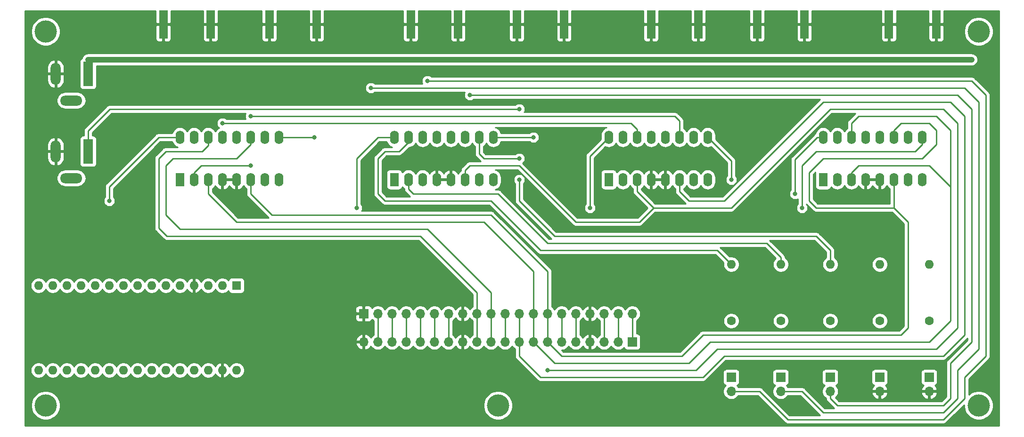
<source format=gbr>
%TF.GenerationSoftware,KiCad,Pcbnew,(5.1.9)-1*%
%TF.CreationDate,2021-03-04T15:37:01+01:00*%
%TF.ProjectId,Motherboard,4d6f7468-6572-4626-9f61-72642e6b6963,rev?*%
%TF.SameCoordinates,Original*%
%TF.FileFunction,Copper,L1,Top*%
%TF.FilePolarity,Positive*%
%FSLAX46Y46*%
G04 Gerber Fmt 4.6, Leading zero omitted, Abs format (unit mm)*
G04 Created by KiCad (PCBNEW (5.1.9)-1) date 2021-03-04 15:37:01*
%MOMM*%
%LPD*%
G01*
G04 APERTURE LIST*
%TA.AperFunction,ComponentPad*%
%ADD10O,1.700000X1.700000*%
%TD*%
%TA.AperFunction,ComponentPad*%
%ADD11R,1.700000X1.700000*%
%TD*%
%TA.AperFunction,SMDPad,CuDef*%
%ADD12R,1.500000X5.080000*%
%TD*%
%TA.AperFunction,ComponentPad*%
%ADD13O,1.600000X1.600000*%
%TD*%
%TA.AperFunction,ComponentPad*%
%ADD14C,1.600000*%
%TD*%
%TA.AperFunction,ComponentPad*%
%ADD15O,1.600000X2.400000*%
%TD*%
%TA.AperFunction,ComponentPad*%
%ADD16R,1.600000X2.400000*%
%TD*%
%TA.AperFunction,ComponentPad*%
%ADD17R,1.600000X1.600000*%
%TD*%
%TA.AperFunction,ComponentPad*%
%ADD18R,1.800000X4.400000*%
%TD*%
%TA.AperFunction,ComponentPad*%
%ADD19O,1.800000X4.000000*%
%TD*%
%TA.AperFunction,ComponentPad*%
%ADD20O,4.000000X1.800000*%
%TD*%
%TA.AperFunction,ViaPad*%
%ADD21C,4.000000*%
%TD*%
%TA.AperFunction,ViaPad*%
%ADD22C,0.800000*%
%TD*%
%TA.AperFunction,Conductor*%
%ADD23C,0.250000*%
%TD*%
%TA.AperFunction,Conductor*%
%ADD24C,1.000000*%
%TD*%
%TA.AperFunction,Conductor*%
%ADD25C,0.254000*%
%TD*%
%TA.AperFunction,Conductor*%
%ADD26C,0.100000*%
%TD*%
G04 APERTURE END LIST*
D10*
%TO.P,J16,20*%
%TO.N,GND*%
X135890000Y-106680000D03*
%TO.P,J16,19*%
%TO.N,/U4IN2-CLK*%
X138430000Y-106680000D03*
%TO.P,J16,18*%
%TO.N,/U4IN3-DIN*%
X140970000Y-106680000D03*
%TO.P,J16,17*%
%TO.N,/_CS*%
X143510000Y-106680000D03*
%TO.P,J16,16*%
%TO.N,/RV1*%
X146050000Y-106680000D03*
%TO.P,J16,15*%
%TO.N,/RV2*%
X148590000Y-106680000D03*
%TO.P,J16,14*%
%TO.N,/_SD*%
X151130000Y-106680000D03*
%TO.P,J16,13*%
%TO.N,GND*%
X153670000Y-106680000D03*
%TO.P,J16,12*%
%TO.N,/K0*%
X156210000Y-106680000D03*
%TO.P,J16,11*%
%TO.N,/K1*%
X158750000Y-106680000D03*
%TO.P,J16,10*%
%TO.N,/K2*%
X161290000Y-106680000D03*
%TO.P,J16,9*%
%TO.N,/K3*%
X163830000Y-106680000D03*
%TO.P,J16,8*%
%TO.N,/K4*%
X166370000Y-106680000D03*
%TO.P,J16,7*%
%TO.N,/K5*%
X168910000Y-106680000D03*
%TO.P,J16,6*%
%TO.N,/RV3*%
X171450000Y-106680000D03*
%TO.P,J16,5*%
%TO.N,/RV4*%
X173990000Y-106680000D03*
%TO.P,J16,4*%
%TO.N,GND*%
X176530000Y-106680000D03*
%TO.P,J16,3*%
%TO.N,/POW1*%
X179070000Y-106680000D03*
%TO.P,J16,2*%
%TO.N,/RV5*%
X181610000Y-106680000D03*
D11*
%TO.P,J16,1*%
%TO.N,/RV6*%
X184150000Y-106680000D03*
%TD*%
D10*
%TO.P,J5,20*%
%TO.N,/RV6*%
X184150000Y-101600000D03*
%TO.P,J5,19*%
%TO.N,/RV5*%
X181610000Y-101600000D03*
%TO.P,J5,18*%
%TO.N,/POW1*%
X179070000Y-101600000D03*
%TO.P,J5,17*%
%TO.N,GND*%
X176530000Y-101600000D03*
%TO.P,J5,16*%
%TO.N,/RV4*%
X173990000Y-101600000D03*
%TO.P,J5,15*%
%TO.N,/RV3*%
X171450000Y-101600000D03*
%TO.P,J5,14*%
%TO.N,/K5*%
X168910000Y-101600000D03*
%TO.P,J5,13*%
%TO.N,/K4*%
X166370000Y-101600000D03*
%TO.P,J5,12*%
%TO.N,/K3*%
X163830000Y-101600000D03*
%TO.P,J5,11*%
%TO.N,/K2*%
X161290000Y-101600000D03*
%TO.P,J5,10*%
%TO.N,/K1*%
X158750000Y-101600000D03*
%TO.P,J5,9*%
%TO.N,/K0*%
X156210000Y-101600000D03*
%TO.P,J5,8*%
%TO.N,GND*%
X153670000Y-101600000D03*
%TO.P,J5,7*%
%TO.N,/_SD*%
X151130000Y-101600000D03*
%TO.P,J5,6*%
%TO.N,/RV2*%
X148590000Y-101600000D03*
%TO.P,J5,5*%
%TO.N,/RV1*%
X146050000Y-101600000D03*
%TO.P,J5,4*%
%TO.N,/_CS*%
X143510000Y-101600000D03*
%TO.P,J5,3*%
%TO.N,/U4IN3-DIN*%
X140970000Y-101600000D03*
%TO.P,J5,2*%
%TO.N,/U4IN2-CLK*%
X138430000Y-101600000D03*
D11*
%TO.P,J5,1*%
%TO.N,GND*%
X135890000Y-101600000D03*
%TD*%
D12*
%TO.P,J7,2*%
%TO.N,GND*%
X152840000Y-49530000D03*
X144340000Y-49530000D03*
%TD*%
D13*
%TO.P,R3,2*%
%TO.N,/B1*%
X201930000Y-92710000D03*
D14*
%TO.P,R3,1*%
%TO.N,Net-(J13-Pad1)*%
X201930000Y-102870000D03*
%TD*%
D13*
%TO.P,R2,2*%
%TO.N,/KD*%
X237490000Y-92710000D03*
D14*
%TO.P,R2,1*%
%TO.N,Net-(J12-Pad1)*%
X237490000Y-102870000D03*
%TD*%
D15*
%TO.P,U4,16*%
%TO.N,/U4IN2-CLK*%
X218440000Y-69850000D03*
%TO.P,U4,8*%
%TO.N,/U4IN4*%
X236220000Y-77470000D03*
%TO.P,U4,15*%
%TO.N,/SMA3*%
X220980000Y-69850000D03*
%TO.P,U4,7*%
%TO.N,/KD*%
X233680000Y-77470000D03*
%TO.P,U4,14*%
%TO.N,/K4*%
X223520000Y-69850000D03*
%TO.P,U4,6*%
%TO.N,/K5*%
X231140000Y-77470000D03*
%TO.P,U4,13*%
%TO.N,/POW1*%
X226060000Y-69850000D03*
%TO.P,U4,5*%
%TO.N,GND*%
X228600000Y-77470000D03*
%TO.P,U4,12*%
%TO.N,/POW1*%
X228600000Y-69850000D03*
%TO.P,U4,4*%
%TO.N,GND*%
X226060000Y-77470000D03*
%TO.P,U4,11*%
%TO.N,/K5*%
X231140000Y-69850000D03*
%TO.P,U4,3*%
%TO.N,/K4*%
X223520000Y-77470000D03*
%TO.P,U4,10*%
%TO.N,/SMA3*%
X233680000Y-69850000D03*
%TO.P,U4,2*%
%TO.N,/KC*%
X220980000Y-77470000D03*
%TO.P,U4,9*%
%TO.N,/U4IN3-DIN*%
X236220000Y-69850000D03*
D16*
%TO.P,U4,1*%
%TO.N,/U4IN1*%
X218440000Y-77470000D03*
%TD*%
D15*
%TO.P,U3,16*%
%TO.N,/U3IN2*%
X179916666Y-69850000D03*
%TO.P,U3,8*%
%TO.N,/U3IN4*%
X197696666Y-77470000D03*
%TO.P,U3,15*%
%TO.N,/K8*%
X182456666Y-69850000D03*
%TO.P,U3,7*%
%TO.N,/KB*%
X195156666Y-77470000D03*
%TO.P,U3,14*%
%TO.N,/K0*%
X184996666Y-69850000D03*
%TO.P,U3,6*%
%TO.N,/K3*%
X192616666Y-77470000D03*
%TO.P,U3,13*%
%TO.N,/POW1*%
X187536666Y-69850000D03*
%TO.P,U3,5*%
%TO.N,GND*%
X190076666Y-77470000D03*
%TO.P,U3,12*%
%TO.N,/POW1*%
X190076666Y-69850000D03*
%TO.P,U3,4*%
%TO.N,GND*%
X187536666Y-77470000D03*
%TO.P,U3,11*%
%TO.N,/K1*%
X192616666Y-69850000D03*
%TO.P,U3,3*%
%TO.N,/K2*%
X184996666Y-77470000D03*
%TO.P,U3,10*%
%TO.N,/K9*%
X195156666Y-69850000D03*
%TO.P,U3,2*%
%TO.N,/KA*%
X182456666Y-77470000D03*
%TO.P,U3,9*%
%TO.N,/U3IN3*%
X197696666Y-69850000D03*
D16*
%TO.P,U3,1*%
%TO.N,/U3IN1*%
X179916666Y-77470000D03*
%TD*%
D14*
%TO.P,R4,1*%
%TO.N,Net-(J14-Pad1)*%
X210820000Y-102870000D03*
D13*
%TO.P,R4,2*%
%TO.N,/B3*%
X210820000Y-92710000D03*
%TD*%
D14*
%TO.P,R5,1*%
%TO.N,Net-(J15-Pad1)*%
X219710000Y-102870000D03*
D13*
%TO.P,R5,2*%
%TO.N,/B2*%
X219710000Y-92710000D03*
%TD*%
D15*
%TO.P,U2,16*%
%TO.N,/U2IN2*%
X141393333Y-69850000D03*
%TO.P,U2,8*%
%TO.N,/U2IN4*%
X159173333Y-77470000D03*
%TO.P,U2,15*%
%TO.N,/B1*%
X143933333Y-69850000D03*
%TO.P,U2,7*%
%TO.N,/POW2*%
X156633333Y-77470000D03*
%TO.P,U2,14*%
%TO.N,/G1*%
X146473333Y-69850000D03*
%TO.P,U2,6*%
%TO.N,/K2*%
X154093333Y-77470000D03*
%TO.P,U2,13*%
%TO.N,/POW1*%
X149013333Y-69850000D03*
%TO.P,U2,5*%
%TO.N,GND*%
X151553333Y-77470000D03*
%TO.P,U2,12*%
%TO.N,/POW1*%
X151553333Y-69850000D03*
%TO.P,U2,4*%
%TO.N,GND*%
X149013333Y-77470000D03*
%TO.P,U2,11*%
%TO.N,/G2*%
X154093333Y-69850000D03*
%TO.P,U2,3*%
%TO.N,/G3*%
X146473333Y-77470000D03*
%TO.P,U2,10*%
%TO.N,/B2*%
X156633333Y-69850000D03*
%TO.P,U2,2*%
%TO.N,/B3*%
X143933333Y-77470000D03*
%TO.P,U2,9*%
%TO.N,/U2IN3*%
X159173333Y-69850000D03*
D16*
%TO.P,U2,1*%
%TO.N,/U2IN1*%
X141393333Y-77470000D03*
%TD*%
D15*
%TO.P,U1,16*%
%TO.N,/U1IN2*%
X102870000Y-69850000D03*
%TO.P,U1,8*%
%TO.N,/U1IN4*%
X120650000Y-77470000D03*
%TO.P,U1,15*%
%TO.N,/SMA1*%
X105410000Y-69850000D03*
%TO.P,U1,7*%
%TO.N,/SMA2*%
X118110000Y-77470000D03*
%TO.P,U1,14*%
%TO.N,/K0*%
X107950000Y-69850000D03*
%TO.P,U1,6*%
%TO.N,/K5*%
X115570000Y-77470000D03*
%TO.P,U1,13*%
%TO.N,/POW1*%
X110490000Y-69850000D03*
%TO.P,U1,5*%
%TO.N,GND*%
X113030000Y-77470000D03*
%TO.P,U1,12*%
%TO.N,/POW1*%
X113030000Y-69850000D03*
%TO.P,U1,4*%
%TO.N,GND*%
X110490000Y-77470000D03*
%TO.P,U1,11*%
%TO.N,/K1*%
X115570000Y-69850000D03*
%TO.P,U1,3*%
%TO.N,/K4*%
X107950000Y-77470000D03*
%TO.P,U1,10*%
%TO.N,/SMA1*%
X118110000Y-69850000D03*
%TO.P,U1,2*%
%TO.N,/SMA2*%
X105410000Y-77470000D03*
%TO.P,U1,9*%
%TO.N,/U1IN3*%
X120650000Y-69850000D03*
D16*
%TO.P,U1,1*%
%TO.N,/U1IN1*%
X102870000Y-77470000D03*
%TD*%
D13*
%TO.P,TB1,16*%
%TO.N,/U1IN1*%
X77470000Y-111760000D03*
%TO.P,TB1,15*%
%TO.N,/U1IN4*%
X77470000Y-96520000D03*
%TO.P,TB1,30*%
%TO.N,Net-(TB1-Pad30)*%
X113030000Y-111760000D03*
%TO.P,TB1,14*%
%TO.N,/U1IN2*%
X80010000Y-96520000D03*
%TO.P,TB1,29*%
%TO.N,GND*%
X110490000Y-111760000D03*
%TO.P,TB1,13*%
%TO.N,/U1IN3*%
X82550000Y-96520000D03*
%TO.P,TB1,28*%
%TO.N,Net-(TB1-Pad28)*%
X107950000Y-111760000D03*
%TO.P,TB1,12*%
%TO.N,/U2IN1*%
X85090000Y-96520000D03*
%TO.P,TB1,27*%
%TO.N,+5V*%
X105410000Y-111760000D03*
%TO.P,TB1,11*%
%TO.N,/U2IN4*%
X87630000Y-96520000D03*
%TO.P,TB1,26*%
%TO.N,Net-(TB1-Pad26)*%
X102870000Y-111760000D03*
%TO.P,TB1,10*%
%TO.N,/U2IN2*%
X90170000Y-96520000D03*
%TO.P,TB1,25*%
%TO.N,Net-(TB1-Pad25)*%
X100330000Y-111760000D03*
%TO.P,TB1,9*%
%TO.N,/U2IN3*%
X92710000Y-96520000D03*
%TO.P,TB1,24*%
%TO.N,/U4IN1*%
X97790000Y-111760000D03*
%TO.P,TB1,8*%
%TO.N,/U3IN1*%
X95250000Y-96520000D03*
%TO.P,TB1,23*%
%TO.N,/U4IN4*%
X95250000Y-111760000D03*
%TO.P,TB1,7*%
%TO.N,/U3IN4*%
X97790000Y-96520000D03*
%TO.P,TB1,22*%
%TO.N,/U4IN2-CLK*%
X92710000Y-111760000D03*
%TO.P,TB1,6*%
%TO.N,/U3IN2*%
X100330000Y-96520000D03*
%TO.P,TB1,21*%
%TO.N,/U4IN3-DIN*%
X90170000Y-111760000D03*
%TO.P,TB1,5*%
%TO.N,/U3IN3*%
X102870000Y-96520000D03*
%TO.P,TB1,20*%
%TO.N,/_CS*%
X87630000Y-111760000D03*
%TO.P,TB1,4*%
%TO.N,GND*%
X105410000Y-96520000D03*
%TO.P,TB1,19*%
%TO.N,/_SD*%
X85090000Y-111760000D03*
%TO.P,TB1,3*%
%TO.N,Net-(TB1-Pad28)*%
X107950000Y-96520000D03*
%TO.P,TB1,18*%
%TO.N,Net-(TB1-Pad18)*%
X82550000Y-111760000D03*
%TO.P,TB1,2*%
%TO.N,Net-(TB1-Pad2)*%
X110490000Y-96520000D03*
%TO.P,TB1,17*%
%TO.N,Net-(TB1-Pad17)*%
X80010000Y-111760000D03*
D17*
%TO.P,TB1,1*%
%TO.N,Net-(TB1-Pad1)*%
X113030000Y-96520000D03*
%TD*%
D13*
%TO.P,R1,2*%
%TO.N,/KC*%
X228600000Y-92710000D03*
D14*
%TO.P,R1,1*%
%TO.N,Net-(J9-Pad1)*%
X228600000Y-102870000D03*
%TD*%
D10*
%TO.P,J15,2*%
%TO.N,/G2*%
X219710000Y-115570000D03*
D11*
%TO.P,J15,1*%
%TO.N,Net-(J15-Pad1)*%
X219710000Y-113030000D03*
%TD*%
D10*
%TO.P,J14,2*%
%TO.N,/G3*%
X210820000Y-115570000D03*
D11*
%TO.P,J14,1*%
%TO.N,Net-(J14-Pad1)*%
X210820000Y-113030000D03*
%TD*%
D10*
%TO.P,J13,2*%
%TO.N,/G1*%
X201930000Y-115570000D03*
D11*
%TO.P,J13,1*%
%TO.N,Net-(J13-Pad1)*%
X201930000Y-113030000D03*
%TD*%
D10*
%TO.P,J12,2*%
%TO.N,GND*%
X237490000Y-115570000D03*
D11*
%TO.P,J12,1*%
%TO.N,Net-(J12-Pad1)*%
X237490000Y-113030000D03*
%TD*%
D12*
%TO.P,J11,2*%
%TO.N,GND*%
X215070000Y-49530000D03*
X206570000Y-49530000D03*
%TD*%
%TO.P,J10,2*%
%TO.N,GND*%
X171890000Y-49530000D03*
X163390000Y-49530000D03*
%TD*%
D10*
%TO.P,J9,2*%
%TO.N,GND*%
X228600000Y-115570000D03*
D11*
%TO.P,J9,1*%
%TO.N,Net-(J9-Pad1)*%
X228600000Y-113030000D03*
%TD*%
D12*
%TO.P,J8,2*%
%TO.N,GND*%
X196020000Y-49530000D03*
X187520000Y-49530000D03*
%TD*%
D18*
%TO.P,J6,1*%
%TO.N,/POW2*%
X86360000Y-72390000D03*
D19*
%TO.P,J6,2*%
%TO.N,GND*%
X80560000Y-72390000D03*
D20*
%TO.P,J6,3*%
%TO.N,N/C*%
X83360000Y-77190000D03*
%TD*%
D12*
%TO.P,J4,2*%
%TO.N,GND*%
X127440000Y-49530000D03*
X118940000Y-49530000D03*
%TD*%
D18*
%TO.P,J3,1*%
%TO.N,/POW1*%
X86360000Y-58420000D03*
D19*
%TO.P,J3,2*%
%TO.N,GND*%
X80560000Y-58420000D03*
D20*
%TO.P,J3,3*%
%TO.N,N/C*%
X83360000Y-63220000D03*
%TD*%
D12*
%TO.P,J2,2*%
%TO.N,GND*%
X238760000Y-49530000D03*
X230260000Y-49530000D03*
%TD*%
%TO.P,J1,2*%
%TO.N,GND*%
X108390000Y-49530000D03*
X99890000Y-49530000D03*
%TD*%
D21*
%TO.N,*%
X78740000Y-50800000D03*
X246380000Y-50800000D03*
X246380000Y-118110000D03*
X160020000Y-118110000D03*
X78740000Y-118110000D03*
D22*
%TO.N,/POW1*%
X113030000Y-55880000D03*
X151130000Y-55880000D03*
X228600000Y-55880000D03*
X190500008Y-55880000D03*
X245110000Y-55880000D03*
%TO.N,/SMA2*%
X115570000Y-74930000D03*
%TO.N,/POW2*%
X163830000Y-64770000D03*
%TO.N,/B2*%
X163830000Y-73660000D03*
X163830000Y-77470000D03*
%TO.N,/K0*%
X110490000Y-67310000D03*
%TO.N,/K1*%
X115570000Y-66040000D03*
%TO.N,/G1*%
X147320000Y-59690000D03*
%TO.N,/K2*%
X168910000Y-111760000D03*
%TO.N,/G2*%
X154940000Y-62230000D03*
%TO.N,/G3*%
X137160000Y-60960000D03*
%TO.N,/U1IN2*%
X90170000Y-81280000D03*
%TO.N,/U1IN3*%
X127000000Y-69850000D03*
%TO.N,/U2IN2*%
X134620000Y-82550000D03*
%TO.N,/U2IN3*%
X166370000Y-69850000D03*
%TO.N,/U4IN2-CLK*%
X213360000Y-80010000D03*
%TO.N,/U3IN2*%
X176530000Y-82550000D03*
%TO.N,/U4IN3-DIN*%
X214630000Y-82550000D03*
%TO.N,/U3IN3*%
X201930000Y-77470000D03*
%TD*%
D23*
%TO.N,GND*%
X135890000Y-106680000D02*
X135890000Y-101600000D01*
X153670000Y-106680000D02*
X153670000Y-101600000D01*
X176530000Y-106680000D02*
X176530000Y-101600000D01*
D24*
%TO.N,/POW1*%
X86360000Y-55880000D02*
X151130000Y-55880000D01*
X228600000Y-55880000D02*
X190500008Y-55880000D01*
X151130000Y-55880000D02*
X190500008Y-55880000D01*
X228600000Y-55880000D02*
X245110000Y-55880000D01*
D23*
X179070000Y-106680000D02*
X179070000Y-101600000D01*
X86360000Y-58420000D02*
X86360000Y-55880000D01*
%TO.N,/SMA2*%
X105410000Y-77470000D02*
X105410000Y-76200000D01*
X105410000Y-76200000D02*
X106680000Y-74930000D01*
X106680000Y-74930000D02*
X115570000Y-74930000D01*
%TO.N,/POW2*%
X90260000Y-64770000D02*
X163830000Y-64770000D01*
X86360000Y-71120000D02*
X86360000Y-68670000D01*
X86360000Y-68670000D02*
X90260000Y-64770000D01*
X86360000Y-72390000D02*
X86360000Y-69850000D01*
%TO.N,/_CS*%
X143510000Y-106680000D02*
X143510000Y-101600000D01*
%TO.N,/RV1*%
X146050000Y-106680000D02*
X146050000Y-101600000D01*
%TO.N,/RV2*%
X148590000Y-106680000D02*
X148590000Y-101600000D01*
%TO.N,/_SD*%
X151130000Y-106680000D02*
X151130000Y-101600000D01*
%TO.N,/RV3*%
X171450000Y-106680000D02*
X171450000Y-101600000D01*
%TO.N,/RV4*%
X173990000Y-106680000D02*
X173990000Y-101600000D01*
%TO.N,/RV5*%
X181610000Y-106680000D02*
X181610000Y-101600000D01*
%TO.N,/RV6*%
X184150000Y-106680000D02*
X184150000Y-101600000D01*
%TO.N,/B1*%
X139700000Y-72390000D02*
X142240000Y-72390000D01*
X138430000Y-80010000D02*
X138430000Y-73660000D01*
X139700000Y-81280000D02*
X138430000Y-80010000D01*
X158750000Y-81280000D02*
X139700000Y-81280000D01*
X167640000Y-90170000D02*
X158750000Y-81280000D01*
X143933333Y-70696667D02*
X143933333Y-69850000D01*
X138430000Y-73660000D02*
X139700000Y-72390000D01*
X199390000Y-90170000D02*
X167640000Y-90170000D01*
X142240000Y-72390000D02*
X143933333Y-70696667D01*
X199390000Y-90170000D02*
X201930000Y-92710000D01*
%TO.N,/B3*%
X144780000Y-80010000D02*
X143933333Y-79163333D01*
X160020000Y-80010000D02*
X144780000Y-80010000D01*
X168910000Y-88900000D02*
X160020000Y-80010000D01*
X208280000Y-88900000D02*
X168910000Y-88900000D01*
X210820000Y-91440000D02*
X208280000Y-88900000D01*
X143933333Y-79163333D02*
X143933333Y-77470000D01*
X210820000Y-91440000D02*
X210820000Y-92710000D01*
%TO.N,/B2*%
X156633333Y-71543333D02*
X156633333Y-69850000D01*
X156633333Y-71543333D02*
X156633333Y-72813333D01*
X156633333Y-72813333D02*
X157480000Y-73660000D01*
X157480000Y-73660000D02*
X163830000Y-73660000D01*
X163830000Y-81280000D02*
X163830000Y-78740000D01*
X170180000Y-87630000D02*
X163830000Y-81280000D01*
X217170000Y-87630000D02*
X170180000Y-87630000D01*
X219710000Y-90170000D02*
X217170000Y-87630000D01*
X219710000Y-92710000D02*
X219710000Y-90170000D01*
X163830000Y-78740000D02*
X163830000Y-77470000D01*
%TO.N,/K0*%
X183906666Y-67310000D02*
X110490000Y-67310000D01*
X184996666Y-68400000D02*
X183906666Y-67310000D01*
X184996666Y-69850000D02*
X184996666Y-68400000D01*
X156210000Y-106680000D02*
X156210000Y-101600000D01*
X107950000Y-71300000D02*
X107950000Y-69850000D01*
X106860000Y-72390000D02*
X107950000Y-71300000D01*
X100330000Y-72390000D02*
X106860000Y-72390000D01*
X99060000Y-73660000D02*
X100330000Y-72390000D01*
X99060000Y-86175010D02*
X99060000Y-73660000D01*
X100514990Y-87630000D02*
X99060000Y-86175010D01*
X146050000Y-87630000D02*
X100514990Y-87630000D01*
X156210000Y-97790000D02*
X146050000Y-87630000D01*
X156210000Y-101600000D02*
X156210000Y-97790000D01*
%TO.N,/K5*%
X231140000Y-82550000D02*
X231140000Y-77470000D01*
X115570000Y-80010000D02*
X115570000Y-77470000D01*
X119380000Y-83820000D02*
X115570000Y-80010000D01*
X158750000Y-83820000D02*
X119380000Y-83820000D01*
X232410000Y-67310000D02*
X231140000Y-68580000D01*
X238760000Y-68580000D02*
X237490000Y-67310000D01*
X218440000Y-73660000D02*
X236220000Y-73660000D01*
X231140000Y-68580000D02*
X231140000Y-69850000D01*
X237490000Y-67310000D02*
X232410000Y-67310000D01*
X238760000Y-71120000D02*
X238760000Y-68580000D01*
X215900000Y-76200000D02*
X218440000Y-73660000D01*
X236220000Y-73660000D02*
X238760000Y-71120000D01*
X215900000Y-81280000D02*
X215900000Y-76200000D01*
X217170000Y-82550000D02*
X215900000Y-81280000D01*
X231140000Y-82550000D02*
X217170000Y-82550000D01*
X233680000Y-85090000D02*
X231140000Y-82550000D01*
X233680000Y-101600000D02*
X233680000Y-85090000D01*
X233680000Y-101600000D02*
X233680000Y-104140000D01*
X233680000Y-104140000D02*
X232410000Y-105410000D01*
X232410000Y-105410000D02*
X196850000Y-105410000D01*
X196850000Y-105410000D02*
X193040000Y-109220000D01*
X193040000Y-109220000D02*
X172720000Y-109220000D01*
X168910000Y-101600000D02*
X168910000Y-106680000D01*
X168910000Y-106680000D02*
X171450000Y-109220000D01*
X172720000Y-109220000D02*
X171450000Y-109220000D01*
X168910000Y-101600000D02*
X168910000Y-93980000D01*
X168910000Y-93980000D02*
X158750000Y-83820000D01*
%TO.N,/K1*%
X115570000Y-71120000D02*
X115570000Y-69850000D01*
X113030000Y-73660000D02*
X115570000Y-71120000D01*
X100330000Y-74930000D02*
X101600000Y-73660000D01*
X100330000Y-83820000D02*
X100330000Y-74930000D01*
X102870000Y-86360000D02*
X100330000Y-83820000D01*
X147320000Y-86360000D02*
X102870000Y-86360000D01*
X101600000Y-73660000D02*
X113030000Y-73660000D01*
X191770000Y-66040000D02*
X179070000Y-66040000D01*
X179070000Y-66040000D02*
X115570000Y-66040000D01*
X192616666Y-66886666D02*
X191770000Y-66040000D01*
X192616666Y-69850000D02*
X192616666Y-66886666D01*
X158750000Y-106680000D02*
X158750000Y-101600000D01*
X158750000Y-97790000D02*
X147320000Y-86360000D01*
X158750000Y-101600000D02*
X158750000Y-97790000D01*
%TO.N,/K4*%
X223520000Y-76200000D02*
X223520000Y-77470000D01*
X224790000Y-74930000D02*
X223520000Y-76200000D01*
X237490000Y-74930000D02*
X224790000Y-74930000D01*
X241300000Y-78740000D02*
X237490000Y-74930000D01*
X241300000Y-100330000D02*
X241300000Y-78740000D01*
X241300000Y-78740000D02*
X241300000Y-68580000D01*
X241300000Y-68580000D02*
X238760000Y-66040000D01*
X238760000Y-66040000D02*
X224790000Y-66040000D01*
X223520000Y-67310000D02*
X223520000Y-69850000D01*
X224790000Y-66040000D02*
X223520000Y-67310000D01*
X193675000Y-110490000D02*
X193040000Y-110490000D01*
X194310000Y-110490000D02*
X193040000Y-110490000D01*
X198120000Y-106680000D02*
X194310000Y-110490000D01*
X237490000Y-106680000D02*
X198120000Y-106680000D01*
X241300000Y-102870000D02*
X237490000Y-106680000D01*
X241300000Y-99060000D02*
X241300000Y-102870000D01*
X166370000Y-106680000D02*
X166370000Y-101600000D01*
X170180000Y-110490000D02*
X166370000Y-106680000D01*
X193040000Y-110490000D02*
X170180000Y-110490000D01*
X107950000Y-80010000D02*
X107950000Y-77470000D01*
X113030000Y-85090000D02*
X107950000Y-80010000D01*
X157480000Y-85090000D02*
X113030000Y-85090000D01*
X166370000Y-93980000D02*
X157480000Y-85090000D01*
X166370000Y-101600000D02*
X166370000Y-93980000D01*
%TO.N,/G1*%
X240030000Y-120650000D02*
X241300000Y-119380000D01*
X212090000Y-120650000D02*
X240030000Y-120650000D01*
X207010000Y-115570000D02*
X212090000Y-120650000D01*
X201930000Y-115570000D02*
X207010000Y-115570000D01*
X241300000Y-119380000D02*
X243840000Y-116840000D01*
X243840000Y-116840000D02*
X243840000Y-114300000D01*
X243840000Y-114300000D02*
X243840000Y-113030000D01*
X243840000Y-113030000D02*
X247650000Y-109220000D01*
X247650000Y-109220000D02*
X247650000Y-90170000D01*
X247650000Y-90170000D02*
X247650000Y-62230000D01*
X247650000Y-62230000D02*
X245110000Y-59690000D01*
X245110000Y-59690000D02*
X231140000Y-59690000D01*
X231140000Y-59690000D02*
X147320000Y-59690000D01*
%TO.N,/K2*%
X199390000Y-107950000D02*
X195580000Y-111760000D01*
X238760000Y-107950000D02*
X199390000Y-107950000D01*
X242570000Y-104140000D02*
X238760000Y-107950000D01*
X195580000Y-111760000D02*
X172720000Y-111760000D01*
X242570000Y-67310000D02*
X242570000Y-104140000D01*
X240030000Y-64770000D02*
X242570000Y-67310000D01*
X187960000Y-82550000D02*
X201930000Y-82550000D01*
X219710000Y-64770000D02*
X240030000Y-64770000D01*
X184996666Y-79586666D02*
X187960000Y-82550000D01*
X201930000Y-82550000D02*
X219710000Y-64770000D01*
X184996666Y-77470000D02*
X184996666Y-79586666D01*
X172720000Y-111760000D02*
X168910000Y-111760000D01*
X185420000Y-85090000D02*
X173990000Y-85090000D01*
X187960000Y-82550000D02*
X185420000Y-85090000D01*
X173990000Y-85090000D02*
X163830000Y-74930000D01*
X163830000Y-74930000D02*
X154940000Y-74930000D01*
X154093333Y-77470000D02*
X154093333Y-75776667D01*
X154093333Y-75776667D02*
X154940000Y-74930000D01*
X161290000Y-106680000D02*
X161290000Y-101600000D01*
%TO.N,/G2*%
X219710000Y-115570000D02*
X219710000Y-116840000D01*
X219710000Y-116840000D02*
X220980000Y-118110000D01*
X220980000Y-118110000D02*
X240030000Y-118110000D01*
X240030000Y-118110000D02*
X241300000Y-116840000D01*
X241300000Y-116840000D02*
X241300000Y-114300000D01*
X241300000Y-114300000D02*
X241300000Y-110490000D01*
X241300000Y-110490000D02*
X245110000Y-106680000D01*
X245110000Y-106680000D02*
X245110000Y-90170000D01*
X245110000Y-90170000D02*
X245110000Y-64770000D01*
X245110000Y-64770000D02*
X242570000Y-62230000D01*
X242570000Y-62230000D02*
X236220000Y-62230000D01*
X236220000Y-62230000D02*
X154940000Y-62230000D01*
%TO.N,/G3*%
X210820000Y-115570000D02*
X214630000Y-115570000D01*
X214630000Y-115570000D02*
X218440000Y-119380000D01*
X218440000Y-119380000D02*
X224790000Y-119380000D01*
X224790000Y-119380000D02*
X240030000Y-119380000D01*
X240030000Y-119380000D02*
X242570000Y-116840000D01*
X242570000Y-116840000D02*
X242570000Y-114300000D01*
X242570000Y-114300000D02*
X242570000Y-111760000D01*
X242570000Y-111760000D02*
X246380000Y-107950000D01*
X246380000Y-107950000D02*
X246380000Y-102870000D01*
X246380000Y-102870000D02*
X246380000Y-65403590D01*
X246380000Y-65403590D02*
X246380000Y-63500000D01*
X246380000Y-63500000D02*
X243840000Y-60960000D01*
X243840000Y-60960000D02*
X137160000Y-60960000D01*
%TO.N,/K3*%
X163830000Y-106680000D02*
X163830000Y-101600000D01*
X192616666Y-79586666D02*
X192616666Y-77470000D01*
X194310000Y-81280000D02*
X192616666Y-79586666D01*
X200660000Y-81280000D02*
X194310000Y-81280000D01*
X241300000Y-63500000D02*
X218440000Y-63500000D01*
X243840000Y-66040000D02*
X241300000Y-63500000D01*
X218440000Y-63500000D02*
X200660000Y-81280000D01*
X243840000Y-105410000D02*
X243840000Y-66040000D01*
X240030000Y-109220000D02*
X243840000Y-105410000D01*
X200660000Y-109220000D02*
X240030000Y-109220000D01*
X167640000Y-113030000D02*
X196850000Y-113030000D01*
X163830000Y-109220000D02*
X167640000Y-113030000D01*
X196850000Y-113030000D02*
X200660000Y-109220000D01*
X163830000Y-106680000D02*
X163830000Y-109220000D01*
%TO.N,/U1IN2*%
X99060000Y-69850000D02*
X102870000Y-69850000D01*
X90170000Y-78740000D02*
X99060000Y-69850000D01*
X90170000Y-81280000D02*
X90170000Y-78740000D01*
%TO.N,/U1IN3*%
X120650000Y-69850000D02*
X127000000Y-69850000D01*
%TO.N,/U2IN2*%
X141393333Y-69850000D02*
X138430000Y-69850000D01*
X138430000Y-69850000D02*
X134620000Y-73660000D01*
X134620000Y-73660000D02*
X134620000Y-82550000D01*
%TO.N,/U2IN3*%
X159173333Y-69850000D02*
X166370000Y-69850000D01*
%TO.N,/U4IN2-CLK*%
X218440000Y-69850000D02*
X217390000Y-69850000D01*
X217390000Y-69850000D02*
X213360000Y-73880000D01*
X213360000Y-73880000D02*
X213360000Y-80010000D01*
X138430000Y-106680000D02*
X138430000Y-101600000D01*
%TO.N,/U3IN2*%
X176530000Y-73236666D02*
X179916666Y-69850000D01*
X176530000Y-82550000D02*
X176530000Y-73236666D01*
%TO.N,/U4IN3-DIN*%
X214630000Y-82550000D02*
X214630000Y-74930000D01*
X234950000Y-72390000D02*
X236220000Y-71120000D01*
X236220000Y-71120000D02*
X236220000Y-69850000D01*
X214630000Y-74930000D02*
X217170000Y-72390000D01*
X217170000Y-72390000D02*
X234950000Y-72390000D01*
X140970000Y-106680000D02*
X140970000Y-101600000D01*
%TO.N,/U3IN3*%
X201930000Y-74083334D02*
X197696666Y-69850000D01*
X201930000Y-77470000D02*
X201930000Y-74083334D01*
%TD*%
D25*
%TO.N,GND*%
X98505000Y-49244250D02*
X98663750Y-49403000D01*
X99763000Y-49403000D01*
X99763000Y-49383000D01*
X100017000Y-49383000D01*
X100017000Y-49403000D01*
X101116250Y-49403000D01*
X101275000Y-49244250D01*
X101277899Y-47117000D01*
X107002101Y-47117000D01*
X107005000Y-49244250D01*
X107163750Y-49403000D01*
X108263000Y-49403000D01*
X108263000Y-49383000D01*
X108517000Y-49383000D01*
X108517000Y-49403000D01*
X109616250Y-49403000D01*
X109775000Y-49244250D01*
X109777899Y-47117000D01*
X117552101Y-47117000D01*
X117555000Y-49244250D01*
X117713750Y-49403000D01*
X118813000Y-49403000D01*
X118813000Y-49383000D01*
X119067000Y-49383000D01*
X119067000Y-49403000D01*
X120166250Y-49403000D01*
X120325000Y-49244250D01*
X120327899Y-47117000D01*
X126052101Y-47117000D01*
X126055000Y-49244250D01*
X126213750Y-49403000D01*
X127313000Y-49403000D01*
X127313000Y-49383000D01*
X127567000Y-49383000D01*
X127567000Y-49403000D01*
X128666250Y-49403000D01*
X128825000Y-49244250D01*
X128827899Y-47117000D01*
X142952101Y-47117000D01*
X142955000Y-49244250D01*
X143113750Y-49403000D01*
X144213000Y-49403000D01*
X144213000Y-49383000D01*
X144467000Y-49383000D01*
X144467000Y-49403000D01*
X145566250Y-49403000D01*
X145725000Y-49244250D01*
X145727899Y-47117000D01*
X151452101Y-47117000D01*
X151455000Y-49244250D01*
X151613750Y-49403000D01*
X152713000Y-49403000D01*
X152713000Y-49383000D01*
X152967000Y-49383000D01*
X152967000Y-49403000D01*
X154066250Y-49403000D01*
X154225000Y-49244250D01*
X154227899Y-47117000D01*
X162002101Y-47117000D01*
X162005000Y-49244250D01*
X162163750Y-49403000D01*
X163263000Y-49403000D01*
X163263000Y-49383000D01*
X163517000Y-49383000D01*
X163517000Y-49403000D01*
X164616250Y-49403000D01*
X164775000Y-49244250D01*
X164777899Y-47117000D01*
X170502101Y-47117000D01*
X170505000Y-49244250D01*
X170663750Y-49403000D01*
X171763000Y-49403000D01*
X171763000Y-49383000D01*
X172017000Y-49383000D01*
X172017000Y-49403000D01*
X173116250Y-49403000D01*
X173275000Y-49244250D01*
X173277899Y-47117000D01*
X186132101Y-47117000D01*
X186135000Y-49244250D01*
X186293750Y-49403000D01*
X187393000Y-49403000D01*
X187393000Y-49383000D01*
X187647000Y-49383000D01*
X187647000Y-49403000D01*
X188746250Y-49403000D01*
X188905000Y-49244250D01*
X188907899Y-47117000D01*
X194632101Y-47117000D01*
X194635000Y-49244250D01*
X194793750Y-49403000D01*
X195893000Y-49403000D01*
X195893000Y-49383000D01*
X196147000Y-49383000D01*
X196147000Y-49403000D01*
X197246250Y-49403000D01*
X197405000Y-49244250D01*
X197407899Y-47117000D01*
X205182101Y-47117000D01*
X205185000Y-49244250D01*
X205343750Y-49403000D01*
X206443000Y-49403000D01*
X206443000Y-49383000D01*
X206697000Y-49383000D01*
X206697000Y-49403000D01*
X207796250Y-49403000D01*
X207955000Y-49244250D01*
X207957899Y-47117000D01*
X213682101Y-47117000D01*
X213685000Y-49244250D01*
X213843750Y-49403000D01*
X214943000Y-49403000D01*
X214943000Y-49383000D01*
X215197000Y-49383000D01*
X215197000Y-49403000D01*
X216296250Y-49403000D01*
X216455000Y-49244250D01*
X216457899Y-47117000D01*
X228872101Y-47117000D01*
X228875000Y-49244250D01*
X229033750Y-49403000D01*
X230133000Y-49403000D01*
X230133000Y-49383000D01*
X230387000Y-49383000D01*
X230387000Y-49403000D01*
X231486250Y-49403000D01*
X231645000Y-49244250D01*
X231647899Y-47117000D01*
X237372101Y-47117000D01*
X237375000Y-49244250D01*
X237533750Y-49403000D01*
X238633000Y-49403000D01*
X238633000Y-49383000D01*
X238887000Y-49383000D01*
X238887000Y-49403000D01*
X239986250Y-49403000D01*
X240145000Y-49244250D01*
X240147899Y-47117000D01*
X250063000Y-47117000D01*
X250063000Y-121793000D01*
X75057000Y-121793000D01*
X75057000Y-117850475D01*
X76105000Y-117850475D01*
X76105000Y-118369525D01*
X76206261Y-118878601D01*
X76404893Y-119358141D01*
X76693262Y-119789715D01*
X77060285Y-120156738D01*
X77491859Y-120445107D01*
X77971399Y-120643739D01*
X78480475Y-120745000D01*
X78999525Y-120745000D01*
X79508601Y-120643739D01*
X79988141Y-120445107D01*
X80419715Y-120156738D01*
X80786738Y-119789715D01*
X81075107Y-119358141D01*
X81273739Y-118878601D01*
X81375000Y-118369525D01*
X81375000Y-117850475D01*
X157385000Y-117850475D01*
X157385000Y-118369525D01*
X157486261Y-118878601D01*
X157684893Y-119358141D01*
X157973262Y-119789715D01*
X158340285Y-120156738D01*
X158771859Y-120445107D01*
X159251399Y-120643739D01*
X159760475Y-120745000D01*
X160279525Y-120745000D01*
X160788601Y-120643739D01*
X161268141Y-120445107D01*
X161699715Y-120156738D01*
X162066738Y-119789715D01*
X162355107Y-119358141D01*
X162553739Y-118878601D01*
X162655000Y-118369525D01*
X162655000Y-117850475D01*
X162553739Y-117341399D01*
X162355107Y-116861859D01*
X162066738Y-116430285D01*
X161699715Y-116063262D01*
X161268141Y-115774893D01*
X160788601Y-115576261D01*
X160279525Y-115475000D01*
X159760475Y-115475000D01*
X159251399Y-115576261D01*
X158771859Y-115774893D01*
X158340285Y-116063262D01*
X157973262Y-116430285D01*
X157684893Y-116861859D01*
X157486261Y-117341399D01*
X157385000Y-117850475D01*
X81375000Y-117850475D01*
X81273739Y-117341399D01*
X81075107Y-116861859D01*
X80786738Y-116430285D01*
X80419715Y-116063262D01*
X79988141Y-115774893D01*
X79508601Y-115576261D01*
X78999525Y-115475000D01*
X78480475Y-115475000D01*
X77971399Y-115576261D01*
X77491859Y-115774893D01*
X77060285Y-116063262D01*
X76693262Y-116430285D01*
X76404893Y-116861859D01*
X76206261Y-117341399D01*
X76105000Y-117850475D01*
X75057000Y-117850475D01*
X75057000Y-111618665D01*
X76035000Y-111618665D01*
X76035000Y-111901335D01*
X76090147Y-112178574D01*
X76198320Y-112439727D01*
X76355363Y-112674759D01*
X76555241Y-112874637D01*
X76790273Y-113031680D01*
X77051426Y-113139853D01*
X77328665Y-113195000D01*
X77611335Y-113195000D01*
X77888574Y-113139853D01*
X78149727Y-113031680D01*
X78384759Y-112874637D01*
X78584637Y-112674759D01*
X78740000Y-112442241D01*
X78895363Y-112674759D01*
X79095241Y-112874637D01*
X79330273Y-113031680D01*
X79591426Y-113139853D01*
X79868665Y-113195000D01*
X80151335Y-113195000D01*
X80428574Y-113139853D01*
X80689727Y-113031680D01*
X80924759Y-112874637D01*
X81124637Y-112674759D01*
X81280000Y-112442241D01*
X81435363Y-112674759D01*
X81635241Y-112874637D01*
X81870273Y-113031680D01*
X82131426Y-113139853D01*
X82408665Y-113195000D01*
X82691335Y-113195000D01*
X82968574Y-113139853D01*
X83229727Y-113031680D01*
X83464759Y-112874637D01*
X83664637Y-112674759D01*
X83820000Y-112442241D01*
X83975363Y-112674759D01*
X84175241Y-112874637D01*
X84410273Y-113031680D01*
X84671426Y-113139853D01*
X84948665Y-113195000D01*
X85231335Y-113195000D01*
X85508574Y-113139853D01*
X85769727Y-113031680D01*
X86004759Y-112874637D01*
X86204637Y-112674759D01*
X86360000Y-112442241D01*
X86515363Y-112674759D01*
X86715241Y-112874637D01*
X86950273Y-113031680D01*
X87211426Y-113139853D01*
X87488665Y-113195000D01*
X87771335Y-113195000D01*
X88048574Y-113139853D01*
X88309727Y-113031680D01*
X88544759Y-112874637D01*
X88744637Y-112674759D01*
X88900000Y-112442241D01*
X89055363Y-112674759D01*
X89255241Y-112874637D01*
X89490273Y-113031680D01*
X89751426Y-113139853D01*
X90028665Y-113195000D01*
X90311335Y-113195000D01*
X90588574Y-113139853D01*
X90849727Y-113031680D01*
X91084759Y-112874637D01*
X91284637Y-112674759D01*
X91440000Y-112442241D01*
X91595363Y-112674759D01*
X91795241Y-112874637D01*
X92030273Y-113031680D01*
X92291426Y-113139853D01*
X92568665Y-113195000D01*
X92851335Y-113195000D01*
X93128574Y-113139853D01*
X93389727Y-113031680D01*
X93624759Y-112874637D01*
X93824637Y-112674759D01*
X93980000Y-112442241D01*
X94135363Y-112674759D01*
X94335241Y-112874637D01*
X94570273Y-113031680D01*
X94831426Y-113139853D01*
X95108665Y-113195000D01*
X95391335Y-113195000D01*
X95668574Y-113139853D01*
X95929727Y-113031680D01*
X96164759Y-112874637D01*
X96364637Y-112674759D01*
X96520000Y-112442241D01*
X96675363Y-112674759D01*
X96875241Y-112874637D01*
X97110273Y-113031680D01*
X97371426Y-113139853D01*
X97648665Y-113195000D01*
X97931335Y-113195000D01*
X98208574Y-113139853D01*
X98469727Y-113031680D01*
X98704759Y-112874637D01*
X98904637Y-112674759D01*
X99060000Y-112442241D01*
X99215363Y-112674759D01*
X99415241Y-112874637D01*
X99650273Y-113031680D01*
X99911426Y-113139853D01*
X100188665Y-113195000D01*
X100471335Y-113195000D01*
X100748574Y-113139853D01*
X101009727Y-113031680D01*
X101244759Y-112874637D01*
X101444637Y-112674759D01*
X101600000Y-112442241D01*
X101755363Y-112674759D01*
X101955241Y-112874637D01*
X102190273Y-113031680D01*
X102451426Y-113139853D01*
X102728665Y-113195000D01*
X103011335Y-113195000D01*
X103288574Y-113139853D01*
X103549727Y-113031680D01*
X103784759Y-112874637D01*
X103984637Y-112674759D01*
X104140000Y-112442241D01*
X104295363Y-112674759D01*
X104495241Y-112874637D01*
X104730273Y-113031680D01*
X104991426Y-113139853D01*
X105268665Y-113195000D01*
X105551335Y-113195000D01*
X105828574Y-113139853D01*
X106089727Y-113031680D01*
X106324759Y-112874637D01*
X106524637Y-112674759D01*
X106680000Y-112442241D01*
X106835363Y-112674759D01*
X107035241Y-112874637D01*
X107270273Y-113031680D01*
X107531426Y-113139853D01*
X107808665Y-113195000D01*
X108091335Y-113195000D01*
X108368574Y-113139853D01*
X108629727Y-113031680D01*
X108864759Y-112874637D01*
X109064637Y-112674759D01*
X109221680Y-112439727D01*
X109226067Y-112429135D01*
X109337615Y-112615131D01*
X109526586Y-112823519D01*
X109752580Y-112991037D01*
X110006913Y-113111246D01*
X110140961Y-113151904D01*
X110363000Y-113029915D01*
X110363000Y-111887000D01*
X110343000Y-111887000D01*
X110343000Y-111633000D01*
X110363000Y-111633000D01*
X110363000Y-110490085D01*
X110617000Y-110490085D01*
X110617000Y-111633000D01*
X110637000Y-111633000D01*
X110637000Y-111887000D01*
X110617000Y-111887000D01*
X110617000Y-113029915D01*
X110839039Y-113151904D01*
X110973087Y-113111246D01*
X111227420Y-112991037D01*
X111453414Y-112823519D01*
X111642385Y-112615131D01*
X111753933Y-112429135D01*
X111758320Y-112439727D01*
X111915363Y-112674759D01*
X112115241Y-112874637D01*
X112350273Y-113031680D01*
X112611426Y-113139853D01*
X112888665Y-113195000D01*
X113171335Y-113195000D01*
X113448574Y-113139853D01*
X113709727Y-113031680D01*
X113944759Y-112874637D01*
X114144637Y-112674759D01*
X114301680Y-112439727D01*
X114409853Y-112178574D01*
X114465000Y-111901335D01*
X114465000Y-111618665D01*
X114409853Y-111341426D01*
X114301680Y-111080273D01*
X114144637Y-110845241D01*
X113944759Y-110645363D01*
X113709727Y-110488320D01*
X113448574Y-110380147D01*
X113171335Y-110325000D01*
X112888665Y-110325000D01*
X112611426Y-110380147D01*
X112350273Y-110488320D01*
X112115241Y-110645363D01*
X111915363Y-110845241D01*
X111758320Y-111080273D01*
X111753933Y-111090865D01*
X111642385Y-110904869D01*
X111453414Y-110696481D01*
X111227420Y-110528963D01*
X110973087Y-110408754D01*
X110839039Y-110368096D01*
X110617000Y-110490085D01*
X110363000Y-110490085D01*
X110140961Y-110368096D01*
X110006913Y-110408754D01*
X109752580Y-110528963D01*
X109526586Y-110696481D01*
X109337615Y-110904869D01*
X109226067Y-111090865D01*
X109221680Y-111080273D01*
X109064637Y-110845241D01*
X108864759Y-110645363D01*
X108629727Y-110488320D01*
X108368574Y-110380147D01*
X108091335Y-110325000D01*
X107808665Y-110325000D01*
X107531426Y-110380147D01*
X107270273Y-110488320D01*
X107035241Y-110645363D01*
X106835363Y-110845241D01*
X106680000Y-111077759D01*
X106524637Y-110845241D01*
X106324759Y-110645363D01*
X106089727Y-110488320D01*
X105828574Y-110380147D01*
X105551335Y-110325000D01*
X105268665Y-110325000D01*
X104991426Y-110380147D01*
X104730273Y-110488320D01*
X104495241Y-110645363D01*
X104295363Y-110845241D01*
X104140000Y-111077759D01*
X103984637Y-110845241D01*
X103784759Y-110645363D01*
X103549727Y-110488320D01*
X103288574Y-110380147D01*
X103011335Y-110325000D01*
X102728665Y-110325000D01*
X102451426Y-110380147D01*
X102190273Y-110488320D01*
X101955241Y-110645363D01*
X101755363Y-110845241D01*
X101600000Y-111077759D01*
X101444637Y-110845241D01*
X101244759Y-110645363D01*
X101009727Y-110488320D01*
X100748574Y-110380147D01*
X100471335Y-110325000D01*
X100188665Y-110325000D01*
X99911426Y-110380147D01*
X99650273Y-110488320D01*
X99415241Y-110645363D01*
X99215363Y-110845241D01*
X99060000Y-111077759D01*
X98904637Y-110845241D01*
X98704759Y-110645363D01*
X98469727Y-110488320D01*
X98208574Y-110380147D01*
X97931335Y-110325000D01*
X97648665Y-110325000D01*
X97371426Y-110380147D01*
X97110273Y-110488320D01*
X96875241Y-110645363D01*
X96675363Y-110845241D01*
X96520000Y-111077759D01*
X96364637Y-110845241D01*
X96164759Y-110645363D01*
X95929727Y-110488320D01*
X95668574Y-110380147D01*
X95391335Y-110325000D01*
X95108665Y-110325000D01*
X94831426Y-110380147D01*
X94570273Y-110488320D01*
X94335241Y-110645363D01*
X94135363Y-110845241D01*
X93980000Y-111077759D01*
X93824637Y-110845241D01*
X93624759Y-110645363D01*
X93389727Y-110488320D01*
X93128574Y-110380147D01*
X92851335Y-110325000D01*
X92568665Y-110325000D01*
X92291426Y-110380147D01*
X92030273Y-110488320D01*
X91795241Y-110645363D01*
X91595363Y-110845241D01*
X91440000Y-111077759D01*
X91284637Y-110845241D01*
X91084759Y-110645363D01*
X90849727Y-110488320D01*
X90588574Y-110380147D01*
X90311335Y-110325000D01*
X90028665Y-110325000D01*
X89751426Y-110380147D01*
X89490273Y-110488320D01*
X89255241Y-110645363D01*
X89055363Y-110845241D01*
X88900000Y-111077759D01*
X88744637Y-110845241D01*
X88544759Y-110645363D01*
X88309727Y-110488320D01*
X88048574Y-110380147D01*
X87771335Y-110325000D01*
X87488665Y-110325000D01*
X87211426Y-110380147D01*
X86950273Y-110488320D01*
X86715241Y-110645363D01*
X86515363Y-110845241D01*
X86360000Y-111077759D01*
X86204637Y-110845241D01*
X86004759Y-110645363D01*
X85769727Y-110488320D01*
X85508574Y-110380147D01*
X85231335Y-110325000D01*
X84948665Y-110325000D01*
X84671426Y-110380147D01*
X84410273Y-110488320D01*
X84175241Y-110645363D01*
X83975363Y-110845241D01*
X83820000Y-111077759D01*
X83664637Y-110845241D01*
X83464759Y-110645363D01*
X83229727Y-110488320D01*
X82968574Y-110380147D01*
X82691335Y-110325000D01*
X82408665Y-110325000D01*
X82131426Y-110380147D01*
X81870273Y-110488320D01*
X81635241Y-110645363D01*
X81435363Y-110845241D01*
X81280000Y-111077759D01*
X81124637Y-110845241D01*
X80924759Y-110645363D01*
X80689727Y-110488320D01*
X80428574Y-110380147D01*
X80151335Y-110325000D01*
X79868665Y-110325000D01*
X79591426Y-110380147D01*
X79330273Y-110488320D01*
X79095241Y-110645363D01*
X78895363Y-110845241D01*
X78740000Y-111077759D01*
X78584637Y-110845241D01*
X78384759Y-110645363D01*
X78149727Y-110488320D01*
X77888574Y-110380147D01*
X77611335Y-110325000D01*
X77328665Y-110325000D01*
X77051426Y-110380147D01*
X76790273Y-110488320D01*
X76555241Y-110645363D01*
X76355363Y-110845241D01*
X76198320Y-111080273D01*
X76090147Y-111341426D01*
X76035000Y-111618665D01*
X75057000Y-111618665D01*
X75057000Y-107036891D01*
X134448519Y-107036891D01*
X134545843Y-107311252D01*
X134694822Y-107561355D01*
X134889731Y-107777588D01*
X135123080Y-107951641D01*
X135385901Y-108076825D01*
X135533110Y-108121476D01*
X135763000Y-108000155D01*
X135763000Y-106807000D01*
X134569186Y-106807000D01*
X134448519Y-107036891D01*
X75057000Y-107036891D01*
X75057000Y-106323109D01*
X134448519Y-106323109D01*
X134569186Y-106553000D01*
X135763000Y-106553000D01*
X135763000Y-105359845D01*
X135533110Y-105238524D01*
X135385901Y-105283175D01*
X135123080Y-105408359D01*
X134889731Y-105582412D01*
X134694822Y-105798645D01*
X134545843Y-106048748D01*
X134448519Y-106323109D01*
X75057000Y-106323109D01*
X75057000Y-102450000D01*
X134401928Y-102450000D01*
X134414188Y-102574482D01*
X134450498Y-102694180D01*
X134509463Y-102804494D01*
X134588815Y-102901185D01*
X134685506Y-102980537D01*
X134795820Y-103039502D01*
X134915518Y-103075812D01*
X135040000Y-103088072D01*
X135604250Y-103085000D01*
X135763000Y-102926250D01*
X135763000Y-101727000D01*
X134563750Y-101727000D01*
X134405000Y-101885750D01*
X134401928Y-102450000D01*
X75057000Y-102450000D01*
X75057000Y-100750000D01*
X134401928Y-100750000D01*
X134405000Y-101314250D01*
X134563750Y-101473000D01*
X135763000Y-101473000D01*
X135763000Y-100273750D01*
X136017000Y-100273750D01*
X136017000Y-101473000D01*
X136037000Y-101473000D01*
X136037000Y-101727000D01*
X136017000Y-101727000D01*
X136017000Y-102926250D01*
X136175750Y-103085000D01*
X136740000Y-103088072D01*
X136864482Y-103075812D01*
X136984180Y-103039502D01*
X137094494Y-102980537D01*
X137191185Y-102901185D01*
X137270537Y-102804494D01*
X137329502Y-102694180D01*
X137351513Y-102621620D01*
X137483368Y-102753475D01*
X137670001Y-102878179D01*
X137670000Y-105401821D01*
X137483368Y-105526525D01*
X137276525Y-105733368D01*
X137154805Y-105915534D01*
X137085178Y-105798645D01*
X136890269Y-105582412D01*
X136656920Y-105408359D01*
X136394099Y-105283175D01*
X136246890Y-105238524D01*
X136017000Y-105359845D01*
X136017000Y-106553000D01*
X136037000Y-106553000D01*
X136037000Y-106807000D01*
X136017000Y-106807000D01*
X136017000Y-108000155D01*
X136246890Y-108121476D01*
X136394099Y-108076825D01*
X136656920Y-107951641D01*
X136890269Y-107777588D01*
X137085178Y-107561355D01*
X137154805Y-107444466D01*
X137276525Y-107626632D01*
X137483368Y-107833475D01*
X137726589Y-107995990D01*
X137996842Y-108107932D01*
X138283740Y-108165000D01*
X138576260Y-108165000D01*
X138863158Y-108107932D01*
X139133411Y-107995990D01*
X139376632Y-107833475D01*
X139583475Y-107626632D01*
X139700000Y-107452240D01*
X139816525Y-107626632D01*
X140023368Y-107833475D01*
X140266589Y-107995990D01*
X140536842Y-108107932D01*
X140823740Y-108165000D01*
X141116260Y-108165000D01*
X141403158Y-108107932D01*
X141673411Y-107995990D01*
X141916632Y-107833475D01*
X142123475Y-107626632D01*
X142240000Y-107452240D01*
X142356525Y-107626632D01*
X142563368Y-107833475D01*
X142806589Y-107995990D01*
X143076842Y-108107932D01*
X143363740Y-108165000D01*
X143656260Y-108165000D01*
X143943158Y-108107932D01*
X144213411Y-107995990D01*
X144456632Y-107833475D01*
X144663475Y-107626632D01*
X144780000Y-107452240D01*
X144896525Y-107626632D01*
X145103368Y-107833475D01*
X145346589Y-107995990D01*
X145616842Y-108107932D01*
X145903740Y-108165000D01*
X146196260Y-108165000D01*
X146483158Y-108107932D01*
X146753411Y-107995990D01*
X146996632Y-107833475D01*
X147203475Y-107626632D01*
X147320000Y-107452240D01*
X147436525Y-107626632D01*
X147643368Y-107833475D01*
X147886589Y-107995990D01*
X148156842Y-108107932D01*
X148443740Y-108165000D01*
X148736260Y-108165000D01*
X149023158Y-108107932D01*
X149293411Y-107995990D01*
X149536632Y-107833475D01*
X149743475Y-107626632D01*
X149860000Y-107452240D01*
X149976525Y-107626632D01*
X150183368Y-107833475D01*
X150426589Y-107995990D01*
X150696842Y-108107932D01*
X150983740Y-108165000D01*
X151276260Y-108165000D01*
X151563158Y-108107932D01*
X151833411Y-107995990D01*
X152076632Y-107833475D01*
X152283475Y-107626632D01*
X152405195Y-107444466D01*
X152474822Y-107561355D01*
X152669731Y-107777588D01*
X152903080Y-107951641D01*
X153165901Y-108076825D01*
X153313110Y-108121476D01*
X153543000Y-108000155D01*
X153543000Y-106807000D01*
X153523000Y-106807000D01*
X153523000Y-106553000D01*
X153543000Y-106553000D01*
X153543000Y-105359845D01*
X153313110Y-105238524D01*
X153165901Y-105283175D01*
X152903080Y-105408359D01*
X152669731Y-105582412D01*
X152474822Y-105798645D01*
X152405195Y-105915534D01*
X152283475Y-105733368D01*
X152076632Y-105526525D01*
X151890000Y-105401822D01*
X151890000Y-102878178D01*
X152076632Y-102753475D01*
X152283475Y-102546632D01*
X152405195Y-102364466D01*
X152474822Y-102481355D01*
X152669731Y-102697588D01*
X152903080Y-102871641D01*
X153165901Y-102996825D01*
X153313110Y-103041476D01*
X153543000Y-102920155D01*
X153543000Y-101727000D01*
X153523000Y-101727000D01*
X153523000Y-101473000D01*
X153543000Y-101473000D01*
X153543000Y-100279845D01*
X153313110Y-100158524D01*
X153165901Y-100203175D01*
X152903080Y-100328359D01*
X152669731Y-100502412D01*
X152474822Y-100718645D01*
X152405195Y-100835534D01*
X152283475Y-100653368D01*
X152076632Y-100446525D01*
X151833411Y-100284010D01*
X151563158Y-100172068D01*
X151276260Y-100115000D01*
X150983740Y-100115000D01*
X150696842Y-100172068D01*
X150426589Y-100284010D01*
X150183368Y-100446525D01*
X149976525Y-100653368D01*
X149860000Y-100827760D01*
X149743475Y-100653368D01*
X149536632Y-100446525D01*
X149293411Y-100284010D01*
X149023158Y-100172068D01*
X148736260Y-100115000D01*
X148443740Y-100115000D01*
X148156842Y-100172068D01*
X147886589Y-100284010D01*
X147643368Y-100446525D01*
X147436525Y-100653368D01*
X147320000Y-100827760D01*
X147203475Y-100653368D01*
X146996632Y-100446525D01*
X146753411Y-100284010D01*
X146483158Y-100172068D01*
X146196260Y-100115000D01*
X145903740Y-100115000D01*
X145616842Y-100172068D01*
X145346589Y-100284010D01*
X145103368Y-100446525D01*
X144896525Y-100653368D01*
X144780000Y-100827760D01*
X144663475Y-100653368D01*
X144456632Y-100446525D01*
X144213411Y-100284010D01*
X143943158Y-100172068D01*
X143656260Y-100115000D01*
X143363740Y-100115000D01*
X143076842Y-100172068D01*
X142806589Y-100284010D01*
X142563368Y-100446525D01*
X142356525Y-100653368D01*
X142240000Y-100827760D01*
X142123475Y-100653368D01*
X141916632Y-100446525D01*
X141673411Y-100284010D01*
X141403158Y-100172068D01*
X141116260Y-100115000D01*
X140823740Y-100115000D01*
X140536842Y-100172068D01*
X140266589Y-100284010D01*
X140023368Y-100446525D01*
X139816525Y-100653368D01*
X139700000Y-100827760D01*
X139583475Y-100653368D01*
X139376632Y-100446525D01*
X139133411Y-100284010D01*
X138863158Y-100172068D01*
X138576260Y-100115000D01*
X138283740Y-100115000D01*
X137996842Y-100172068D01*
X137726589Y-100284010D01*
X137483368Y-100446525D01*
X137351513Y-100578380D01*
X137329502Y-100505820D01*
X137270537Y-100395506D01*
X137191185Y-100298815D01*
X137094494Y-100219463D01*
X136984180Y-100160498D01*
X136864482Y-100124188D01*
X136740000Y-100111928D01*
X136175750Y-100115000D01*
X136017000Y-100273750D01*
X135763000Y-100273750D01*
X135604250Y-100115000D01*
X135040000Y-100111928D01*
X134915518Y-100124188D01*
X134795820Y-100160498D01*
X134685506Y-100219463D01*
X134588815Y-100298815D01*
X134509463Y-100395506D01*
X134450498Y-100505820D01*
X134414188Y-100625518D01*
X134401928Y-100750000D01*
X75057000Y-100750000D01*
X75057000Y-96378665D01*
X76035000Y-96378665D01*
X76035000Y-96661335D01*
X76090147Y-96938574D01*
X76198320Y-97199727D01*
X76355363Y-97434759D01*
X76555241Y-97634637D01*
X76790273Y-97791680D01*
X77051426Y-97899853D01*
X77328665Y-97955000D01*
X77611335Y-97955000D01*
X77888574Y-97899853D01*
X78149727Y-97791680D01*
X78384759Y-97634637D01*
X78584637Y-97434759D01*
X78740000Y-97202241D01*
X78895363Y-97434759D01*
X79095241Y-97634637D01*
X79330273Y-97791680D01*
X79591426Y-97899853D01*
X79868665Y-97955000D01*
X80151335Y-97955000D01*
X80428574Y-97899853D01*
X80689727Y-97791680D01*
X80924759Y-97634637D01*
X81124637Y-97434759D01*
X81280000Y-97202241D01*
X81435363Y-97434759D01*
X81635241Y-97634637D01*
X81870273Y-97791680D01*
X82131426Y-97899853D01*
X82408665Y-97955000D01*
X82691335Y-97955000D01*
X82968574Y-97899853D01*
X83229727Y-97791680D01*
X83464759Y-97634637D01*
X83664637Y-97434759D01*
X83820000Y-97202241D01*
X83975363Y-97434759D01*
X84175241Y-97634637D01*
X84410273Y-97791680D01*
X84671426Y-97899853D01*
X84948665Y-97955000D01*
X85231335Y-97955000D01*
X85508574Y-97899853D01*
X85769727Y-97791680D01*
X86004759Y-97634637D01*
X86204637Y-97434759D01*
X86360000Y-97202241D01*
X86515363Y-97434759D01*
X86715241Y-97634637D01*
X86950273Y-97791680D01*
X87211426Y-97899853D01*
X87488665Y-97955000D01*
X87771335Y-97955000D01*
X88048574Y-97899853D01*
X88309727Y-97791680D01*
X88544759Y-97634637D01*
X88744637Y-97434759D01*
X88900000Y-97202241D01*
X89055363Y-97434759D01*
X89255241Y-97634637D01*
X89490273Y-97791680D01*
X89751426Y-97899853D01*
X90028665Y-97955000D01*
X90311335Y-97955000D01*
X90588574Y-97899853D01*
X90849727Y-97791680D01*
X91084759Y-97634637D01*
X91284637Y-97434759D01*
X91440000Y-97202241D01*
X91595363Y-97434759D01*
X91795241Y-97634637D01*
X92030273Y-97791680D01*
X92291426Y-97899853D01*
X92568665Y-97955000D01*
X92851335Y-97955000D01*
X93128574Y-97899853D01*
X93389727Y-97791680D01*
X93624759Y-97634637D01*
X93824637Y-97434759D01*
X93980000Y-97202241D01*
X94135363Y-97434759D01*
X94335241Y-97634637D01*
X94570273Y-97791680D01*
X94831426Y-97899853D01*
X95108665Y-97955000D01*
X95391335Y-97955000D01*
X95668574Y-97899853D01*
X95929727Y-97791680D01*
X96164759Y-97634637D01*
X96364637Y-97434759D01*
X96520000Y-97202241D01*
X96675363Y-97434759D01*
X96875241Y-97634637D01*
X97110273Y-97791680D01*
X97371426Y-97899853D01*
X97648665Y-97955000D01*
X97931335Y-97955000D01*
X98208574Y-97899853D01*
X98469727Y-97791680D01*
X98704759Y-97634637D01*
X98904637Y-97434759D01*
X99060000Y-97202241D01*
X99215363Y-97434759D01*
X99415241Y-97634637D01*
X99650273Y-97791680D01*
X99911426Y-97899853D01*
X100188665Y-97955000D01*
X100471335Y-97955000D01*
X100748574Y-97899853D01*
X101009727Y-97791680D01*
X101244759Y-97634637D01*
X101444637Y-97434759D01*
X101600000Y-97202241D01*
X101755363Y-97434759D01*
X101955241Y-97634637D01*
X102190273Y-97791680D01*
X102451426Y-97899853D01*
X102728665Y-97955000D01*
X103011335Y-97955000D01*
X103288574Y-97899853D01*
X103549727Y-97791680D01*
X103784759Y-97634637D01*
X103984637Y-97434759D01*
X104141680Y-97199727D01*
X104146067Y-97189135D01*
X104257615Y-97375131D01*
X104446586Y-97583519D01*
X104672580Y-97751037D01*
X104926913Y-97871246D01*
X105060961Y-97911904D01*
X105283000Y-97789915D01*
X105283000Y-96647000D01*
X105263000Y-96647000D01*
X105263000Y-96393000D01*
X105283000Y-96393000D01*
X105283000Y-95250085D01*
X105537000Y-95250085D01*
X105537000Y-96393000D01*
X105557000Y-96393000D01*
X105557000Y-96647000D01*
X105537000Y-96647000D01*
X105537000Y-97789915D01*
X105759039Y-97911904D01*
X105893087Y-97871246D01*
X106147420Y-97751037D01*
X106373414Y-97583519D01*
X106562385Y-97375131D01*
X106673933Y-97189135D01*
X106678320Y-97199727D01*
X106835363Y-97434759D01*
X107035241Y-97634637D01*
X107270273Y-97791680D01*
X107531426Y-97899853D01*
X107808665Y-97955000D01*
X108091335Y-97955000D01*
X108368574Y-97899853D01*
X108629727Y-97791680D01*
X108864759Y-97634637D01*
X109064637Y-97434759D01*
X109220000Y-97202241D01*
X109375363Y-97434759D01*
X109575241Y-97634637D01*
X109810273Y-97791680D01*
X110071426Y-97899853D01*
X110348665Y-97955000D01*
X110631335Y-97955000D01*
X110908574Y-97899853D01*
X111169727Y-97791680D01*
X111404759Y-97634637D01*
X111603357Y-97436039D01*
X111604188Y-97444482D01*
X111640498Y-97564180D01*
X111699463Y-97674494D01*
X111778815Y-97771185D01*
X111875506Y-97850537D01*
X111985820Y-97909502D01*
X112105518Y-97945812D01*
X112230000Y-97958072D01*
X113830000Y-97958072D01*
X113954482Y-97945812D01*
X114074180Y-97909502D01*
X114184494Y-97850537D01*
X114281185Y-97771185D01*
X114360537Y-97674494D01*
X114419502Y-97564180D01*
X114455812Y-97444482D01*
X114468072Y-97320000D01*
X114468072Y-95720000D01*
X114455812Y-95595518D01*
X114419502Y-95475820D01*
X114360537Y-95365506D01*
X114281185Y-95268815D01*
X114184494Y-95189463D01*
X114074180Y-95130498D01*
X113954482Y-95094188D01*
X113830000Y-95081928D01*
X112230000Y-95081928D01*
X112105518Y-95094188D01*
X111985820Y-95130498D01*
X111875506Y-95189463D01*
X111778815Y-95268815D01*
X111699463Y-95365506D01*
X111640498Y-95475820D01*
X111604188Y-95595518D01*
X111603357Y-95603961D01*
X111404759Y-95405363D01*
X111169727Y-95248320D01*
X110908574Y-95140147D01*
X110631335Y-95085000D01*
X110348665Y-95085000D01*
X110071426Y-95140147D01*
X109810273Y-95248320D01*
X109575241Y-95405363D01*
X109375363Y-95605241D01*
X109220000Y-95837759D01*
X109064637Y-95605241D01*
X108864759Y-95405363D01*
X108629727Y-95248320D01*
X108368574Y-95140147D01*
X108091335Y-95085000D01*
X107808665Y-95085000D01*
X107531426Y-95140147D01*
X107270273Y-95248320D01*
X107035241Y-95405363D01*
X106835363Y-95605241D01*
X106678320Y-95840273D01*
X106673933Y-95850865D01*
X106562385Y-95664869D01*
X106373414Y-95456481D01*
X106147420Y-95288963D01*
X105893087Y-95168754D01*
X105759039Y-95128096D01*
X105537000Y-95250085D01*
X105283000Y-95250085D01*
X105060961Y-95128096D01*
X104926913Y-95168754D01*
X104672580Y-95288963D01*
X104446586Y-95456481D01*
X104257615Y-95664869D01*
X104146067Y-95850865D01*
X104141680Y-95840273D01*
X103984637Y-95605241D01*
X103784759Y-95405363D01*
X103549727Y-95248320D01*
X103288574Y-95140147D01*
X103011335Y-95085000D01*
X102728665Y-95085000D01*
X102451426Y-95140147D01*
X102190273Y-95248320D01*
X101955241Y-95405363D01*
X101755363Y-95605241D01*
X101600000Y-95837759D01*
X101444637Y-95605241D01*
X101244759Y-95405363D01*
X101009727Y-95248320D01*
X100748574Y-95140147D01*
X100471335Y-95085000D01*
X100188665Y-95085000D01*
X99911426Y-95140147D01*
X99650273Y-95248320D01*
X99415241Y-95405363D01*
X99215363Y-95605241D01*
X99060000Y-95837759D01*
X98904637Y-95605241D01*
X98704759Y-95405363D01*
X98469727Y-95248320D01*
X98208574Y-95140147D01*
X97931335Y-95085000D01*
X97648665Y-95085000D01*
X97371426Y-95140147D01*
X97110273Y-95248320D01*
X96875241Y-95405363D01*
X96675363Y-95605241D01*
X96520000Y-95837759D01*
X96364637Y-95605241D01*
X96164759Y-95405363D01*
X95929727Y-95248320D01*
X95668574Y-95140147D01*
X95391335Y-95085000D01*
X95108665Y-95085000D01*
X94831426Y-95140147D01*
X94570273Y-95248320D01*
X94335241Y-95405363D01*
X94135363Y-95605241D01*
X93980000Y-95837759D01*
X93824637Y-95605241D01*
X93624759Y-95405363D01*
X93389727Y-95248320D01*
X93128574Y-95140147D01*
X92851335Y-95085000D01*
X92568665Y-95085000D01*
X92291426Y-95140147D01*
X92030273Y-95248320D01*
X91795241Y-95405363D01*
X91595363Y-95605241D01*
X91440000Y-95837759D01*
X91284637Y-95605241D01*
X91084759Y-95405363D01*
X90849727Y-95248320D01*
X90588574Y-95140147D01*
X90311335Y-95085000D01*
X90028665Y-95085000D01*
X89751426Y-95140147D01*
X89490273Y-95248320D01*
X89255241Y-95405363D01*
X89055363Y-95605241D01*
X88900000Y-95837759D01*
X88744637Y-95605241D01*
X88544759Y-95405363D01*
X88309727Y-95248320D01*
X88048574Y-95140147D01*
X87771335Y-95085000D01*
X87488665Y-95085000D01*
X87211426Y-95140147D01*
X86950273Y-95248320D01*
X86715241Y-95405363D01*
X86515363Y-95605241D01*
X86360000Y-95837759D01*
X86204637Y-95605241D01*
X86004759Y-95405363D01*
X85769727Y-95248320D01*
X85508574Y-95140147D01*
X85231335Y-95085000D01*
X84948665Y-95085000D01*
X84671426Y-95140147D01*
X84410273Y-95248320D01*
X84175241Y-95405363D01*
X83975363Y-95605241D01*
X83820000Y-95837759D01*
X83664637Y-95605241D01*
X83464759Y-95405363D01*
X83229727Y-95248320D01*
X82968574Y-95140147D01*
X82691335Y-95085000D01*
X82408665Y-95085000D01*
X82131426Y-95140147D01*
X81870273Y-95248320D01*
X81635241Y-95405363D01*
X81435363Y-95605241D01*
X81280000Y-95837759D01*
X81124637Y-95605241D01*
X80924759Y-95405363D01*
X80689727Y-95248320D01*
X80428574Y-95140147D01*
X80151335Y-95085000D01*
X79868665Y-95085000D01*
X79591426Y-95140147D01*
X79330273Y-95248320D01*
X79095241Y-95405363D01*
X78895363Y-95605241D01*
X78740000Y-95837759D01*
X78584637Y-95605241D01*
X78384759Y-95405363D01*
X78149727Y-95248320D01*
X77888574Y-95140147D01*
X77611335Y-95085000D01*
X77328665Y-95085000D01*
X77051426Y-95140147D01*
X76790273Y-95248320D01*
X76555241Y-95405363D01*
X76355363Y-95605241D01*
X76198320Y-95840273D01*
X76090147Y-96101426D01*
X76035000Y-96378665D01*
X75057000Y-96378665D01*
X75057000Y-77190000D01*
X80717573Y-77190000D01*
X80747210Y-77490913D01*
X80834983Y-77780261D01*
X80977519Y-78046927D01*
X81169339Y-78280661D01*
X81403073Y-78472481D01*
X81669739Y-78615017D01*
X81959087Y-78702790D01*
X82184592Y-78725000D01*
X84535408Y-78725000D01*
X84760913Y-78702790D01*
X85050261Y-78615017D01*
X85316927Y-78472481D01*
X85550661Y-78280661D01*
X85742481Y-78046927D01*
X85885017Y-77780261D01*
X85972790Y-77490913D01*
X86002427Y-77190000D01*
X85972790Y-76889087D01*
X85885017Y-76599739D01*
X85742481Y-76333073D01*
X85550661Y-76099339D01*
X85316927Y-75907519D01*
X85050261Y-75764983D01*
X84760913Y-75677210D01*
X84535408Y-75655000D01*
X82184592Y-75655000D01*
X81959087Y-75677210D01*
X81669739Y-75764983D01*
X81403073Y-75907519D01*
X81169339Y-76099339D01*
X80977519Y-76333073D01*
X80834983Y-76599739D01*
X80747210Y-76889087D01*
X80717573Y-77190000D01*
X75057000Y-77190000D01*
X75057000Y-72517000D01*
X79025000Y-72517000D01*
X79025000Y-73617000D01*
X79079271Y-73914023D01*
X79190446Y-74194751D01*
X79354252Y-74448396D01*
X79564394Y-74665210D01*
X79812796Y-74836862D01*
X80089913Y-74956755D01*
X80195260Y-74981036D01*
X80433000Y-74860378D01*
X80433000Y-72517000D01*
X80687000Y-72517000D01*
X80687000Y-74860378D01*
X80924740Y-74981036D01*
X81030087Y-74956755D01*
X81307204Y-74836862D01*
X81555606Y-74665210D01*
X81765748Y-74448396D01*
X81929554Y-74194751D01*
X82040729Y-73914023D01*
X82095000Y-73617000D01*
X82095000Y-72517000D01*
X80687000Y-72517000D01*
X80433000Y-72517000D01*
X79025000Y-72517000D01*
X75057000Y-72517000D01*
X75057000Y-71163000D01*
X79025000Y-71163000D01*
X79025000Y-72263000D01*
X80433000Y-72263000D01*
X80433000Y-69919622D01*
X80687000Y-69919622D01*
X80687000Y-72263000D01*
X82095000Y-72263000D01*
X82095000Y-71163000D01*
X82040729Y-70865977D01*
X81929554Y-70585249D01*
X81765748Y-70331604D01*
X81628502Y-70190000D01*
X84821928Y-70190000D01*
X84821928Y-74590000D01*
X84834188Y-74714482D01*
X84870498Y-74834180D01*
X84929463Y-74944494D01*
X85008815Y-75041185D01*
X85105506Y-75120537D01*
X85215820Y-75179502D01*
X85335518Y-75215812D01*
X85460000Y-75228072D01*
X87260000Y-75228072D01*
X87384482Y-75215812D01*
X87504180Y-75179502D01*
X87614494Y-75120537D01*
X87711185Y-75041185D01*
X87790537Y-74944494D01*
X87849502Y-74834180D01*
X87885812Y-74714482D01*
X87898072Y-74590000D01*
X87898072Y-70190000D01*
X87885812Y-70065518D01*
X87849502Y-69945820D01*
X87790537Y-69835506D01*
X87711185Y-69738815D01*
X87614494Y-69659463D01*
X87504180Y-69600498D01*
X87384482Y-69564188D01*
X87260000Y-69551928D01*
X87120000Y-69551928D01*
X87120000Y-68984801D01*
X90574802Y-65530000D01*
X114665987Y-65530000D01*
X114652795Y-65549744D01*
X114574774Y-65738102D01*
X114535000Y-65938061D01*
X114535000Y-66141939D01*
X114574774Y-66341898D01*
X114652795Y-66530256D01*
X114665987Y-66550000D01*
X111193711Y-66550000D01*
X111149774Y-66506063D01*
X110980256Y-66392795D01*
X110791898Y-66314774D01*
X110591939Y-66275000D01*
X110388061Y-66275000D01*
X110188102Y-66314774D01*
X109999744Y-66392795D01*
X109830226Y-66506063D01*
X109686063Y-66650226D01*
X109572795Y-66819744D01*
X109494774Y-67008102D01*
X109455000Y-67208061D01*
X109455000Y-67411939D01*
X109494774Y-67611898D01*
X109572795Y-67800256D01*
X109686063Y-67969774D01*
X109830226Y-68113937D01*
X109881436Y-68148155D01*
X109688899Y-68251068D01*
X109470392Y-68430393D01*
X109291068Y-68648900D01*
X109220000Y-68781858D01*
X109148932Y-68648899D01*
X108969607Y-68430392D01*
X108751100Y-68251068D01*
X108501807Y-68117818D01*
X108231308Y-68035764D01*
X107950000Y-68008057D01*
X107668691Y-68035764D01*
X107398192Y-68117818D01*
X107148899Y-68251068D01*
X106930392Y-68430393D01*
X106751068Y-68648900D01*
X106680000Y-68781858D01*
X106608932Y-68648899D01*
X106429607Y-68430392D01*
X106211100Y-68251068D01*
X105961807Y-68117818D01*
X105691308Y-68035764D01*
X105410000Y-68008057D01*
X105128691Y-68035764D01*
X104858192Y-68117818D01*
X104608899Y-68251068D01*
X104390392Y-68430393D01*
X104211068Y-68648900D01*
X104140000Y-68781858D01*
X104068932Y-68648899D01*
X103889607Y-68430392D01*
X103671100Y-68251068D01*
X103421807Y-68117818D01*
X103151308Y-68035764D01*
X102870000Y-68008057D01*
X102588691Y-68035764D01*
X102318192Y-68117818D01*
X102068899Y-68251068D01*
X101850392Y-68430393D01*
X101671068Y-68648900D01*
X101537818Y-68898193D01*
X101479635Y-69090000D01*
X99097333Y-69090000D01*
X99060000Y-69086323D01*
X99022667Y-69090000D01*
X98911014Y-69100997D01*
X98767753Y-69144454D01*
X98635724Y-69215026D01*
X98519999Y-69309999D01*
X98496201Y-69338997D01*
X89658998Y-78176201D01*
X89630000Y-78199999D01*
X89606202Y-78228997D01*
X89606201Y-78228998D01*
X89535026Y-78315724D01*
X89464454Y-78447754D01*
X89434180Y-78547558D01*
X89420998Y-78591014D01*
X89413110Y-78671101D01*
X89406324Y-78740000D01*
X89410001Y-78777332D01*
X89410000Y-80576289D01*
X89366063Y-80620226D01*
X89252795Y-80789744D01*
X89174774Y-80978102D01*
X89135000Y-81178061D01*
X89135000Y-81381939D01*
X89174774Y-81581898D01*
X89252795Y-81770256D01*
X89366063Y-81939774D01*
X89510226Y-82083937D01*
X89679744Y-82197205D01*
X89868102Y-82275226D01*
X90068061Y-82315000D01*
X90271939Y-82315000D01*
X90471898Y-82275226D01*
X90660256Y-82197205D01*
X90829774Y-82083937D01*
X90973937Y-81939774D01*
X91087205Y-81770256D01*
X91165226Y-81581898D01*
X91205000Y-81381939D01*
X91205000Y-81178061D01*
X91165226Y-80978102D01*
X91087205Y-80789744D01*
X90973937Y-80620226D01*
X90930000Y-80576289D01*
X90930000Y-79054801D01*
X99374802Y-70610000D01*
X101479634Y-70610000D01*
X101537818Y-70801808D01*
X101671068Y-71051101D01*
X101850393Y-71269608D01*
X102068900Y-71448932D01*
X102318193Y-71582182D01*
X102475830Y-71630000D01*
X100367322Y-71630000D01*
X100329999Y-71626324D01*
X100292676Y-71630000D01*
X100292667Y-71630000D01*
X100181014Y-71640997D01*
X100037753Y-71684454D01*
X99905724Y-71755026D01*
X99789999Y-71849999D01*
X99766201Y-71878997D01*
X98548998Y-73096201D01*
X98520000Y-73119999D01*
X98496202Y-73148997D01*
X98496201Y-73148998D01*
X98425026Y-73235724D01*
X98354454Y-73367754D01*
X98310998Y-73511015D01*
X98296324Y-73660000D01*
X98300001Y-73697332D01*
X98300000Y-86137688D01*
X98296324Y-86175010D01*
X98300000Y-86212332D01*
X98300000Y-86212342D01*
X98310997Y-86323995D01*
X98354454Y-86467256D01*
X98425026Y-86599286D01*
X98464871Y-86647836D01*
X98519999Y-86715011D01*
X98549003Y-86738814D01*
X99951190Y-88141002D01*
X99974989Y-88170001D01*
X100090714Y-88264974D01*
X100222743Y-88335546D01*
X100366004Y-88379003D01*
X100467474Y-88388997D01*
X100514990Y-88393677D01*
X100552323Y-88390000D01*
X145735199Y-88390000D01*
X155450001Y-98104803D01*
X155450000Y-100321821D01*
X155263368Y-100446525D01*
X155056525Y-100653368D01*
X154934805Y-100835534D01*
X154865178Y-100718645D01*
X154670269Y-100502412D01*
X154436920Y-100328359D01*
X154174099Y-100203175D01*
X154026890Y-100158524D01*
X153797000Y-100279845D01*
X153797000Y-101473000D01*
X153817000Y-101473000D01*
X153817000Y-101727000D01*
X153797000Y-101727000D01*
X153797000Y-102920155D01*
X154026890Y-103041476D01*
X154174099Y-102996825D01*
X154436920Y-102871641D01*
X154670269Y-102697588D01*
X154865178Y-102481355D01*
X154934805Y-102364466D01*
X155056525Y-102546632D01*
X155263368Y-102753475D01*
X155450001Y-102878179D01*
X155450000Y-105401821D01*
X155263368Y-105526525D01*
X155056525Y-105733368D01*
X154934805Y-105915534D01*
X154865178Y-105798645D01*
X154670269Y-105582412D01*
X154436920Y-105408359D01*
X154174099Y-105283175D01*
X154026890Y-105238524D01*
X153797000Y-105359845D01*
X153797000Y-106553000D01*
X153817000Y-106553000D01*
X153817000Y-106807000D01*
X153797000Y-106807000D01*
X153797000Y-108000155D01*
X154026890Y-108121476D01*
X154174099Y-108076825D01*
X154436920Y-107951641D01*
X154670269Y-107777588D01*
X154865178Y-107561355D01*
X154934805Y-107444466D01*
X155056525Y-107626632D01*
X155263368Y-107833475D01*
X155506589Y-107995990D01*
X155776842Y-108107932D01*
X156063740Y-108165000D01*
X156356260Y-108165000D01*
X156643158Y-108107932D01*
X156913411Y-107995990D01*
X157156632Y-107833475D01*
X157363475Y-107626632D01*
X157480000Y-107452240D01*
X157596525Y-107626632D01*
X157803368Y-107833475D01*
X158046589Y-107995990D01*
X158316842Y-108107932D01*
X158603740Y-108165000D01*
X158896260Y-108165000D01*
X159183158Y-108107932D01*
X159453411Y-107995990D01*
X159696632Y-107833475D01*
X159903475Y-107626632D01*
X160020000Y-107452240D01*
X160136525Y-107626632D01*
X160343368Y-107833475D01*
X160586589Y-107995990D01*
X160856842Y-108107932D01*
X161143740Y-108165000D01*
X161436260Y-108165000D01*
X161723158Y-108107932D01*
X161993411Y-107995990D01*
X162236632Y-107833475D01*
X162443475Y-107626632D01*
X162560000Y-107452240D01*
X162676525Y-107626632D01*
X162883368Y-107833475D01*
X163070001Y-107958179D01*
X163070001Y-109182668D01*
X163066324Y-109220000D01*
X163080998Y-109368985D01*
X163124454Y-109512246D01*
X163195026Y-109644276D01*
X163262361Y-109726323D01*
X163290000Y-109760001D01*
X163318998Y-109783799D01*
X167076201Y-113541003D01*
X167099999Y-113570001D01*
X167215724Y-113664974D01*
X167347753Y-113735546D01*
X167491014Y-113779003D01*
X167602667Y-113790000D01*
X167602675Y-113790000D01*
X167640000Y-113793676D01*
X167677325Y-113790000D01*
X196812678Y-113790000D01*
X196850000Y-113793676D01*
X196887322Y-113790000D01*
X196887333Y-113790000D01*
X196998986Y-113779003D01*
X197142247Y-113735546D01*
X197274276Y-113664974D01*
X197390001Y-113570001D01*
X197413804Y-113540997D01*
X200974802Y-109980000D01*
X239992678Y-109980000D01*
X240030000Y-109983676D01*
X240067322Y-109980000D01*
X240067333Y-109980000D01*
X240178986Y-109969003D01*
X240322247Y-109925546D01*
X240454276Y-109854974D01*
X240570001Y-109760001D01*
X240593804Y-109730997D01*
X244350000Y-105974802D01*
X244350000Y-106365198D01*
X240788998Y-109926201D01*
X240760000Y-109949999D01*
X240736202Y-109978997D01*
X240736201Y-109978998D01*
X240665026Y-110065724D01*
X240594454Y-110197754D01*
X240550998Y-110341015D01*
X240536324Y-110490000D01*
X240540001Y-110527332D01*
X240540000Y-114337332D01*
X240540001Y-114337342D01*
X240540000Y-116525198D01*
X239715199Y-117350000D01*
X221294802Y-117350000D01*
X220662454Y-116717653D01*
X220863475Y-116516632D01*
X221025990Y-116273411D01*
X221137932Y-116003158D01*
X221153102Y-115926890D01*
X227158524Y-115926890D01*
X227203175Y-116074099D01*
X227328359Y-116336920D01*
X227502412Y-116570269D01*
X227718645Y-116765178D01*
X227968748Y-116914157D01*
X228243109Y-117011481D01*
X228473000Y-116890814D01*
X228473000Y-115697000D01*
X228727000Y-115697000D01*
X228727000Y-116890814D01*
X228956891Y-117011481D01*
X229231252Y-116914157D01*
X229481355Y-116765178D01*
X229697588Y-116570269D01*
X229871641Y-116336920D01*
X229996825Y-116074099D01*
X230041476Y-115926890D01*
X236048524Y-115926890D01*
X236093175Y-116074099D01*
X236218359Y-116336920D01*
X236392412Y-116570269D01*
X236608645Y-116765178D01*
X236858748Y-116914157D01*
X237133109Y-117011481D01*
X237363000Y-116890814D01*
X237363000Y-115697000D01*
X237617000Y-115697000D01*
X237617000Y-116890814D01*
X237846891Y-117011481D01*
X238121252Y-116914157D01*
X238371355Y-116765178D01*
X238587588Y-116570269D01*
X238761641Y-116336920D01*
X238886825Y-116074099D01*
X238931476Y-115926890D01*
X238810155Y-115697000D01*
X237617000Y-115697000D01*
X237363000Y-115697000D01*
X236169845Y-115697000D01*
X236048524Y-115926890D01*
X230041476Y-115926890D01*
X229920155Y-115697000D01*
X228727000Y-115697000D01*
X228473000Y-115697000D01*
X227279845Y-115697000D01*
X227158524Y-115926890D01*
X221153102Y-115926890D01*
X221195000Y-115716260D01*
X221195000Y-115423740D01*
X221137932Y-115136842D01*
X221025990Y-114866589D01*
X220863475Y-114623368D01*
X220731620Y-114491513D01*
X220804180Y-114469502D01*
X220914494Y-114410537D01*
X221011185Y-114331185D01*
X221090537Y-114234494D01*
X221149502Y-114124180D01*
X221185812Y-114004482D01*
X221198072Y-113880000D01*
X221198072Y-112180000D01*
X227111928Y-112180000D01*
X227111928Y-113880000D01*
X227124188Y-114004482D01*
X227160498Y-114124180D01*
X227219463Y-114234494D01*
X227298815Y-114331185D01*
X227395506Y-114410537D01*
X227505820Y-114469502D01*
X227586466Y-114493966D01*
X227502412Y-114569731D01*
X227328359Y-114803080D01*
X227203175Y-115065901D01*
X227158524Y-115213110D01*
X227279845Y-115443000D01*
X228473000Y-115443000D01*
X228473000Y-115423000D01*
X228727000Y-115423000D01*
X228727000Y-115443000D01*
X229920155Y-115443000D01*
X230041476Y-115213110D01*
X229996825Y-115065901D01*
X229871641Y-114803080D01*
X229697588Y-114569731D01*
X229613534Y-114493966D01*
X229694180Y-114469502D01*
X229804494Y-114410537D01*
X229901185Y-114331185D01*
X229980537Y-114234494D01*
X230039502Y-114124180D01*
X230075812Y-114004482D01*
X230088072Y-113880000D01*
X230088072Y-112180000D01*
X236001928Y-112180000D01*
X236001928Y-113880000D01*
X236014188Y-114004482D01*
X236050498Y-114124180D01*
X236109463Y-114234494D01*
X236188815Y-114331185D01*
X236285506Y-114410537D01*
X236395820Y-114469502D01*
X236476466Y-114493966D01*
X236392412Y-114569731D01*
X236218359Y-114803080D01*
X236093175Y-115065901D01*
X236048524Y-115213110D01*
X236169845Y-115443000D01*
X237363000Y-115443000D01*
X237363000Y-115423000D01*
X237617000Y-115423000D01*
X237617000Y-115443000D01*
X238810155Y-115443000D01*
X238931476Y-115213110D01*
X238886825Y-115065901D01*
X238761641Y-114803080D01*
X238587588Y-114569731D01*
X238503534Y-114493966D01*
X238584180Y-114469502D01*
X238694494Y-114410537D01*
X238791185Y-114331185D01*
X238870537Y-114234494D01*
X238929502Y-114124180D01*
X238965812Y-114004482D01*
X238978072Y-113880000D01*
X238978072Y-112180000D01*
X238965812Y-112055518D01*
X238929502Y-111935820D01*
X238870537Y-111825506D01*
X238791185Y-111728815D01*
X238694494Y-111649463D01*
X238584180Y-111590498D01*
X238464482Y-111554188D01*
X238340000Y-111541928D01*
X236640000Y-111541928D01*
X236515518Y-111554188D01*
X236395820Y-111590498D01*
X236285506Y-111649463D01*
X236188815Y-111728815D01*
X236109463Y-111825506D01*
X236050498Y-111935820D01*
X236014188Y-112055518D01*
X236001928Y-112180000D01*
X230088072Y-112180000D01*
X230075812Y-112055518D01*
X230039502Y-111935820D01*
X229980537Y-111825506D01*
X229901185Y-111728815D01*
X229804494Y-111649463D01*
X229694180Y-111590498D01*
X229574482Y-111554188D01*
X229450000Y-111541928D01*
X227750000Y-111541928D01*
X227625518Y-111554188D01*
X227505820Y-111590498D01*
X227395506Y-111649463D01*
X227298815Y-111728815D01*
X227219463Y-111825506D01*
X227160498Y-111935820D01*
X227124188Y-112055518D01*
X227111928Y-112180000D01*
X221198072Y-112180000D01*
X221185812Y-112055518D01*
X221149502Y-111935820D01*
X221090537Y-111825506D01*
X221011185Y-111728815D01*
X220914494Y-111649463D01*
X220804180Y-111590498D01*
X220684482Y-111554188D01*
X220560000Y-111541928D01*
X218860000Y-111541928D01*
X218735518Y-111554188D01*
X218615820Y-111590498D01*
X218505506Y-111649463D01*
X218408815Y-111728815D01*
X218329463Y-111825506D01*
X218270498Y-111935820D01*
X218234188Y-112055518D01*
X218221928Y-112180000D01*
X218221928Y-113880000D01*
X218234188Y-114004482D01*
X218270498Y-114124180D01*
X218329463Y-114234494D01*
X218408815Y-114331185D01*
X218505506Y-114410537D01*
X218615820Y-114469502D01*
X218688380Y-114491513D01*
X218556525Y-114623368D01*
X218394010Y-114866589D01*
X218282068Y-115136842D01*
X218225000Y-115423740D01*
X218225000Y-115716260D01*
X218282068Y-116003158D01*
X218394010Y-116273411D01*
X218556525Y-116516632D01*
X218763368Y-116723475D01*
X218946927Y-116846125D01*
X218950001Y-116877332D01*
X218950001Y-116877333D01*
X218960998Y-116988986D01*
X218963712Y-116997932D01*
X219004454Y-117132246D01*
X219075026Y-117264276D01*
X219138320Y-117341399D01*
X219170000Y-117380001D01*
X219198998Y-117403799D01*
X220415198Y-118620000D01*
X218754802Y-118620000D01*
X215193804Y-115059003D01*
X215170001Y-115029999D01*
X215054276Y-114935026D01*
X214922247Y-114864454D01*
X214778986Y-114820997D01*
X214667333Y-114810000D01*
X214667322Y-114810000D01*
X214630000Y-114806324D01*
X214592678Y-114810000D01*
X212098178Y-114810000D01*
X211973475Y-114623368D01*
X211841620Y-114491513D01*
X211914180Y-114469502D01*
X212024494Y-114410537D01*
X212121185Y-114331185D01*
X212200537Y-114234494D01*
X212259502Y-114124180D01*
X212295812Y-114004482D01*
X212308072Y-113880000D01*
X212308072Y-112180000D01*
X212295812Y-112055518D01*
X212259502Y-111935820D01*
X212200537Y-111825506D01*
X212121185Y-111728815D01*
X212024494Y-111649463D01*
X211914180Y-111590498D01*
X211794482Y-111554188D01*
X211670000Y-111541928D01*
X209970000Y-111541928D01*
X209845518Y-111554188D01*
X209725820Y-111590498D01*
X209615506Y-111649463D01*
X209518815Y-111728815D01*
X209439463Y-111825506D01*
X209380498Y-111935820D01*
X209344188Y-112055518D01*
X209331928Y-112180000D01*
X209331928Y-113880000D01*
X209344188Y-114004482D01*
X209380498Y-114124180D01*
X209439463Y-114234494D01*
X209518815Y-114331185D01*
X209615506Y-114410537D01*
X209725820Y-114469502D01*
X209798380Y-114491513D01*
X209666525Y-114623368D01*
X209504010Y-114866589D01*
X209392068Y-115136842D01*
X209335000Y-115423740D01*
X209335000Y-115716260D01*
X209392068Y-116003158D01*
X209504010Y-116273411D01*
X209666525Y-116516632D01*
X209873368Y-116723475D01*
X210116589Y-116885990D01*
X210386842Y-116997932D01*
X210673740Y-117055000D01*
X210966260Y-117055000D01*
X211253158Y-116997932D01*
X211523411Y-116885990D01*
X211766632Y-116723475D01*
X211973475Y-116516632D01*
X212098178Y-116330000D01*
X214315199Y-116330000D01*
X217875198Y-119890000D01*
X212404802Y-119890000D01*
X207573804Y-115059003D01*
X207550001Y-115029999D01*
X207434276Y-114935026D01*
X207302247Y-114864454D01*
X207158986Y-114820997D01*
X207047333Y-114810000D01*
X207047322Y-114810000D01*
X207010000Y-114806324D01*
X206972678Y-114810000D01*
X203208178Y-114810000D01*
X203083475Y-114623368D01*
X202951620Y-114491513D01*
X203024180Y-114469502D01*
X203134494Y-114410537D01*
X203231185Y-114331185D01*
X203310537Y-114234494D01*
X203369502Y-114124180D01*
X203405812Y-114004482D01*
X203418072Y-113880000D01*
X203418072Y-112180000D01*
X203405812Y-112055518D01*
X203369502Y-111935820D01*
X203310537Y-111825506D01*
X203231185Y-111728815D01*
X203134494Y-111649463D01*
X203024180Y-111590498D01*
X202904482Y-111554188D01*
X202780000Y-111541928D01*
X201080000Y-111541928D01*
X200955518Y-111554188D01*
X200835820Y-111590498D01*
X200725506Y-111649463D01*
X200628815Y-111728815D01*
X200549463Y-111825506D01*
X200490498Y-111935820D01*
X200454188Y-112055518D01*
X200441928Y-112180000D01*
X200441928Y-113880000D01*
X200454188Y-114004482D01*
X200490498Y-114124180D01*
X200549463Y-114234494D01*
X200628815Y-114331185D01*
X200725506Y-114410537D01*
X200835820Y-114469502D01*
X200908380Y-114491513D01*
X200776525Y-114623368D01*
X200614010Y-114866589D01*
X200502068Y-115136842D01*
X200445000Y-115423740D01*
X200445000Y-115716260D01*
X200502068Y-116003158D01*
X200614010Y-116273411D01*
X200776525Y-116516632D01*
X200983368Y-116723475D01*
X201226589Y-116885990D01*
X201496842Y-116997932D01*
X201783740Y-117055000D01*
X202076260Y-117055000D01*
X202363158Y-116997932D01*
X202633411Y-116885990D01*
X202876632Y-116723475D01*
X203083475Y-116516632D01*
X203208178Y-116330000D01*
X206695199Y-116330000D01*
X211526201Y-121161003D01*
X211549999Y-121190001D01*
X211578997Y-121213799D01*
X211665723Y-121284974D01*
X211797753Y-121355546D01*
X211941014Y-121399003D01*
X212052667Y-121410000D01*
X212052677Y-121410000D01*
X212090000Y-121413676D01*
X212127323Y-121410000D01*
X239992678Y-121410000D01*
X240030000Y-121413676D01*
X240067322Y-121410000D01*
X240067333Y-121410000D01*
X240178986Y-121399003D01*
X240322247Y-121355546D01*
X240454276Y-121284974D01*
X240570001Y-121190001D01*
X240593804Y-121160997D01*
X241863799Y-119891003D01*
X241863803Y-119890998D01*
X243745000Y-118009802D01*
X243745000Y-118369525D01*
X243846261Y-118878601D01*
X244044893Y-119358141D01*
X244333262Y-119789715D01*
X244700285Y-120156738D01*
X245131859Y-120445107D01*
X245611399Y-120643739D01*
X246120475Y-120745000D01*
X246639525Y-120745000D01*
X247148601Y-120643739D01*
X247628141Y-120445107D01*
X248059715Y-120156738D01*
X248426738Y-119789715D01*
X248715107Y-119358141D01*
X248913739Y-118878601D01*
X249015000Y-118369525D01*
X249015000Y-117850475D01*
X248913739Y-117341399D01*
X248715107Y-116861859D01*
X248426738Y-116430285D01*
X248059715Y-116063262D01*
X247628141Y-115774893D01*
X247148601Y-115576261D01*
X246639525Y-115475000D01*
X246120475Y-115475000D01*
X245611399Y-115576261D01*
X245131859Y-115774893D01*
X244700285Y-116063262D01*
X244600000Y-116163547D01*
X244600000Y-113344801D01*
X248161004Y-109783798D01*
X248190001Y-109760001D01*
X248284974Y-109644276D01*
X248355546Y-109512247D01*
X248399003Y-109368986D01*
X248410000Y-109257333D01*
X248410000Y-109257325D01*
X248413676Y-109220000D01*
X248410000Y-109182675D01*
X248410000Y-62267322D01*
X248413676Y-62229999D01*
X248410000Y-62192676D01*
X248410000Y-62192667D01*
X248399003Y-62081014D01*
X248355546Y-61937753D01*
X248284974Y-61805724D01*
X248271811Y-61789685D01*
X248213799Y-61718996D01*
X248213795Y-61718992D01*
X248190001Y-61689999D01*
X248161008Y-61666205D01*
X245673804Y-59179003D01*
X245650001Y-59149999D01*
X245534276Y-59055026D01*
X245402247Y-58984454D01*
X245258986Y-58940997D01*
X245147333Y-58930000D01*
X245147322Y-58930000D01*
X245110000Y-58926324D01*
X245072678Y-58930000D01*
X148023711Y-58930000D01*
X147979774Y-58886063D01*
X147810256Y-58772795D01*
X147621898Y-58694774D01*
X147421939Y-58655000D01*
X147218061Y-58655000D01*
X147018102Y-58694774D01*
X146829744Y-58772795D01*
X146660226Y-58886063D01*
X146516063Y-59030226D01*
X146402795Y-59199744D01*
X146324774Y-59388102D01*
X146285000Y-59588061D01*
X146285000Y-59791939D01*
X146324774Y-59991898D01*
X146402795Y-60180256D01*
X146415987Y-60200000D01*
X137863711Y-60200000D01*
X137819774Y-60156063D01*
X137650256Y-60042795D01*
X137461898Y-59964774D01*
X137261939Y-59925000D01*
X137058061Y-59925000D01*
X136858102Y-59964774D01*
X136669744Y-60042795D01*
X136500226Y-60156063D01*
X136356063Y-60300226D01*
X136242795Y-60469744D01*
X136164774Y-60658102D01*
X136125000Y-60858061D01*
X136125000Y-61061939D01*
X136164774Y-61261898D01*
X136242795Y-61450256D01*
X136356063Y-61619774D01*
X136500226Y-61763937D01*
X136669744Y-61877205D01*
X136858102Y-61955226D01*
X137058061Y-61995000D01*
X137261939Y-61995000D01*
X137461898Y-61955226D01*
X137650256Y-61877205D01*
X137819774Y-61763937D01*
X137863711Y-61720000D01*
X154035987Y-61720000D01*
X154022795Y-61739744D01*
X153944774Y-61928102D01*
X153905000Y-62128061D01*
X153905000Y-62331939D01*
X153944774Y-62531898D01*
X154022795Y-62720256D01*
X154136063Y-62889774D01*
X154280226Y-63033937D01*
X154449744Y-63147205D01*
X154638102Y-63225226D01*
X154838061Y-63265000D01*
X155041939Y-63265000D01*
X155241898Y-63225226D01*
X155430256Y-63147205D01*
X155599774Y-63033937D01*
X155643711Y-62990000D01*
X217875198Y-62990000D01*
X200345199Y-80520000D01*
X194624802Y-80520000D01*
X193376666Y-79271865D01*
X193376666Y-79090901D01*
X193417767Y-79068932D01*
X193636274Y-78889608D01*
X193815598Y-78671101D01*
X193886666Y-78538142D01*
X193957734Y-78671101D01*
X194137059Y-78889608D01*
X194355566Y-79068932D01*
X194604859Y-79202182D01*
X194875358Y-79284236D01*
X195156666Y-79311943D01*
X195437975Y-79284236D01*
X195708474Y-79202182D01*
X195957767Y-79068932D01*
X196176274Y-78889608D01*
X196355598Y-78671101D01*
X196426666Y-78538142D01*
X196497734Y-78671101D01*
X196677059Y-78889608D01*
X196895566Y-79068932D01*
X197144859Y-79202182D01*
X197415358Y-79284236D01*
X197696666Y-79311943D01*
X197977975Y-79284236D01*
X198248474Y-79202182D01*
X198497767Y-79068932D01*
X198716274Y-78889608D01*
X198895598Y-78671101D01*
X199028848Y-78421808D01*
X199110902Y-78151309D01*
X199131666Y-77940491D01*
X199131666Y-76999508D01*
X199110902Y-76788691D01*
X199028848Y-76518192D01*
X198895598Y-76268899D01*
X198716273Y-76050392D01*
X198497766Y-75871068D01*
X198248473Y-75737818D01*
X197977974Y-75655764D01*
X197696666Y-75628057D01*
X197415357Y-75655764D01*
X197144858Y-75737818D01*
X196895565Y-75871068D01*
X196677058Y-76050393D01*
X196497734Y-76268900D01*
X196426666Y-76401858D01*
X196355598Y-76268899D01*
X196176273Y-76050392D01*
X195957766Y-75871068D01*
X195708473Y-75737818D01*
X195437974Y-75655764D01*
X195156666Y-75628057D01*
X194875357Y-75655764D01*
X194604858Y-75737818D01*
X194355565Y-75871068D01*
X194137058Y-76050393D01*
X193957734Y-76268900D01*
X193886666Y-76401858D01*
X193815598Y-76268899D01*
X193636273Y-76050392D01*
X193417766Y-75871068D01*
X193168473Y-75737818D01*
X192897974Y-75655764D01*
X192616666Y-75628057D01*
X192335357Y-75655764D01*
X192064858Y-75737818D01*
X191815565Y-75871068D01*
X191597058Y-76050393D01*
X191417734Y-76268900D01*
X191349401Y-76396742D01*
X191199267Y-76167161D01*
X191001561Y-75965500D01*
X190768312Y-75806285D01*
X190508484Y-75695633D01*
X190425705Y-75678096D01*
X190203666Y-75800085D01*
X190203666Y-77343000D01*
X190223666Y-77343000D01*
X190223666Y-77597000D01*
X190203666Y-77597000D01*
X190203666Y-79139915D01*
X190425705Y-79261904D01*
X190508484Y-79244367D01*
X190768312Y-79133715D01*
X191001561Y-78974500D01*
X191199267Y-78772839D01*
X191349401Y-78543259D01*
X191417734Y-78671101D01*
X191597059Y-78889608D01*
X191815566Y-79068932D01*
X191856666Y-79090901D01*
X191856666Y-79549343D01*
X191852990Y-79586666D01*
X191856666Y-79623988D01*
X191856666Y-79623998D01*
X191867663Y-79735651D01*
X191905691Y-79861014D01*
X191911120Y-79878912D01*
X191981692Y-80010942D01*
X192011557Y-80047332D01*
X192076665Y-80126667D01*
X192105669Y-80150470D01*
X193745198Y-81790000D01*
X188274802Y-81790000D01*
X185756666Y-79271865D01*
X185756666Y-79090901D01*
X185797767Y-79068932D01*
X186016274Y-78889608D01*
X186195598Y-78671101D01*
X186263931Y-78543259D01*
X186414065Y-78772839D01*
X186611771Y-78974500D01*
X186845020Y-79133715D01*
X187104848Y-79244367D01*
X187187627Y-79261904D01*
X187409666Y-79139915D01*
X187409666Y-77597000D01*
X187663666Y-77597000D01*
X187663666Y-79139915D01*
X187885705Y-79261904D01*
X187968484Y-79244367D01*
X188228312Y-79133715D01*
X188461561Y-78974500D01*
X188659267Y-78772839D01*
X188806666Y-78547441D01*
X188954065Y-78772839D01*
X189151771Y-78974500D01*
X189385020Y-79133715D01*
X189644848Y-79244367D01*
X189727627Y-79261904D01*
X189949666Y-79139915D01*
X189949666Y-77597000D01*
X187663666Y-77597000D01*
X187409666Y-77597000D01*
X187389666Y-77597000D01*
X187389666Y-77343000D01*
X187409666Y-77343000D01*
X187409666Y-75800085D01*
X187663666Y-75800085D01*
X187663666Y-77343000D01*
X189949666Y-77343000D01*
X189949666Y-75800085D01*
X189727627Y-75678096D01*
X189644848Y-75695633D01*
X189385020Y-75806285D01*
X189151771Y-75965500D01*
X188954065Y-76167161D01*
X188806666Y-76392559D01*
X188659267Y-76167161D01*
X188461561Y-75965500D01*
X188228312Y-75806285D01*
X187968484Y-75695633D01*
X187885705Y-75678096D01*
X187663666Y-75800085D01*
X187409666Y-75800085D01*
X187187627Y-75678096D01*
X187104848Y-75695633D01*
X186845020Y-75806285D01*
X186611771Y-75965500D01*
X186414065Y-76167161D01*
X186263931Y-76396741D01*
X186195598Y-76268899D01*
X186016273Y-76050392D01*
X185797766Y-75871068D01*
X185548473Y-75737818D01*
X185277974Y-75655764D01*
X184996666Y-75628057D01*
X184715357Y-75655764D01*
X184444858Y-75737818D01*
X184195565Y-75871068D01*
X183977058Y-76050393D01*
X183797734Y-76268900D01*
X183726666Y-76401858D01*
X183655598Y-76268899D01*
X183476273Y-76050392D01*
X183257766Y-75871068D01*
X183008473Y-75737818D01*
X182737974Y-75655764D01*
X182456666Y-75628057D01*
X182175357Y-75655764D01*
X181904858Y-75737818D01*
X181655565Y-75871068D01*
X181437058Y-76050393D01*
X181344247Y-76163483D01*
X181342478Y-76145518D01*
X181306168Y-76025820D01*
X181247203Y-75915506D01*
X181167851Y-75818815D01*
X181071160Y-75739463D01*
X180960846Y-75680498D01*
X180841148Y-75644188D01*
X180716666Y-75631928D01*
X179116666Y-75631928D01*
X178992184Y-75644188D01*
X178872486Y-75680498D01*
X178762172Y-75739463D01*
X178665481Y-75818815D01*
X178586129Y-75915506D01*
X178527164Y-76025820D01*
X178490854Y-76145518D01*
X178478594Y-76270000D01*
X178478594Y-78670000D01*
X178490854Y-78794482D01*
X178527164Y-78914180D01*
X178586129Y-79024494D01*
X178665481Y-79121185D01*
X178762172Y-79200537D01*
X178872486Y-79259502D01*
X178992184Y-79295812D01*
X179116666Y-79308072D01*
X180716666Y-79308072D01*
X180841148Y-79295812D01*
X180960846Y-79259502D01*
X181071160Y-79200537D01*
X181167851Y-79121185D01*
X181247203Y-79024494D01*
X181306168Y-78914180D01*
X181342478Y-78794482D01*
X181344247Y-78776517D01*
X181437059Y-78889608D01*
X181655566Y-79068932D01*
X181904859Y-79202182D01*
X182175358Y-79284236D01*
X182456666Y-79311943D01*
X182737975Y-79284236D01*
X183008474Y-79202182D01*
X183257767Y-79068932D01*
X183476274Y-78889608D01*
X183655598Y-78671101D01*
X183726666Y-78538142D01*
X183797734Y-78671101D01*
X183977059Y-78889608D01*
X184195566Y-79068932D01*
X184236667Y-79090901D01*
X184236667Y-79549334D01*
X184232990Y-79586666D01*
X184247664Y-79735651D01*
X184291120Y-79878912D01*
X184361692Y-80010942D01*
X184391557Y-80047332D01*
X184456666Y-80126667D01*
X184485664Y-80150465D01*
X186885198Y-82550000D01*
X185105199Y-84330000D01*
X174304802Y-84330000D01*
X164459180Y-74484379D01*
X164489774Y-74463937D01*
X164633937Y-74319774D01*
X164747205Y-74150256D01*
X164825226Y-73961898D01*
X164865000Y-73761939D01*
X164865000Y-73558061D01*
X164825226Y-73358102D01*
X164747205Y-73169744D01*
X164633937Y-73000226D01*
X164489774Y-72856063D01*
X164320256Y-72742795D01*
X164131898Y-72664774D01*
X163931939Y-72625000D01*
X163728061Y-72625000D01*
X163528102Y-72664774D01*
X163339744Y-72742795D01*
X163170226Y-72856063D01*
X163126289Y-72900000D01*
X157794802Y-72900000D01*
X157393333Y-72498532D01*
X157393333Y-71470901D01*
X157434434Y-71448932D01*
X157652941Y-71269608D01*
X157832265Y-71051101D01*
X157903333Y-70918142D01*
X157974401Y-71051101D01*
X158153726Y-71269608D01*
X158372233Y-71448932D01*
X158621526Y-71582182D01*
X158892025Y-71664236D01*
X159173333Y-71691943D01*
X159454642Y-71664236D01*
X159725141Y-71582182D01*
X159974434Y-71448932D01*
X160192941Y-71269608D01*
X160372265Y-71051101D01*
X160505515Y-70801808D01*
X160563699Y-70610000D01*
X165666289Y-70610000D01*
X165710226Y-70653937D01*
X165879744Y-70767205D01*
X166068102Y-70845226D01*
X166268061Y-70885000D01*
X166471939Y-70885000D01*
X166671898Y-70845226D01*
X166860256Y-70767205D01*
X167029774Y-70653937D01*
X167173937Y-70509774D01*
X167287205Y-70340256D01*
X167365226Y-70151898D01*
X167405000Y-69951939D01*
X167405000Y-69748061D01*
X167365226Y-69548102D01*
X167287205Y-69359744D01*
X167173937Y-69190226D01*
X167029774Y-69046063D01*
X166860256Y-68932795D01*
X166671898Y-68854774D01*
X166471939Y-68815000D01*
X166268061Y-68815000D01*
X166068102Y-68854774D01*
X165879744Y-68932795D01*
X165710226Y-69046063D01*
X165666289Y-69090000D01*
X160563699Y-69090000D01*
X160505515Y-68898192D01*
X160372265Y-68648899D01*
X160192940Y-68430392D01*
X159974433Y-68251068D01*
X159725140Y-68117818D01*
X159567503Y-68070000D01*
X179522495Y-68070000D01*
X179364858Y-68117818D01*
X179115565Y-68251068D01*
X178897058Y-68430393D01*
X178717734Y-68648900D01*
X178584484Y-68898193D01*
X178502430Y-69168692D01*
X178481666Y-69379509D01*
X178481666Y-70210198D01*
X176018998Y-72672867D01*
X175990000Y-72696665D01*
X175966202Y-72725663D01*
X175966201Y-72725664D01*
X175895026Y-72812390D01*
X175824454Y-72944420D01*
X175780998Y-73087681D01*
X175766324Y-73236666D01*
X175770001Y-73273998D01*
X175770000Y-81846289D01*
X175726063Y-81890226D01*
X175612795Y-82059744D01*
X175534774Y-82248102D01*
X175495000Y-82448061D01*
X175495000Y-82651939D01*
X175534774Y-82851898D01*
X175612795Y-83040256D01*
X175726063Y-83209774D01*
X175870226Y-83353937D01*
X176039744Y-83467205D01*
X176228102Y-83545226D01*
X176428061Y-83585000D01*
X176631939Y-83585000D01*
X176831898Y-83545226D01*
X177020256Y-83467205D01*
X177189774Y-83353937D01*
X177333937Y-83209774D01*
X177447205Y-83040256D01*
X177525226Y-82851898D01*
X177565000Y-82651939D01*
X177565000Y-82448061D01*
X177525226Y-82248102D01*
X177447205Y-82059744D01*
X177333937Y-81890226D01*
X177290000Y-81846289D01*
X177290000Y-73551467D01*
X179296060Y-71545408D01*
X179364859Y-71582182D01*
X179635358Y-71664236D01*
X179916666Y-71691943D01*
X180197975Y-71664236D01*
X180468474Y-71582182D01*
X180717767Y-71448932D01*
X180936274Y-71269608D01*
X181115598Y-71051101D01*
X181186666Y-70918142D01*
X181257734Y-71051101D01*
X181437059Y-71269608D01*
X181655566Y-71448932D01*
X181904859Y-71582182D01*
X182175358Y-71664236D01*
X182456666Y-71691943D01*
X182737975Y-71664236D01*
X183008474Y-71582182D01*
X183257767Y-71448932D01*
X183476274Y-71269608D01*
X183655598Y-71051101D01*
X183726666Y-70918142D01*
X183797734Y-71051101D01*
X183977059Y-71269608D01*
X184195566Y-71448932D01*
X184444859Y-71582182D01*
X184715358Y-71664236D01*
X184996666Y-71691943D01*
X185277975Y-71664236D01*
X185548474Y-71582182D01*
X185797767Y-71448932D01*
X186016274Y-71269608D01*
X186195598Y-71051101D01*
X186266666Y-70918142D01*
X186337734Y-71051101D01*
X186517059Y-71269608D01*
X186735566Y-71448932D01*
X186984859Y-71582182D01*
X187255358Y-71664236D01*
X187536666Y-71691943D01*
X187817975Y-71664236D01*
X188088474Y-71582182D01*
X188337767Y-71448932D01*
X188556274Y-71269608D01*
X188735598Y-71051101D01*
X188806666Y-70918142D01*
X188877734Y-71051101D01*
X189057059Y-71269608D01*
X189275566Y-71448932D01*
X189524859Y-71582182D01*
X189795358Y-71664236D01*
X190076666Y-71691943D01*
X190357975Y-71664236D01*
X190628474Y-71582182D01*
X190877767Y-71448932D01*
X191096274Y-71269608D01*
X191275598Y-71051101D01*
X191346666Y-70918142D01*
X191417734Y-71051101D01*
X191597059Y-71269608D01*
X191815566Y-71448932D01*
X192064859Y-71582182D01*
X192335358Y-71664236D01*
X192616666Y-71691943D01*
X192897975Y-71664236D01*
X193168474Y-71582182D01*
X193417767Y-71448932D01*
X193636274Y-71269608D01*
X193815598Y-71051101D01*
X193886666Y-70918142D01*
X193957734Y-71051101D01*
X194137059Y-71269608D01*
X194355566Y-71448932D01*
X194604859Y-71582182D01*
X194875358Y-71664236D01*
X195156666Y-71691943D01*
X195437975Y-71664236D01*
X195708474Y-71582182D01*
X195957767Y-71448932D01*
X196176274Y-71269608D01*
X196355598Y-71051101D01*
X196426666Y-70918142D01*
X196497734Y-71051101D01*
X196677059Y-71269608D01*
X196895566Y-71448932D01*
X197144859Y-71582182D01*
X197415358Y-71664236D01*
X197696666Y-71691943D01*
X197977975Y-71664236D01*
X198248474Y-71582182D01*
X198317273Y-71545408D01*
X201170001Y-74398137D01*
X201170000Y-76766289D01*
X201126063Y-76810226D01*
X201012795Y-76979744D01*
X200934774Y-77168102D01*
X200895000Y-77368061D01*
X200895000Y-77571939D01*
X200934774Y-77771898D01*
X201012795Y-77960256D01*
X201126063Y-78129774D01*
X201270226Y-78273937D01*
X201439744Y-78387205D01*
X201628102Y-78465226D01*
X201828061Y-78505000D01*
X202031939Y-78505000D01*
X202231898Y-78465226D01*
X202420256Y-78387205D01*
X202589774Y-78273937D01*
X202733937Y-78129774D01*
X202847205Y-77960256D01*
X202925226Y-77771898D01*
X202965000Y-77571939D01*
X202965000Y-77368061D01*
X202925226Y-77168102D01*
X202847205Y-76979744D01*
X202733937Y-76810226D01*
X202690000Y-76766289D01*
X202690000Y-74120656D01*
X202693676Y-74083333D01*
X202690000Y-74046010D01*
X202690000Y-74046001D01*
X202679003Y-73934348D01*
X202635546Y-73791087D01*
X202564974Y-73659058D01*
X202470001Y-73543333D01*
X202441003Y-73519535D01*
X199131666Y-70210199D01*
X199131666Y-69379508D01*
X199110902Y-69168691D01*
X199028848Y-68898192D01*
X198895598Y-68648899D01*
X198716273Y-68430392D01*
X198497766Y-68251068D01*
X198248473Y-68117818D01*
X197977974Y-68035764D01*
X197696666Y-68008057D01*
X197415357Y-68035764D01*
X197144858Y-68117818D01*
X196895565Y-68251068D01*
X196677058Y-68430393D01*
X196497734Y-68648900D01*
X196426666Y-68781858D01*
X196355598Y-68648899D01*
X196176273Y-68430392D01*
X195957766Y-68251068D01*
X195708473Y-68117818D01*
X195437974Y-68035764D01*
X195156666Y-68008057D01*
X194875357Y-68035764D01*
X194604858Y-68117818D01*
X194355565Y-68251068D01*
X194137058Y-68430393D01*
X193957734Y-68648900D01*
X193886666Y-68781858D01*
X193815598Y-68648899D01*
X193636273Y-68430392D01*
X193417766Y-68251068D01*
X193376666Y-68229100D01*
X193376666Y-66923999D01*
X193380343Y-66886666D01*
X193365669Y-66737680D01*
X193322212Y-66594419D01*
X193251640Y-66462390D01*
X193180465Y-66375663D01*
X193156667Y-66346665D01*
X193127669Y-66322867D01*
X192333803Y-65529002D01*
X192310001Y-65499999D01*
X192194276Y-65405026D01*
X192062247Y-65334454D01*
X191918986Y-65290997D01*
X191807333Y-65280000D01*
X191807322Y-65280000D01*
X191770000Y-65276324D01*
X191732678Y-65280000D01*
X164734013Y-65280000D01*
X164747205Y-65260256D01*
X164825226Y-65071898D01*
X164865000Y-64871939D01*
X164865000Y-64668061D01*
X164825226Y-64468102D01*
X164747205Y-64279744D01*
X164633937Y-64110226D01*
X164489774Y-63966063D01*
X164320256Y-63852795D01*
X164131898Y-63774774D01*
X163931939Y-63735000D01*
X163728061Y-63735000D01*
X163528102Y-63774774D01*
X163339744Y-63852795D01*
X163170226Y-63966063D01*
X163126289Y-64010000D01*
X90297323Y-64010000D01*
X90260000Y-64006324D01*
X90222677Y-64010000D01*
X90222667Y-64010000D01*
X90111014Y-64020997D01*
X89969912Y-64063799D01*
X89967753Y-64064454D01*
X89835723Y-64135026D01*
X89752083Y-64203668D01*
X89719999Y-64229999D01*
X89696202Y-64258996D01*
X85848998Y-68106201D01*
X85820000Y-68129999D01*
X85796202Y-68158997D01*
X85796201Y-68158998D01*
X85725026Y-68245724D01*
X85654454Y-68377754D01*
X85610998Y-68521015D01*
X85596324Y-68670000D01*
X85600001Y-68707332D01*
X85600001Y-69551928D01*
X85460000Y-69551928D01*
X85335518Y-69564188D01*
X85215820Y-69600498D01*
X85105506Y-69659463D01*
X85008815Y-69738815D01*
X84929463Y-69835506D01*
X84870498Y-69945820D01*
X84834188Y-70065518D01*
X84821928Y-70190000D01*
X81628502Y-70190000D01*
X81555606Y-70114790D01*
X81307204Y-69943138D01*
X81030087Y-69823245D01*
X80924740Y-69798964D01*
X80687000Y-69919622D01*
X80433000Y-69919622D01*
X80195260Y-69798964D01*
X80089913Y-69823245D01*
X79812796Y-69943138D01*
X79564394Y-70114790D01*
X79354252Y-70331604D01*
X79190446Y-70585249D01*
X79079271Y-70865977D01*
X79025000Y-71163000D01*
X75057000Y-71163000D01*
X75057000Y-63220000D01*
X80717573Y-63220000D01*
X80747210Y-63520913D01*
X80834983Y-63810261D01*
X80977519Y-64076927D01*
X81169339Y-64310661D01*
X81403073Y-64502481D01*
X81669739Y-64645017D01*
X81959087Y-64732790D01*
X82184592Y-64755000D01*
X84535408Y-64755000D01*
X84760913Y-64732790D01*
X85050261Y-64645017D01*
X85316927Y-64502481D01*
X85550661Y-64310661D01*
X85742481Y-64076927D01*
X85885017Y-63810261D01*
X85972790Y-63520913D01*
X86002427Y-63220000D01*
X85972790Y-62919087D01*
X85885017Y-62629739D01*
X85742481Y-62363073D01*
X85550661Y-62129339D01*
X85316927Y-61937519D01*
X85050261Y-61794983D01*
X84760913Y-61707210D01*
X84535408Y-61685000D01*
X82184592Y-61685000D01*
X81959087Y-61707210D01*
X81669739Y-61794983D01*
X81403073Y-61937519D01*
X81169339Y-62129339D01*
X80977519Y-62363073D01*
X80834983Y-62629739D01*
X80747210Y-62919087D01*
X80717573Y-63220000D01*
X75057000Y-63220000D01*
X75057000Y-58547000D01*
X79025000Y-58547000D01*
X79025000Y-59647000D01*
X79079271Y-59944023D01*
X79190446Y-60224751D01*
X79354252Y-60478396D01*
X79564394Y-60695210D01*
X79812796Y-60866862D01*
X80089913Y-60986755D01*
X80195260Y-61011036D01*
X80433000Y-60890378D01*
X80433000Y-58547000D01*
X80687000Y-58547000D01*
X80687000Y-60890378D01*
X80924740Y-61011036D01*
X81030087Y-60986755D01*
X81307204Y-60866862D01*
X81555606Y-60695210D01*
X81765748Y-60478396D01*
X81929554Y-60224751D01*
X82040729Y-59944023D01*
X82095000Y-59647000D01*
X82095000Y-58547000D01*
X80687000Y-58547000D01*
X80433000Y-58547000D01*
X79025000Y-58547000D01*
X75057000Y-58547000D01*
X75057000Y-57193000D01*
X79025000Y-57193000D01*
X79025000Y-58293000D01*
X80433000Y-58293000D01*
X80433000Y-55949622D01*
X80687000Y-55949622D01*
X80687000Y-58293000D01*
X82095000Y-58293000D01*
X82095000Y-57193000D01*
X82040729Y-56895977D01*
X81929554Y-56615249D01*
X81765748Y-56361604D01*
X81628502Y-56220000D01*
X84821928Y-56220000D01*
X84821928Y-60620000D01*
X84834188Y-60744482D01*
X84870498Y-60864180D01*
X84929463Y-60974494D01*
X85008815Y-61071185D01*
X85105506Y-61150537D01*
X85215820Y-61209502D01*
X85335518Y-61245812D01*
X85460000Y-61258072D01*
X87260000Y-61258072D01*
X87384482Y-61245812D01*
X87504180Y-61209502D01*
X87614494Y-61150537D01*
X87711185Y-61071185D01*
X87790537Y-60974494D01*
X87849502Y-60864180D01*
X87885812Y-60744482D01*
X87898072Y-60620000D01*
X87898072Y-57015000D01*
X245165752Y-57015000D01*
X245332499Y-56998577D01*
X245546447Y-56933676D01*
X245743623Y-56828284D01*
X245916449Y-56686449D01*
X246058284Y-56513623D01*
X246163676Y-56316447D01*
X246228577Y-56102499D01*
X246250491Y-55880000D01*
X246228577Y-55657501D01*
X246163676Y-55443553D01*
X246058284Y-55246377D01*
X245916449Y-55073551D01*
X245743623Y-54931716D01*
X245546447Y-54826324D01*
X245332499Y-54761423D01*
X245165752Y-54745000D01*
X86304248Y-54745000D01*
X86137501Y-54761423D01*
X85923553Y-54826324D01*
X85726377Y-54931716D01*
X85553551Y-55073551D01*
X85411716Y-55246377D01*
X85306324Y-55443553D01*
X85253039Y-55619208D01*
X85215820Y-55630498D01*
X85105506Y-55689463D01*
X85008815Y-55768815D01*
X84929463Y-55865506D01*
X84870498Y-55975820D01*
X84834188Y-56095518D01*
X84821928Y-56220000D01*
X81628502Y-56220000D01*
X81555606Y-56144790D01*
X81307204Y-55973138D01*
X81030087Y-55853245D01*
X80924740Y-55828964D01*
X80687000Y-55949622D01*
X80433000Y-55949622D01*
X80195260Y-55828964D01*
X80089913Y-55853245D01*
X79812796Y-55973138D01*
X79564394Y-56144790D01*
X79354252Y-56361604D01*
X79190446Y-56615249D01*
X79079271Y-56895977D01*
X79025000Y-57193000D01*
X75057000Y-57193000D01*
X75057000Y-50540475D01*
X76105000Y-50540475D01*
X76105000Y-51059525D01*
X76206261Y-51568601D01*
X76404893Y-52048141D01*
X76693262Y-52479715D01*
X77060285Y-52846738D01*
X77491859Y-53135107D01*
X77971399Y-53333739D01*
X78480475Y-53435000D01*
X78999525Y-53435000D01*
X79508601Y-53333739D01*
X79988141Y-53135107D01*
X80419715Y-52846738D01*
X80786738Y-52479715D01*
X81060501Y-52070000D01*
X98501928Y-52070000D01*
X98514188Y-52194482D01*
X98550498Y-52314180D01*
X98609463Y-52424494D01*
X98688815Y-52521185D01*
X98785506Y-52600537D01*
X98895820Y-52659502D01*
X99015518Y-52695812D01*
X99140000Y-52708072D01*
X99604250Y-52705000D01*
X99763000Y-52546250D01*
X99763000Y-49657000D01*
X100017000Y-49657000D01*
X100017000Y-52546250D01*
X100175750Y-52705000D01*
X100640000Y-52708072D01*
X100764482Y-52695812D01*
X100884180Y-52659502D01*
X100994494Y-52600537D01*
X101091185Y-52521185D01*
X101170537Y-52424494D01*
X101229502Y-52314180D01*
X101265812Y-52194482D01*
X101278072Y-52070000D01*
X107001928Y-52070000D01*
X107014188Y-52194482D01*
X107050498Y-52314180D01*
X107109463Y-52424494D01*
X107188815Y-52521185D01*
X107285506Y-52600537D01*
X107395820Y-52659502D01*
X107515518Y-52695812D01*
X107640000Y-52708072D01*
X108104250Y-52705000D01*
X108263000Y-52546250D01*
X108263000Y-49657000D01*
X108517000Y-49657000D01*
X108517000Y-52546250D01*
X108675750Y-52705000D01*
X109140000Y-52708072D01*
X109264482Y-52695812D01*
X109384180Y-52659502D01*
X109494494Y-52600537D01*
X109591185Y-52521185D01*
X109670537Y-52424494D01*
X109729502Y-52314180D01*
X109765812Y-52194482D01*
X109778072Y-52070000D01*
X117551928Y-52070000D01*
X117564188Y-52194482D01*
X117600498Y-52314180D01*
X117659463Y-52424494D01*
X117738815Y-52521185D01*
X117835506Y-52600537D01*
X117945820Y-52659502D01*
X118065518Y-52695812D01*
X118190000Y-52708072D01*
X118654250Y-52705000D01*
X118813000Y-52546250D01*
X118813000Y-49657000D01*
X119067000Y-49657000D01*
X119067000Y-52546250D01*
X119225750Y-52705000D01*
X119690000Y-52708072D01*
X119814482Y-52695812D01*
X119934180Y-52659502D01*
X120044494Y-52600537D01*
X120141185Y-52521185D01*
X120220537Y-52424494D01*
X120279502Y-52314180D01*
X120315812Y-52194482D01*
X120328072Y-52070000D01*
X126051928Y-52070000D01*
X126064188Y-52194482D01*
X126100498Y-52314180D01*
X126159463Y-52424494D01*
X126238815Y-52521185D01*
X126335506Y-52600537D01*
X126445820Y-52659502D01*
X126565518Y-52695812D01*
X126690000Y-52708072D01*
X127154250Y-52705000D01*
X127313000Y-52546250D01*
X127313000Y-49657000D01*
X127567000Y-49657000D01*
X127567000Y-52546250D01*
X127725750Y-52705000D01*
X128190000Y-52708072D01*
X128314482Y-52695812D01*
X128434180Y-52659502D01*
X128544494Y-52600537D01*
X128641185Y-52521185D01*
X128720537Y-52424494D01*
X128779502Y-52314180D01*
X128815812Y-52194482D01*
X128828072Y-52070000D01*
X142951928Y-52070000D01*
X142964188Y-52194482D01*
X143000498Y-52314180D01*
X143059463Y-52424494D01*
X143138815Y-52521185D01*
X143235506Y-52600537D01*
X143345820Y-52659502D01*
X143465518Y-52695812D01*
X143590000Y-52708072D01*
X144054250Y-52705000D01*
X144213000Y-52546250D01*
X144213000Y-49657000D01*
X144467000Y-49657000D01*
X144467000Y-52546250D01*
X144625750Y-52705000D01*
X145090000Y-52708072D01*
X145214482Y-52695812D01*
X145334180Y-52659502D01*
X145444494Y-52600537D01*
X145541185Y-52521185D01*
X145620537Y-52424494D01*
X145679502Y-52314180D01*
X145715812Y-52194482D01*
X145728072Y-52070000D01*
X151451928Y-52070000D01*
X151464188Y-52194482D01*
X151500498Y-52314180D01*
X151559463Y-52424494D01*
X151638815Y-52521185D01*
X151735506Y-52600537D01*
X151845820Y-52659502D01*
X151965518Y-52695812D01*
X152090000Y-52708072D01*
X152554250Y-52705000D01*
X152713000Y-52546250D01*
X152713000Y-49657000D01*
X152967000Y-49657000D01*
X152967000Y-52546250D01*
X153125750Y-52705000D01*
X153590000Y-52708072D01*
X153714482Y-52695812D01*
X153834180Y-52659502D01*
X153944494Y-52600537D01*
X154041185Y-52521185D01*
X154120537Y-52424494D01*
X154179502Y-52314180D01*
X154215812Y-52194482D01*
X154228072Y-52070000D01*
X162001928Y-52070000D01*
X162014188Y-52194482D01*
X162050498Y-52314180D01*
X162109463Y-52424494D01*
X162188815Y-52521185D01*
X162285506Y-52600537D01*
X162395820Y-52659502D01*
X162515518Y-52695812D01*
X162640000Y-52708072D01*
X163104250Y-52705000D01*
X163263000Y-52546250D01*
X163263000Y-49657000D01*
X163517000Y-49657000D01*
X163517000Y-52546250D01*
X163675750Y-52705000D01*
X164140000Y-52708072D01*
X164264482Y-52695812D01*
X164384180Y-52659502D01*
X164494494Y-52600537D01*
X164591185Y-52521185D01*
X164670537Y-52424494D01*
X164729502Y-52314180D01*
X164765812Y-52194482D01*
X164778072Y-52070000D01*
X170501928Y-52070000D01*
X170514188Y-52194482D01*
X170550498Y-52314180D01*
X170609463Y-52424494D01*
X170688815Y-52521185D01*
X170785506Y-52600537D01*
X170895820Y-52659502D01*
X171015518Y-52695812D01*
X171140000Y-52708072D01*
X171604250Y-52705000D01*
X171763000Y-52546250D01*
X171763000Y-49657000D01*
X172017000Y-49657000D01*
X172017000Y-52546250D01*
X172175750Y-52705000D01*
X172640000Y-52708072D01*
X172764482Y-52695812D01*
X172884180Y-52659502D01*
X172994494Y-52600537D01*
X173091185Y-52521185D01*
X173170537Y-52424494D01*
X173229502Y-52314180D01*
X173265812Y-52194482D01*
X173278072Y-52070000D01*
X186131928Y-52070000D01*
X186144188Y-52194482D01*
X186180498Y-52314180D01*
X186239463Y-52424494D01*
X186318815Y-52521185D01*
X186415506Y-52600537D01*
X186525820Y-52659502D01*
X186645518Y-52695812D01*
X186770000Y-52708072D01*
X187234250Y-52705000D01*
X187393000Y-52546250D01*
X187393000Y-49657000D01*
X187647000Y-49657000D01*
X187647000Y-52546250D01*
X187805750Y-52705000D01*
X188270000Y-52708072D01*
X188394482Y-52695812D01*
X188514180Y-52659502D01*
X188624494Y-52600537D01*
X188721185Y-52521185D01*
X188800537Y-52424494D01*
X188859502Y-52314180D01*
X188895812Y-52194482D01*
X188908072Y-52070000D01*
X194631928Y-52070000D01*
X194644188Y-52194482D01*
X194680498Y-52314180D01*
X194739463Y-52424494D01*
X194818815Y-52521185D01*
X194915506Y-52600537D01*
X195025820Y-52659502D01*
X195145518Y-52695812D01*
X195270000Y-52708072D01*
X195734250Y-52705000D01*
X195893000Y-52546250D01*
X195893000Y-49657000D01*
X196147000Y-49657000D01*
X196147000Y-52546250D01*
X196305750Y-52705000D01*
X196770000Y-52708072D01*
X196894482Y-52695812D01*
X197014180Y-52659502D01*
X197124494Y-52600537D01*
X197221185Y-52521185D01*
X197300537Y-52424494D01*
X197359502Y-52314180D01*
X197395812Y-52194482D01*
X197408072Y-52070000D01*
X205181928Y-52070000D01*
X205194188Y-52194482D01*
X205230498Y-52314180D01*
X205289463Y-52424494D01*
X205368815Y-52521185D01*
X205465506Y-52600537D01*
X205575820Y-52659502D01*
X205695518Y-52695812D01*
X205820000Y-52708072D01*
X206284250Y-52705000D01*
X206443000Y-52546250D01*
X206443000Y-49657000D01*
X206697000Y-49657000D01*
X206697000Y-52546250D01*
X206855750Y-52705000D01*
X207320000Y-52708072D01*
X207444482Y-52695812D01*
X207564180Y-52659502D01*
X207674494Y-52600537D01*
X207771185Y-52521185D01*
X207850537Y-52424494D01*
X207909502Y-52314180D01*
X207945812Y-52194482D01*
X207958072Y-52070000D01*
X213681928Y-52070000D01*
X213694188Y-52194482D01*
X213730498Y-52314180D01*
X213789463Y-52424494D01*
X213868815Y-52521185D01*
X213965506Y-52600537D01*
X214075820Y-52659502D01*
X214195518Y-52695812D01*
X214320000Y-52708072D01*
X214784250Y-52705000D01*
X214943000Y-52546250D01*
X214943000Y-49657000D01*
X215197000Y-49657000D01*
X215197000Y-52546250D01*
X215355750Y-52705000D01*
X215820000Y-52708072D01*
X215944482Y-52695812D01*
X216064180Y-52659502D01*
X216174494Y-52600537D01*
X216271185Y-52521185D01*
X216350537Y-52424494D01*
X216409502Y-52314180D01*
X216445812Y-52194482D01*
X216458072Y-52070000D01*
X228871928Y-52070000D01*
X228884188Y-52194482D01*
X228920498Y-52314180D01*
X228979463Y-52424494D01*
X229058815Y-52521185D01*
X229155506Y-52600537D01*
X229265820Y-52659502D01*
X229385518Y-52695812D01*
X229510000Y-52708072D01*
X229974250Y-52705000D01*
X230133000Y-52546250D01*
X230133000Y-49657000D01*
X230387000Y-49657000D01*
X230387000Y-52546250D01*
X230545750Y-52705000D01*
X231010000Y-52708072D01*
X231134482Y-52695812D01*
X231254180Y-52659502D01*
X231364494Y-52600537D01*
X231461185Y-52521185D01*
X231540537Y-52424494D01*
X231599502Y-52314180D01*
X231635812Y-52194482D01*
X231648072Y-52070000D01*
X237371928Y-52070000D01*
X237384188Y-52194482D01*
X237420498Y-52314180D01*
X237479463Y-52424494D01*
X237558815Y-52521185D01*
X237655506Y-52600537D01*
X237765820Y-52659502D01*
X237885518Y-52695812D01*
X238010000Y-52708072D01*
X238474250Y-52705000D01*
X238633000Y-52546250D01*
X238633000Y-49657000D01*
X238887000Y-49657000D01*
X238887000Y-52546250D01*
X239045750Y-52705000D01*
X239510000Y-52708072D01*
X239634482Y-52695812D01*
X239754180Y-52659502D01*
X239864494Y-52600537D01*
X239961185Y-52521185D01*
X240040537Y-52424494D01*
X240099502Y-52314180D01*
X240135812Y-52194482D01*
X240148072Y-52070000D01*
X240145988Y-50540475D01*
X243745000Y-50540475D01*
X243745000Y-51059525D01*
X243846261Y-51568601D01*
X244044893Y-52048141D01*
X244333262Y-52479715D01*
X244700285Y-52846738D01*
X245131859Y-53135107D01*
X245611399Y-53333739D01*
X246120475Y-53435000D01*
X246639525Y-53435000D01*
X247148601Y-53333739D01*
X247628141Y-53135107D01*
X248059715Y-52846738D01*
X248426738Y-52479715D01*
X248715107Y-52048141D01*
X248913739Y-51568601D01*
X249015000Y-51059525D01*
X249015000Y-50540475D01*
X248913739Y-50031399D01*
X248715107Y-49551859D01*
X248426738Y-49120285D01*
X248059715Y-48753262D01*
X247628141Y-48464893D01*
X247148601Y-48266261D01*
X246639525Y-48165000D01*
X246120475Y-48165000D01*
X245611399Y-48266261D01*
X245131859Y-48464893D01*
X244700285Y-48753262D01*
X244333262Y-49120285D01*
X244044893Y-49551859D01*
X243846261Y-50031399D01*
X243745000Y-50540475D01*
X240145988Y-50540475D01*
X240145000Y-49815750D01*
X239986250Y-49657000D01*
X238887000Y-49657000D01*
X238633000Y-49657000D01*
X237533750Y-49657000D01*
X237375000Y-49815750D01*
X237371928Y-52070000D01*
X231648072Y-52070000D01*
X231645000Y-49815750D01*
X231486250Y-49657000D01*
X230387000Y-49657000D01*
X230133000Y-49657000D01*
X229033750Y-49657000D01*
X228875000Y-49815750D01*
X228871928Y-52070000D01*
X216458072Y-52070000D01*
X216455000Y-49815750D01*
X216296250Y-49657000D01*
X215197000Y-49657000D01*
X214943000Y-49657000D01*
X213843750Y-49657000D01*
X213685000Y-49815750D01*
X213681928Y-52070000D01*
X207958072Y-52070000D01*
X207955000Y-49815750D01*
X207796250Y-49657000D01*
X206697000Y-49657000D01*
X206443000Y-49657000D01*
X205343750Y-49657000D01*
X205185000Y-49815750D01*
X205181928Y-52070000D01*
X197408072Y-52070000D01*
X197405000Y-49815750D01*
X197246250Y-49657000D01*
X196147000Y-49657000D01*
X195893000Y-49657000D01*
X194793750Y-49657000D01*
X194635000Y-49815750D01*
X194631928Y-52070000D01*
X188908072Y-52070000D01*
X188905000Y-49815750D01*
X188746250Y-49657000D01*
X187647000Y-49657000D01*
X187393000Y-49657000D01*
X186293750Y-49657000D01*
X186135000Y-49815750D01*
X186131928Y-52070000D01*
X173278072Y-52070000D01*
X173275000Y-49815750D01*
X173116250Y-49657000D01*
X172017000Y-49657000D01*
X171763000Y-49657000D01*
X170663750Y-49657000D01*
X170505000Y-49815750D01*
X170501928Y-52070000D01*
X164778072Y-52070000D01*
X164775000Y-49815750D01*
X164616250Y-49657000D01*
X163517000Y-49657000D01*
X163263000Y-49657000D01*
X162163750Y-49657000D01*
X162005000Y-49815750D01*
X162001928Y-52070000D01*
X154228072Y-52070000D01*
X154225000Y-49815750D01*
X154066250Y-49657000D01*
X152967000Y-49657000D01*
X152713000Y-49657000D01*
X151613750Y-49657000D01*
X151455000Y-49815750D01*
X151451928Y-52070000D01*
X145728072Y-52070000D01*
X145725000Y-49815750D01*
X145566250Y-49657000D01*
X144467000Y-49657000D01*
X144213000Y-49657000D01*
X143113750Y-49657000D01*
X142955000Y-49815750D01*
X142951928Y-52070000D01*
X128828072Y-52070000D01*
X128825000Y-49815750D01*
X128666250Y-49657000D01*
X127567000Y-49657000D01*
X127313000Y-49657000D01*
X126213750Y-49657000D01*
X126055000Y-49815750D01*
X126051928Y-52070000D01*
X120328072Y-52070000D01*
X120325000Y-49815750D01*
X120166250Y-49657000D01*
X119067000Y-49657000D01*
X118813000Y-49657000D01*
X117713750Y-49657000D01*
X117555000Y-49815750D01*
X117551928Y-52070000D01*
X109778072Y-52070000D01*
X109775000Y-49815750D01*
X109616250Y-49657000D01*
X108517000Y-49657000D01*
X108263000Y-49657000D01*
X107163750Y-49657000D01*
X107005000Y-49815750D01*
X107001928Y-52070000D01*
X101278072Y-52070000D01*
X101275000Y-49815750D01*
X101116250Y-49657000D01*
X100017000Y-49657000D01*
X99763000Y-49657000D01*
X98663750Y-49657000D01*
X98505000Y-49815750D01*
X98501928Y-52070000D01*
X81060501Y-52070000D01*
X81075107Y-52048141D01*
X81273739Y-51568601D01*
X81375000Y-51059525D01*
X81375000Y-50540475D01*
X81273739Y-50031399D01*
X81075107Y-49551859D01*
X80786738Y-49120285D01*
X80419715Y-48753262D01*
X79988141Y-48464893D01*
X79508601Y-48266261D01*
X78999525Y-48165000D01*
X78480475Y-48165000D01*
X77971399Y-48266261D01*
X77491859Y-48464893D01*
X77060285Y-48753262D01*
X76693262Y-49120285D01*
X76404893Y-49551859D01*
X76206261Y-50031399D01*
X76105000Y-50540475D01*
X75057000Y-50540475D01*
X75057000Y-47117000D01*
X98502101Y-47117000D01*
X98505000Y-49244250D01*
%TA.AperFunction,Conductor*%
D26*
G36*
X98505000Y-49244250D02*
G01*
X98663750Y-49403000D01*
X99763000Y-49403000D01*
X99763000Y-49383000D01*
X100017000Y-49383000D01*
X100017000Y-49403000D01*
X101116250Y-49403000D01*
X101275000Y-49244250D01*
X101277899Y-47117000D01*
X107002101Y-47117000D01*
X107005000Y-49244250D01*
X107163750Y-49403000D01*
X108263000Y-49403000D01*
X108263000Y-49383000D01*
X108517000Y-49383000D01*
X108517000Y-49403000D01*
X109616250Y-49403000D01*
X109775000Y-49244250D01*
X109777899Y-47117000D01*
X117552101Y-47117000D01*
X117555000Y-49244250D01*
X117713750Y-49403000D01*
X118813000Y-49403000D01*
X118813000Y-49383000D01*
X119067000Y-49383000D01*
X119067000Y-49403000D01*
X120166250Y-49403000D01*
X120325000Y-49244250D01*
X120327899Y-47117000D01*
X126052101Y-47117000D01*
X126055000Y-49244250D01*
X126213750Y-49403000D01*
X127313000Y-49403000D01*
X127313000Y-49383000D01*
X127567000Y-49383000D01*
X127567000Y-49403000D01*
X128666250Y-49403000D01*
X128825000Y-49244250D01*
X128827899Y-47117000D01*
X142952101Y-47117000D01*
X142955000Y-49244250D01*
X143113750Y-49403000D01*
X144213000Y-49403000D01*
X144213000Y-49383000D01*
X144467000Y-49383000D01*
X144467000Y-49403000D01*
X145566250Y-49403000D01*
X145725000Y-49244250D01*
X145727899Y-47117000D01*
X151452101Y-47117000D01*
X151455000Y-49244250D01*
X151613750Y-49403000D01*
X152713000Y-49403000D01*
X152713000Y-49383000D01*
X152967000Y-49383000D01*
X152967000Y-49403000D01*
X154066250Y-49403000D01*
X154225000Y-49244250D01*
X154227899Y-47117000D01*
X162002101Y-47117000D01*
X162005000Y-49244250D01*
X162163750Y-49403000D01*
X163263000Y-49403000D01*
X163263000Y-49383000D01*
X163517000Y-49383000D01*
X163517000Y-49403000D01*
X164616250Y-49403000D01*
X164775000Y-49244250D01*
X164777899Y-47117000D01*
X170502101Y-47117000D01*
X170505000Y-49244250D01*
X170663750Y-49403000D01*
X171763000Y-49403000D01*
X171763000Y-49383000D01*
X172017000Y-49383000D01*
X172017000Y-49403000D01*
X173116250Y-49403000D01*
X173275000Y-49244250D01*
X173277899Y-47117000D01*
X186132101Y-47117000D01*
X186135000Y-49244250D01*
X186293750Y-49403000D01*
X187393000Y-49403000D01*
X187393000Y-49383000D01*
X187647000Y-49383000D01*
X187647000Y-49403000D01*
X188746250Y-49403000D01*
X188905000Y-49244250D01*
X188907899Y-47117000D01*
X194632101Y-47117000D01*
X194635000Y-49244250D01*
X194793750Y-49403000D01*
X195893000Y-49403000D01*
X195893000Y-49383000D01*
X196147000Y-49383000D01*
X196147000Y-49403000D01*
X197246250Y-49403000D01*
X197405000Y-49244250D01*
X197407899Y-47117000D01*
X205182101Y-47117000D01*
X205185000Y-49244250D01*
X205343750Y-49403000D01*
X206443000Y-49403000D01*
X206443000Y-49383000D01*
X206697000Y-49383000D01*
X206697000Y-49403000D01*
X207796250Y-49403000D01*
X207955000Y-49244250D01*
X207957899Y-47117000D01*
X213682101Y-47117000D01*
X213685000Y-49244250D01*
X213843750Y-49403000D01*
X214943000Y-49403000D01*
X214943000Y-49383000D01*
X215197000Y-49383000D01*
X215197000Y-49403000D01*
X216296250Y-49403000D01*
X216455000Y-49244250D01*
X216457899Y-47117000D01*
X228872101Y-47117000D01*
X228875000Y-49244250D01*
X229033750Y-49403000D01*
X230133000Y-49403000D01*
X230133000Y-49383000D01*
X230387000Y-49383000D01*
X230387000Y-49403000D01*
X231486250Y-49403000D01*
X231645000Y-49244250D01*
X231647899Y-47117000D01*
X237372101Y-47117000D01*
X237375000Y-49244250D01*
X237533750Y-49403000D01*
X238633000Y-49403000D01*
X238633000Y-49383000D01*
X238887000Y-49383000D01*
X238887000Y-49403000D01*
X239986250Y-49403000D01*
X240145000Y-49244250D01*
X240147899Y-47117000D01*
X250063000Y-47117000D01*
X250063000Y-121793000D01*
X75057000Y-121793000D01*
X75057000Y-117850475D01*
X76105000Y-117850475D01*
X76105000Y-118369525D01*
X76206261Y-118878601D01*
X76404893Y-119358141D01*
X76693262Y-119789715D01*
X77060285Y-120156738D01*
X77491859Y-120445107D01*
X77971399Y-120643739D01*
X78480475Y-120745000D01*
X78999525Y-120745000D01*
X79508601Y-120643739D01*
X79988141Y-120445107D01*
X80419715Y-120156738D01*
X80786738Y-119789715D01*
X81075107Y-119358141D01*
X81273739Y-118878601D01*
X81375000Y-118369525D01*
X81375000Y-117850475D01*
X157385000Y-117850475D01*
X157385000Y-118369525D01*
X157486261Y-118878601D01*
X157684893Y-119358141D01*
X157973262Y-119789715D01*
X158340285Y-120156738D01*
X158771859Y-120445107D01*
X159251399Y-120643739D01*
X159760475Y-120745000D01*
X160279525Y-120745000D01*
X160788601Y-120643739D01*
X161268141Y-120445107D01*
X161699715Y-120156738D01*
X162066738Y-119789715D01*
X162355107Y-119358141D01*
X162553739Y-118878601D01*
X162655000Y-118369525D01*
X162655000Y-117850475D01*
X162553739Y-117341399D01*
X162355107Y-116861859D01*
X162066738Y-116430285D01*
X161699715Y-116063262D01*
X161268141Y-115774893D01*
X160788601Y-115576261D01*
X160279525Y-115475000D01*
X159760475Y-115475000D01*
X159251399Y-115576261D01*
X158771859Y-115774893D01*
X158340285Y-116063262D01*
X157973262Y-116430285D01*
X157684893Y-116861859D01*
X157486261Y-117341399D01*
X157385000Y-117850475D01*
X81375000Y-117850475D01*
X81273739Y-117341399D01*
X81075107Y-116861859D01*
X80786738Y-116430285D01*
X80419715Y-116063262D01*
X79988141Y-115774893D01*
X79508601Y-115576261D01*
X78999525Y-115475000D01*
X78480475Y-115475000D01*
X77971399Y-115576261D01*
X77491859Y-115774893D01*
X77060285Y-116063262D01*
X76693262Y-116430285D01*
X76404893Y-116861859D01*
X76206261Y-117341399D01*
X76105000Y-117850475D01*
X75057000Y-117850475D01*
X75057000Y-111618665D01*
X76035000Y-111618665D01*
X76035000Y-111901335D01*
X76090147Y-112178574D01*
X76198320Y-112439727D01*
X76355363Y-112674759D01*
X76555241Y-112874637D01*
X76790273Y-113031680D01*
X77051426Y-113139853D01*
X77328665Y-113195000D01*
X77611335Y-113195000D01*
X77888574Y-113139853D01*
X78149727Y-113031680D01*
X78384759Y-112874637D01*
X78584637Y-112674759D01*
X78740000Y-112442241D01*
X78895363Y-112674759D01*
X79095241Y-112874637D01*
X79330273Y-113031680D01*
X79591426Y-113139853D01*
X79868665Y-113195000D01*
X80151335Y-113195000D01*
X80428574Y-113139853D01*
X80689727Y-113031680D01*
X80924759Y-112874637D01*
X81124637Y-112674759D01*
X81280000Y-112442241D01*
X81435363Y-112674759D01*
X81635241Y-112874637D01*
X81870273Y-113031680D01*
X82131426Y-113139853D01*
X82408665Y-113195000D01*
X82691335Y-113195000D01*
X82968574Y-113139853D01*
X83229727Y-113031680D01*
X83464759Y-112874637D01*
X83664637Y-112674759D01*
X83820000Y-112442241D01*
X83975363Y-112674759D01*
X84175241Y-112874637D01*
X84410273Y-113031680D01*
X84671426Y-113139853D01*
X84948665Y-113195000D01*
X85231335Y-113195000D01*
X85508574Y-113139853D01*
X85769727Y-113031680D01*
X86004759Y-112874637D01*
X86204637Y-112674759D01*
X86360000Y-112442241D01*
X86515363Y-112674759D01*
X86715241Y-112874637D01*
X86950273Y-113031680D01*
X87211426Y-113139853D01*
X87488665Y-113195000D01*
X87771335Y-113195000D01*
X88048574Y-113139853D01*
X88309727Y-113031680D01*
X88544759Y-112874637D01*
X88744637Y-112674759D01*
X88900000Y-112442241D01*
X89055363Y-112674759D01*
X89255241Y-112874637D01*
X89490273Y-113031680D01*
X89751426Y-113139853D01*
X90028665Y-113195000D01*
X90311335Y-113195000D01*
X90588574Y-113139853D01*
X90849727Y-113031680D01*
X91084759Y-112874637D01*
X91284637Y-112674759D01*
X91440000Y-112442241D01*
X91595363Y-112674759D01*
X91795241Y-112874637D01*
X92030273Y-113031680D01*
X92291426Y-113139853D01*
X92568665Y-113195000D01*
X92851335Y-113195000D01*
X93128574Y-113139853D01*
X93389727Y-113031680D01*
X93624759Y-112874637D01*
X93824637Y-112674759D01*
X93980000Y-112442241D01*
X94135363Y-112674759D01*
X94335241Y-112874637D01*
X94570273Y-113031680D01*
X94831426Y-113139853D01*
X95108665Y-113195000D01*
X95391335Y-113195000D01*
X95668574Y-113139853D01*
X95929727Y-113031680D01*
X96164759Y-112874637D01*
X96364637Y-112674759D01*
X96520000Y-112442241D01*
X96675363Y-112674759D01*
X96875241Y-112874637D01*
X97110273Y-113031680D01*
X97371426Y-113139853D01*
X97648665Y-113195000D01*
X97931335Y-113195000D01*
X98208574Y-113139853D01*
X98469727Y-113031680D01*
X98704759Y-112874637D01*
X98904637Y-112674759D01*
X99060000Y-112442241D01*
X99215363Y-112674759D01*
X99415241Y-112874637D01*
X99650273Y-113031680D01*
X99911426Y-113139853D01*
X100188665Y-113195000D01*
X100471335Y-113195000D01*
X100748574Y-113139853D01*
X101009727Y-113031680D01*
X101244759Y-112874637D01*
X101444637Y-112674759D01*
X101600000Y-112442241D01*
X101755363Y-112674759D01*
X101955241Y-112874637D01*
X102190273Y-113031680D01*
X102451426Y-113139853D01*
X102728665Y-113195000D01*
X103011335Y-113195000D01*
X103288574Y-113139853D01*
X103549727Y-113031680D01*
X103784759Y-112874637D01*
X103984637Y-112674759D01*
X104140000Y-112442241D01*
X104295363Y-112674759D01*
X104495241Y-112874637D01*
X104730273Y-113031680D01*
X104991426Y-113139853D01*
X105268665Y-113195000D01*
X105551335Y-113195000D01*
X105828574Y-113139853D01*
X106089727Y-113031680D01*
X106324759Y-112874637D01*
X106524637Y-112674759D01*
X106680000Y-112442241D01*
X106835363Y-112674759D01*
X107035241Y-112874637D01*
X107270273Y-113031680D01*
X107531426Y-113139853D01*
X107808665Y-113195000D01*
X108091335Y-113195000D01*
X108368574Y-113139853D01*
X108629727Y-113031680D01*
X108864759Y-112874637D01*
X109064637Y-112674759D01*
X109221680Y-112439727D01*
X109226067Y-112429135D01*
X109337615Y-112615131D01*
X109526586Y-112823519D01*
X109752580Y-112991037D01*
X110006913Y-113111246D01*
X110140961Y-113151904D01*
X110363000Y-113029915D01*
X110363000Y-111887000D01*
X110343000Y-111887000D01*
X110343000Y-111633000D01*
X110363000Y-111633000D01*
X110363000Y-110490085D01*
X110617000Y-110490085D01*
X110617000Y-111633000D01*
X110637000Y-111633000D01*
X110637000Y-111887000D01*
X110617000Y-111887000D01*
X110617000Y-113029915D01*
X110839039Y-113151904D01*
X110973087Y-113111246D01*
X111227420Y-112991037D01*
X111453414Y-112823519D01*
X111642385Y-112615131D01*
X111753933Y-112429135D01*
X111758320Y-112439727D01*
X111915363Y-112674759D01*
X112115241Y-112874637D01*
X112350273Y-113031680D01*
X112611426Y-113139853D01*
X112888665Y-113195000D01*
X113171335Y-113195000D01*
X113448574Y-113139853D01*
X113709727Y-113031680D01*
X113944759Y-112874637D01*
X114144637Y-112674759D01*
X114301680Y-112439727D01*
X114409853Y-112178574D01*
X114465000Y-111901335D01*
X114465000Y-111618665D01*
X114409853Y-111341426D01*
X114301680Y-111080273D01*
X114144637Y-110845241D01*
X113944759Y-110645363D01*
X113709727Y-110488320D01*
X113448574Y-110380147D01*
X113171335Y-110325000D01*
X112888665Y-110325000D01*
X112611426Y-110380147D01*
X112350273Y-110488320D01*
X112115241Y-110645363D01*
X111915363Y-110845241D01*
X111758320Y-111080273D01*
X111753933Y-111090865D01*
X111642385Y-110904869D01*
X111453414Y-110696481D01*
X111227420Y-110528963D01*
X110973087Y-110408754D01*
X110839039Y-110368096D01*
X110617000Y-110490085D01*
X110363000Y-110490085D01*
X110140961Y-110368096D01*
X110006913Y-110408754D01*
X109752580Y-110528963D01*
X109526586Y-110696481D01*
X109337615Y-110904869D01*
X109226067Y-111090865D01*
X109221680Y-111080273D01*
X109064637Y-110845241D01*
X108864759Y-110645363D01*
X108629727Y-110488320D01*
X108368574Y-110380147D01*
X108091335Y-110325000D01*
X107808665Y-110325000D01*
X107531426Y-110380147D01*
X107270273Y-110488320D01*
X107035241Y-110645363D01*
X106835363Y-110845241D01*
X106680000Y-111077759D01*
X106524637Y-110845241D01*
X106324759Y-110645363D01*
X106089727Y-110488320D01*
X105828574Y-110380147D01*
X105551335Y-110325000D01*
X105268665Y-110325000D01*
X104991426Y-110380147D01*
X104730273Y-110488320D01*
X104495241Y-110645363D01*
X104295363Y-110845241D01*
X104140000Y-111077759D01*
X103984637Y-110845241D01*
X103784759Y-110645363D01*
X103549727Y-110488320D01*
X103288574Y-110380147D01*
X103011335Y-110325000D01*
X102728665Y-110325000D01*
X102451426Y-110380147D01*
X102190273Y-110488320D01*
X101955241Y-110645363D01*
X101755363Y-110845241D01*
X101600000Y-111077759D01*
X101444637Y-110845241D01*
X101244759Y-110645363D01*
X101009727Y-110488320D01*
X100748574Y-110380147D01*
X100471335Y-110325000D01*
X100188665Y-110325000D01*
X99911426Y-110380147D01*
X99650273Y-110488320D01*
X99415241Y-110645363D01*
X99215363Y-110845241D01*
X99060000Y-111077759D01*
X98904637Y-110845241D01*
X98704759Y-110645363D01*
X98469727Y-110488320D01*
X98208574Y-110380147D01*
X97931335Y-110325000D01*
X97648665Y-110325000D01*
X97371426Y-110380147D01*
X97110273Y-110488320D01*
X96875241Y-110645363D01*
X96675363Y-110845241D01*
X96520000Y-111077759D01*
X96364637Y-110845241D01*
X96164759Y-110645363D01*
X95929727Y-110488320D01*
X95668574Y-110380147D01*
X95391335Y-110325000D01*
X95108665Y-110325000D01*
X94831426Y-110380147D01*
X94570273Y-110488320D01*
X94335241Y-110645363D01*
X94135363Y-110845241D01*
X93980000Y-111077759D01*
X93824637Y-110845241D01*
X93624759Y-110645363D01*
X93389727Y-110488320D01*
X93128574Y-110380147D01*
X92851335Y-110325000D01*
X92568665Y-110325000D01*
X92291426Y-110380147D01*
X92030273Y-110488320D01*
X91795241Y-110645363D01*
X91595363Y-110845241D01*
X91440000Y-111077759D01*
X91284637Y-110845241D01*
X91084759Y-110645363D01*
X90849727Y-110488320D01*
X90588574Y-110380147D01*
X90311335Y-110325000D01*
X90028665Y-110325000D01*
X89751426Y-110380147D01*
X89490273Y-110488320D01*
X89255241Y-110645363D01*
X89055363Y-110845241D01*
X88900000Y-111077759D01*
X88744637Y-110845241D01*
X88544759Y-110645363D01*
X88309727Y-110488320D01*
X88048574Y-110380147D01*
X87771335Y-110325000D01*
X87488665Y-110325000D01*
X87211426Y-110380147D01*
X86950273Y-110488320D01*
X86715241Y-110645363D01*
X86515363Y-110845241D01*
X86360000Y-111077759D01*
X86204637Y-110845241D01*
X86004759Y-110645363D01*
X85769727Y-110488320D01*
X85508574Y-110380147D01*
X85231335Y-110325000D01*
X84948665Y-110325000D01*
X84671426Y-110380147D01*
X84410273Y-110488320D01*
X84175241Y-110645363D01*
X83975363Y-110845241D01*
X83820000Y-111077759D01*
X83664637Y-110845241D01*
X83464759Y-110645363D01*
X83229727Y-110488320D01*
X82968574Y-110380147D01*
X82691335Y-110325000D01*
X82408665Y-110325000D01*
X82131426Y-110380147D01*
X81870273Y-110488320D01*
X81635241Y-110645363D01*
X81435363Y-110845241D01*
X81280000Y-111077759D01*
X81124637Y-110845241D01*
X80924759Y-110645363D01*
X80689727Y-110488320D01*
X80428574Y-110380147D01*
X80151335Y-110325000D01*
X79868665Y-110325000D01*
X79591426Y-110380147D01*
X79330273Y-110488320D01*
X79095241Y-110645363D01*
X78895363Y-110845241D01*
X78740000Y-111077759D01*
X78584637Y-110845241D01*
X78384759Y-110645363D01*
X78149727Y-110488320D01*
X77888574Y-110380147D01*
X77611335Y-110325000D01*
X77328665Y-110325000D01*
X77051426Y-110380147D01*
X76790273Y-110488320D01*
X76555241Y-110645363D01*
X76355363Y-110845241D01*
X76198320Y-111080273D01*
X76090147Y-111341426D01*
X76035000Y-111618665D01*
X75057000Y-111618665D01*
X75057000Y-107036891D01*
X134448519Y-107036891D01*
X134545843Y-107311252D01*
X134694822Y-107561355D01*
X134889731Y-107777588D01*
X135123080Y-107951641D01*
X135385901Y-108076825D01*
X135533110Y-108121476D01*
X135763000Y-108000155D01*
X135763000Y-106807000D01*
X134569186Y-106807000D01*
X134448519Y-107036891D01*
X75057000Y-107036891D01*
X75057000Y-106323109D01*
X134448519Y-106323109D01*
X134569186Y-106553000D01*
X135763000Y-106553000D01*
X135763000Y-105359845D01*
X135533110Y-105238524D01*
X135385901Y-105283175D01*
X135123080Y-105408359D01*
X134889731Y-105582412D01*
X134694822Y-105798645D01*
X134545843Y-106048748D01*
X134448519Y-106323109D01*
X75057000Y-106323109D01*
X75057000Y-102450000D01*
X134401928Y-102450000D01*
X134414188Y-102574482D01*
X134450498Y-102694180D01*
X134509463Y-102804494D01*
X134588815Y-102901185D01*
X134685506Y-102980537D01*
X134795820Y-103039502D01*
X134915518Y-103075812D01*
X135040000Y-103088072D01*
X135604250Y-103085000D01*
X135763000Y-102926250D01*
X135763000Y-101727000D01*
X134563750Y-101727000D01*
X134405000Y-101885750D01*
X134401928Y-102450000D01*
X75057000Y-102450000D01*
X75057000Y-100750000D01*
X134401928Y-100750000D01*
X134405000Y-101314250D01*
X134563750Y-101473000D01*
X135763000Y-101473000D01*
X135763000Y-100273750D01*
X136017000Y-100273750D01*
X136017000Y-101473000D01*
X136037000Y-101473000D01*
X136037000Y-101727000D01*
X136017000Y-101727000D01*
X136017000Y-102926250D01*
X136175750Y-103085000D01*
X136740000Y-103088072D01*
X136864482Y-103075812D01*
X136984180Y-103039502D01*
X137094494Y-102980537D01*
X137191185Y-102901185D01*
X137270537Y-102804494D01*
X137329502Y-102694180D01*
X137351513Y-102621620D01*
X137483368Y-102753475D01*
X137670001Y-102878179D01*
X137670000Y-105401821D01*
X137483368Y-105526525D01*
X137276525Y-105733368D01*
X137154805Y-105915534D01*
X137085178Y-105798645D01*
X136890269Y-105582412D01*
X136656920Y-105408359D01*
X136394099Y-105283175D01*
X136246890Y-105238524D01*
X136017000Y-105359845D01*
X136017000Y-106553000D01*
X136037000Y-106553000D01*
X136037000Y-106807000D01*
X136017000Y-106807000D01*
X136017000Y-108000155D01*
X136246890Y-108121476D01*
X136394099Y-108076825D01*
X136656920Y-107951641D01*
X136890269Y-107777588D01*
X137085178Y-107561355D01*
X137154805Y-107444466D01*
X137276525Y-107626632D01*
X137483368Y-107833475D01*
X137726589Y-107995990D01*
X137996842Y-108107932D01*
X138283740Y-108165000D01*
X138576260Y-108165000D01*
X138863158Y-108107932D01*
X139133411Y-107995990D01*
X139376632Y-107833475D01*
X139583475Y-107626632D01*
X139700000Y-107452240D01*
X139816525Y-107626632D01*
X140023368Y-107833475D01*
X140266589Y-107995990D01*
X140536842Y-108107932D01*
X140823740Y-108165000D01*
X141116260Y-108165000D01*
X141403158Y-108107932D01*
X141673411Y-107995990D01*
X141916632Y-107833475D01*
X142123475Y-107626632D01*
X142240000Y-107452240D01*
X142356525Y-107626632D01*
X142563368Y-107833475D01*
X142806589Y-107995990D01*
X143076842Y-108107932D01*
X143363740Y-108165000D01*
X143656260Y-108165000D01*
X143943158Y-108107932D01*
X144213411Y-107995990D01*
X144456632Y-107833475D01*
X144663475Y-107626632D01*
X144780000Y-107452240D01*
X144896525Y-107626632D01*
X145103368Y-107833475D01*
X145346589Y-107995990D01*
X145616842Y-108107932D01*
X145903740Y-108165000D01*
X146196260Y-108165000D01*
X146483158Y-108107932D01*
X146753411Y-107995990D01*
X146996632Y-107833475D01*
X147203475Y-107626632D01*
X147320000Y-107452240D01*
X147436525Y-107626632D01*
X147643368Y-107833475D01*
X147886589Y-107995990D01*
X148156842Y-108107932D01*
X148443740Y-108165000D01*
X148736260Y-108165000D01*
X149023158Y-108107932D01*
X149293411Y-107995990D01*
X149536632Y-107833475D01*
X149743475Y-107626632D01*
X149860000Y-107452240D01*
X149976525Y-107626632D01*
X150183368Y-107833475D01*
X150426589Y-107995990D01*
X150696842Y-108107932D01*
X150983740Y-108165000D01*
X151276260Y-108165000D01*
X151563158Y-108107932D01*
X151833411Y-107995990D01*
X152076632Y-107833475D01*
X152283475Y-107626632D01*
X152405195Y-107444466D01*
X152474822Y-107561355D01*
X152669731Y-107777588D01*
X152903080Y-107951641D01*
X153165901Y-108076825D01*
X153313110Y-108121476D01*
X153543000Y-108000155D01*
X153543000Y-106807000D01*
X153523000Y-106807000D01*
X153523000Y-106553000D01*
X153543000Y-106553000D01*
X153543000Y-105359845D01*
X153313110Y-105238524D01*
X153165901Y-105283175D01*
X152903080Y-105408359D01*
X152669731Y-105582412D01*
X152474822Y-105798645D01*
X152405195Y-105915534D01*
X152283475Y-105733368D01*
X152076632Y-105526525D01*
X151890000Y-105401822D01*
X151890000Y-102878178D01*
X152076632Y-102753475D01*
X152283475Y-102546632D01*
X152405195Y-102364466D01*
X152474822Y-102481355D01*
X152669731Y-102697588D01*
X152903080Y-102871641D01*
X153165901Y-102996825D01*
X153313110Y-103041476D01*
X153543000Y-102920155D01*
X153543000Y-101727000D01*
X153523000Y-101727000D01*
X153523000Y-101473000D01*
X153543000Y-101473000D01*
X153543000Y-100279845D01*
X153313110Y-100158524D01*
X153165901Y-100203175D01*
X152903080Y-100328359D01*
X152669731Y-100502412D01*
X152474822Y-100718645D01*
X152405195Y-100835534D01*
X152283475Y-100653368D01*
X152076632Y-100446525D01*
X151833411Y-100284010D01*
X151563158Y-100172068D01*
X151276260Y-100115000D01*
X150983740Y-100115000D01*
X150696842Y-100172068D01*
X150426589Y-100284010D01*
X150183368Y-100446525D01*
X149976525Y-100653368D01*
X149860000Y-100827760D01*
X149743475Y-100653368D01*
X149536632Y-100446525D01*
X149293411Y-100284010D01*
X149023158Y-100172068D01*
X148736260Y-100115000D01*
X148443740Y-100115000D01*
X148156842Y-100172068D01*
X147886589Y-100284010D01*
X147643368Y-100446525D01*
X147436525Y-100653368D01*
X147320000Y-100827760D01*
X147203475Y-100653368D01*
X146996632Y-100446525D01*
X146753411Y-100284010D01*
X146483158Y-100172068D01*
X146196260Y-100115000D01*
X145903740Y-100115000D01*
X145616842Y-100172068D01*
X145346589Y-100284010D01*
X145103368Y-100446525D01*
X144896525Y-100653368D01*
X144780000Y-100827760D01*
X144663475Y-100653368D01*
X144456632Y-100446525D01*
X144213411Y-100284010D01*
X143943158Y-100172068D01*
X143656260Y-100115000D01*
X143363740Y-100115000D01*
X143076842Y-100172068D01*
X142806589Y-100284010D01*
X142563368Y-100446525D01*
X142356525Y-100653368D01*
X142240000Y-100827760D01*
X142123475Y-100653368D01*
X141916632Y-100446525D01*
X141673411Y-100284010D01*
X141403158Y-100172068D01*
X141116260Y-100115000D01*
X140823740Y-100115000D01*
X140536842Y-100172068D01*
X140266589Y-100284010D01*
X140023368Y-100446525D01*
X139816525Y-100653368D01*
X139700000Y-100827760D01*
X139583475Y-100653368D01*
X139376632Y-100446525D01*
X139133411Y-100284010D01*
X138863158Y-100172068D01*
X138576260Y-100115000D01*
X138283740Y-100115000D01*
X137996842Y-100172068D01*
X137726589Y-100284010D01*
X137483368Y-100446525D01*
X137351513Y-100578380D01*
X137329502Y-100505820D01*
X137270537Y-100395506D01*
X137191185Y-100298815D01*
X137094494Y-100219463D01*
X136984180Y-100160498D01*
X136864482Y-100124188D01*
X136740000Y-100111928D01*
X136175750Y-100115000D01*
X136017000Y-100273750D01*
X135763000Y-100273750D01*
X135604250Y-100115000D01*
X135040000Y-100111928D01*
X134915518Y-100124188D01*
X134795820Y-100160498D01*
X134685506Y-100219463D01*
X134588815Y-100298815D01*
X134509463Y-100395506D01*
X134450498Y-100505820D01*
X134414188Y-100625518D01*
X134401928Y-100750000D01*
X75057000Y-100750000D01*
X75057000Y-96378665D01*
X76035000Y-96378665D01*
X76035000Y-96661335D01*
X76090147Y-96938574D01*
X76198320Y-97199727D01*
X76355363Y-97434759D01*
X76555241Y-97634637D01*
X76790273Y-97791680D01*
X77051426Y-97899853D01*
X77328665Y-97955000D01*
X77611335Y-97955000D01*
X77888574Y-97899853D01*
X78149727Y-97791680D01*
X78384759Y-97634637D01*
X78584637Y-97434759D01*
X78740000Y-97202241D01*
X78895363Y-97434759D01*
X79095241Y-97634637D01*
X79330273Y-97791680D01*
X79591426Y-97899853D01*
X79868665Y-97955000D01*
X80151335Y-97955000D01*
X80428574Y-97899853D01*
X80689727Y-97791680D01*
X80924759Y-97634637D01*
X81124637Y-97434759D01*
X81280000Y-97202241D01*
X81435363Y-97434759D01*
X81635241Y-97634637D01*
X81870273Y-97791680D01*
X82131426Y-97899853D01*
X82408665Y-97955000D01*
X82691335Y-97955000D01*
X82968574Y-97899853D01*
X83229727Y-97791680D01*
X83464759Y-97634637D01*
X83664637Y-97434759D01*
X83820000Y-97202241D01*
X83975363Y-97434759D01*
X84175241Y-97634637D01*
X84410273Y-97791680D01*
X84671426Y-97899853D01*
X84948665Y-97955000D01*
X85231335Y-97955000D01*
X85508574Y-97899853D01*
X85769727Y-97791680D01*
X86004759Y-97634637D01*
X86204637Y-97434759D01*
X86360000Y-97202241D01*
X86515363Y-97434759D01*
X86715241Y-97634637D01*
X86950273Y-97791680D01*
X87211426Y-97899853D01*
X87488665Y-97955000D01*
X87771335Y-97955000D01*
X88048574Y-97899853D01*
X88309727Y-97791680D01*
X88544759Y-97634637D01*
X88744637Y-97434759D01*
X88900000Y-97202241D01*
X89055363Y-97434759D01*
X89255241Y-97634637D01*
X89490273Y-97791680D01*
X89751426Y-97899853D01*
X90028665Y-97955000D01*
X90311335Y-97955000D01*
X90588574Y-97899853D01*
X90849727Y-97791680D01*
X91084759Y-97634637D01*
X91284637Y-97434759D01*
X91440000Y-97202241D01*
X91595363Y-97434759D01*
X91795241Y-97634637D01*
X92030273Y-97791680D01*
X92291426Y-97899853D01*
X92568665Y-97955000D01*
X92851335Y-97955000D01*
X93128574Y-97899853D01*
X93389727Y-97791680D01*
X93624759Y-97634637D01*
X93824637Y-97434759D01*
X93980000Y-97202241D01*
X94135363Y-97434759D01*
X94335241Y-97634637D01*
X94570273Y-97791680D01*
X94831426Y-97899853D01*
X95108665Y-97955000D01*
X95391335Y-97955000D01*
X95668574Y-97899853D01*
X95929727Y-97791680D01*
X96164759Y-97634637D01*
X96364637Y-97434759D01*
X96520000Y-97202241D01*
X96675363Y-97434759D01*
X96875241Y-97634637D01*
X97110273Y-97791680D01*
X97371426Y-97899853D01*
X97648665Y-97955000D01*
X97931335Y-97955000D01*
X98208574Y-97899853D01*
X98469727Y-97791680D01*
X98704759Y-97634637D01*
X98904637Y-97434759D01*
X99060000Y-97202241D01*
X99215363Y-97434759D01*
X99415241Y-97634637D01*
X99650273Y-97791680D01*
X99911426Y-97899853D01*
X100188665Y-97955000D01*
X100471335Y-97955000D01*
X100748574Y-97899853D01*
X101009727Y-97791680D01*
X101244759Y-97634637D01*
X101444637Y-97434759D01*
X101600000Y-97202241D01*
X101755363Y-97434759D01*
X101955241Y-97634637D01*
X102190273Y-97791680D01*
X102451426Y-97899853D01*
X102728665Y-97955000D01*
X103011335Y-97955000D01*
X103288574Y-97899853D01*
X103549727Y-97791680D01*
X103784759Y-97634637D01*
X103984637Y-97434759D01*
X104141680Y-97199727D01*
X104146067Y-97189135D01*
X104257615Y-97375131D01*
X104446586Y-97583519D01*
X104672580Y-97751037D01*
X104926913Y-97871246D01*
X105060961Y-97911904D01*
X105283000Y-97789915D01*
X105283000Y-96647000D01*
X105263000Y-96647000D01*
X105263000Y-96393000D01*
X105283000Y-96393000D01*
X105283000Y-95250085D01*
X105537000Y-95250085D01*
X105537000Y-96393000D01*
X105557000Y-96393000D01*
X105557000Y-96647000D01*
X105537000Y-96647000D01*
X105537000Y-97789915D01*
X105759039Y-97911904D01*
X105893087Y-97871246D01*
X106147420Y-97751037D01*
X106373414Y-97583519D01*
X106562385Y-97375131D01*
X106673933Y-97189135D01*
X106678320Y-97199727D01*
X106835363Y-97434759D01*
X107035241Y-97634637D01*
X107270273Y-97791680D01*
X107531426Y-97899853D01*
X107808665Y-97955000D01*
X108091335Y-97955000D01*
X108368574Y-97899853D01*
X108629727Y-97791680D01*
X108864759Y-97634637D01*
X109064637Y-97434759D01*
X109220000Y-97202241D01*
X109375363Y-97434759D01*
X109575241Y-97634637D01*
X109810273Y-97791680D01*
X110071426Y-97899853D01*
X110348665Y-97955000D01*
X110631335Y-97955000D01*
X110908574Y-97899853D01*
X111169727Y-97791680D01*
X111404759Y-97634637D01*
X111603357Y-97436039D01*
X111604188Y-97444482D01*
X111640498Y-97564180D01*
X111699463Y-97674494D01*
X111778815Y-97771185D01*
X111875506Y-97850537D01*
X111985820Y-97909502D01*
X112105518Y-97945812D01*
X112230000Y-97958072D01*
X113830000Y-97958072D01*
X113954482Y-97945812D01*
X114074180Y-97909502D01*
X114184494Y-97850537D01*
X114281185Y-97771185D01*
X114360537Y-97674494D01*
X114419502Y-97564180D01*
X114455812Y-97444482D01*
X114468072Y-97320000D01*
X114468072Y-95720000D01*
X114455812Y-95595518D01*
X114419502Y-95475820D01*
X114360537Y-95365506D01*
X114281185Y-95268815D01*
X114184494Y-95189463D01*
X114074180Y-95130498D01*
X113954482Y-95094188D01*
X113830000Y-95081928D01*
X112230000Y-95081928D01*
X112105518Y-95094188D01*
X111985820Y-95130498D01*
X111875506Y-95189463D01*
X111778815Y-95268815D01*
X111699463Y-95365506D01*
X111640498Y-95475820D01*
X111604188Y-95595518D01*
X111603357Y-95603961D01*
X111404759Y-95405363D01*
X111169727Y-95248320D01*
X110908574Y-95140147D01*
X110631335Y-95085000D01*
X110348665Y-95085000D01*
X110071426Y-95140147D01*
X109810273Y-95248320D01*
X109575241Y-95405363D01*
X109375363Y-95605241D01*
X109220000Y-95837759D01*
X109064637Y-95605241D01*
X108864759Y-95405363D01*
X108629727Y-95248320D01*
X108368574Y-95140147D01*
X108091335Y-95085000D01*
X107808665Y-95085000D01*
X107531426Y-95140147D01*
X107270273Y-95248320D01*
X107035241Y-95405363D01*
X106835363Y-95605241D01*
X106678320Y-95840273D01*
X106673933Y-95850865D01*
X106562385Y-95664869D01*
X106373414Y-95456481D01*
X106147420Y-95288963D01*
X105893087Y-95168754D01*
X105759039Y-95128096D01*
X105537000Y-95250085D01*
X105283000Y-95250085D01*
X105060961Y-95128096D01*
X104926913Y-95168754D01*
X104672580Y-95288963D01*
X104446586Y-95456481D01*
X104257615Y-95664869D01*
X104146067Y-95850865D01*
X104141680Y-95840273D01*
X103984637Y-95605241D01*
X103784759Y-95405363D01*
X103549727Y-95248320D01*
X103288574Y-95140147D01*
X103011335Y-95085000D01*
X102728665Y-95085000D01*
X102451426Y-95140147D01*
X102190273Y-95248320D01*
X101955241Y-95405363D01*
X101755363Y-95605241D01*
X101600000Y-95837759D01*
X101444637Y-95605241D01*
X101244759Y-95405363D01*
X101009727Y-95248320D01*
X100748574Y-95140147D01*
X100471335Y-95085000D01*
X100188665Y-95085000D01*
X99911426Y-95140147D01*
X99650273Y-95248320D01*
X99415241Y-95405363D01*
X99215363Y-95605241D01*
X99060000Y-95837759D01*
X98904637Y-95605241D01*
X98704759Y-95405363D01*
X98469727Y-95248320D01*
X98208574Y-95140147D01*
X97931335Y-95085000D01*
X97648665Y-95085000D01*
X97371426Y-95140147D01*
X97110273Y-95248320D01*
X96875241Y-95405363D01*
X96675363Y-95605241D01*
X96520000Y-95837759D01*
X96364637Y-95605241D01*
X96164759Y-95405363D01*
X95929727Y-95248320D01*
X95668574Y-95140147D01*
X95391335Y-95085000D01*
X95108665Y-95085000D01*
X94831426Y-95140147D01*
X94570273Y-95248320D01*
X94335241Y-95405363D01*
X94135363Y-95605241D01*
X93980000Y-95837759D01*
X93824637Y-95605241D01*
X93624759Y-95405363D01*
X93389727Y-95248320D01*
X93128574Y-95140147D01*
X92851335Y-95085000D01*
X92568665Y-95085000D01*
X92291426Y-95140147D01*
X92030273Y-95248320D01*
X91795241Y-95405363D01*
X91595363Y-95605241D01*
X91440000Y-95837759D01*
X91284637Y-95605241D01*
X91084759Y-95405363D01*
X90849727Y-95248320D01*
X90588574Y-95140147D01*
X90311335Y-95085000D01*
X90028665Y-95085000D01*
X89751426Y-95140147D01*
X89490273Y-95248320D01*
X89255241Y-95405363D01*
X89055363Y-95605241D01*
X88900000Y-95837759D01*
X88744637Y-95605241D01*
X88544759Y-95405363D01*
X88309727Y-95248320D01*
X88048574Y-95140147D01*
X87771335Y-95085000D01*
X87488665Y-95085000D01*
X87211426Y-95140147D01*
X86950273Y-95248320D01*
X86715241Y-95405363D01*
X86515363Y-95605241D01*
X86360000Y-95837759D01*
X86204637Y-95605241D01*
X86004759Y-95405363D01*
X85769727Y-95248320D01*
X85508574Y-95140147D01*
X85231335Y-95085000D01*
X84948665Y-95085000D01*
X84671426Y-95140147D01*
X84410273Y-95248320D01*
X84175241Y-95405363D01*
X83975363Y-95605241D01*
X83820000Y-95837759D01*
X83664637Y-95605241D01*
X83464759Y-95405363D01*
X83229727Y-95248320D01*
X82968574Y-95140147D01*
X82691335Y-95085000D01*
X82408665Y-95085000D01*
X82131426Y-95140147D01*
X81870273Y-95248320D01*
X81635241Y-95405363D01*
X81435363Y-95605241D01*
X81280000Y-95837759D01*
X81124637Y-95605241D01*
X80924759Y-95405363D01*
X80689727Y-95248320D01*
X80428574Y-95140147D01*
X80151335Y-95085000D01*
X79868665Y-95085000D01*
X79591426Y-95140147D01*
X79330273Y-95248320D01*
X79095241Y-95405363D01*
X78895363Y-95605241D01*
X78740000Y-95837759D01*
X78584637Y-95605241D01*
X78384759Y-95405363D01*
X78149727Y-95248320D01*
X77888574Y-95140147D01*
X77611335Y-95085000D01*
X77328665Y-95085000D01*
X77051426Y-95140147D01*
X76790273Y-95248320D01*
X76555241Y-95405363D01*
X76355363Y-95605241D01*
X76198320Y-95840273D01*
X76090147Y-96101426D01*
X76035000Y-96378665D01*
X75057000Y-96378665D01*
X75057000Y-77190000D01*
X80717573Y-77190000D01*
X80747210Y-77490913D01*
X80834983Y-77780261D01*
X80977519Y-78046927D01*
X81169339Y-78280661D01*
X81403073Y-78472481D01*
X81669739Y-78615017D01*
X81959087Y-78702790D01*
X82184592Y-78725000D01*
X84535408Y-78725000D01*
X84760913Y-78702790D01*
X85050261Y-78615017D01*
X85316927Y-78472481D01*
X85550661Y-78280661D01*
X85742481Y-78046927D01*
X85885017Y-77780261D01*
X85972790Y-77490913D01*
X86002427Y-77190000D01*
X85972790Y-76889087D01*
X85885017Y-76599739D01*
X85742481Y-76333073D01*
X85550661Y-76099339D01*
X85316927Y-75907519D01*
X85050261Y-75764983D01*
X84760913Y-75677210D01*
X84535408Y-75655000D01*
X82184592Y-75655000D01*
X81959087Y-75677210D01*
X81669739Y-75764983D01*
X81403073Y-75907519D01*
X81169339Y-76099339D01*
X80977519Y-76333073D01*
X80834983Y-76599739D01*
X80747210Y-76889087D01*
X80717573Y-77190000D01*
X75057000Y-77190000D01*
X75057000Y-72517000D01*
X79025000Y-72517000D01*
X79025000Y-73617000D01*
X79079271Y-73914023D01*
X79190446Y-74194751D01*
X79354252Y-74448396D01*
X79564394Y-74665210D01*
X79812796Y-74836862D01*
X80089913Y-74956755D01*
X80195260Y-74981036D01*
X80433000Y-74860378D01*
X80433000Y-72517000D01*
X80687000Y-72517000D01*
X80687000Y-74860378D01*
X80924740Y-74981036D01*
X81030087Y-74956755D01*
X81307204Y-74836862D01*
X81555606Y-74665210D01*
X81765748Y-74448396D01*
X81929554Y-74194751D01*
X82040729Y-73914023D01*
X82095000Y-73617000D01*
X82095000Y-72517000D01*
X80687000Y-72517000D01*
X80433000Y-72517000D01*
X79025000Y-72517000D01*
X75057000Y-72517000D01*
X75057000Y-71163000D01*
X79025000Y-71163000D01*
X79025000Y-72263000D01*
X80433000Y-72263000D01*
X80433000Y-69919622D01*
X80687000Y-69919622D01*
X80687000Y-72263000D01*
X82095000Y-72263000D01*
X82095000Y-71163000D01*
X82040729Y-70865977D01*
X81929554Y-70585249D01*
X81765748Y-70331604D01*
X81628502Y-70190000D01*
X84821928Y-70190000D01*
X84821928Y-74590000D01*
X84834188Y-74714482D01*
X84870498Y-74834180D01*
X84929463Y-74944494D01*
X85008815Y-75041185D01*
X85105506Y-75120537D01*
X85215820Y-75179502D01*
X85335518Y-75215812D01*
X85460000Y-75228072D01*
X87260000Y-75228072D01*
X87384482Y-75215812D01*
X87504180Y-75179502D01*
X87614494Y-75120537D01*
X87711185Y-75041185D01*
X87790537Y-74944494D01*
X87849502Y-74834180D01*
X87885812Y-74714482D01*
X87898072Y-74590000D01*
X87898072Y-70190000D01*
X87885812Y-70065518D01*
X87849502Y-69945820D01*
X87790537Y-69835506D01*
X87711185Y-69738815D01*
X87614494Y-69659463D01*
X87504180Y-69600498D01*
X87384482Y-69564188D01*
X87260000Y-69551928D01*
X87120000Y-69551928D01*
X87120000Y-68984801D01*
X90574802Y-65530000D01*
X114665987Y-65530000D01*
X114652795Y-65549744D01*
X114574774Y-65738102D01*
X114535000Y-65938061D01*
X114535000Y-66141939D01*
X114574774Y-66341898D01*
X114652795Y-66530256D01*
X114665987Y-66550000D01*
X111193711Y-66550000D01*
X111149774Y-66506063D01*
X110980256Y-66392795D01*
X110791898Y-66314774D01*
X110591939Y-66275000D01*
X110388061Y-66275000D01*
X110188102Y-66314774D01*
X109999744Y-66392795D01*
X109830226Y-66506063D01*
X109686063Y-66650226D01*
X109572795Y-66819744D01*
X109494774Y-67008102D01*
X109455000Y-67208061D01*
X109455000Y-67411939D01*
X109494774Y-67611898D01*
X109572795Y-67800256D01*
X109686063Y-67969774D01*
X109830226Y-68113937D01*
X109881436Y-68148155D01*
X109688899Y-68251068D01*
X109470392Y-68430393D01*
X109291068Y-68648900D01*
X109220000Y-68781858D01*
X109148932Y-68648899D01*
X108969607Y-68430392D01*
X108751100Y-68251068D01*
X108501807Y-68117818D01*
X108231308Y-68035764D01*
X107950000Y-68008057D01*
X107668691Y-68035764D01*
X107398192Y-68117818D01*
X107148899Y-68251068D01*
X106930392Y-68430393D01*
X106751068Y-68648900D01*
X106680000Y-68781858D01*
X106608932Y-68648899D01*
X106429607Y-68430392D01*
X106211100Y-68251068D01*
X105961807Y-68117818D01*
X105691308Y-68035764D01*
X105410000Y-68008057D01*
X105128691Y-68035764D01*
X104858192Y-68117818D01*
X104608899Y-68251068D01*
X104390392Y-68430393D01*
X104211068Y-68648900D01*
X104140000Y-68781858D01*
X104068932Y-68648899D01*
X103889607Y-68430392D01*
X103671100Y-68251068D01*
X103421807Y-68117818D01*
X103151308Y-68035764D01*
X102870000Y-68008057D01*
X102588691Y-68035764D01*
X102318192Y-68117818D01*
X102068899Y-68251068D01*
X101850392Y-68430393D01*
X101671068Y-68648900D01*
X101537818Y-68898193D01*
X101479635Y-69090000D01*
X99097333Y-69090000D01*
X99060000Y-69086323D01*
X99022667Y-69090000D01*
X98911014Y-69100997D01*
X98767753Y-69144454D01*
X98635724Y-69215026D01*
X98519999Y-69309999D01*
X98496201Y-69338997D01*
X89658998Y-78176201D01*
X89630000Y-78199999D01*
X89606202Y-78228997D01*
X89606201Y-78228998D01*
X89535026Y-78315724D01*
X89464454Y-78447754D01*
X89434180Y-78547558D01*
X89420998Y-78591014D01*
X89413110Y-78671101D01*
X89406324Y-78740000D01*
X89410001Y-78777332D01*
X89410000Y-80576289D01*
X89366063Y-80620226D01*
X89252795Y-80789744D01*
X89174774Y-80978102D01*
X89135000Y-81178061D01*
X89135000Y-81381939D01*
X89174774Y-81581898D01*
X89252795Y-81770256D01*
X89366063Y-81939774D01*
X89510226Y-82083937D01*
X89679744Y-82197205D01*
X89868102Y-82275226D01*
X90068061Y-82315000D01*
X90271939Y-82315000D01*
X90471898Y-82275226D01*
X90660256Y-82197205D01*
X90829774Y-82083937D01*
X90973937Y-81939774D01*
X91087205Y-81770256D01*
X91165226Y-81581898D01*
X91205000Y-81381939D01*
X91205000Y-81178061D01*
X91165226Y-80978102D01*
X91087205Y-80789744D01*
X90973937Y-80620226D01*
X90930000Y-80576289D01*
X90930000Y-79054801D01*
X99374802Y-70610000D01*
X101479634Y-70610000D01*
X101537818Y-70801808D01*
X101671068Y-71051101D01*
X101850393Y-71269608D01*
X102068900Y-71448932D01*
X102318193Y-71582182D01*
X102475830Y-71630000D01*
X100367322Y-71630000D01*
X100329999Y-71626324D01*
X100292676Y-71630000D01*
X100292667Y-71630000D01*
X100181014Y-71640997D01*
X100037753Y-71684454D01*
X99905724Y-71755026D01*
X99789999Y-71849999D01*
X99766201Y-71878997D01*
X98548998Y-73096201D01*
X98520000Y-73119999D01*
X98496202Y-73148997D01*
X98496201Y-73148998D01*
X98425026Y-73235724D01*
X98354454Y-73367754D01*
X98310998Y-73511015D01*
X98296324Y-73660000D01*
X98300001Y-73697332D01*
X98300000Y-86137688D01*
X98296324Y-86175010D01*
X98300000Y-86212332D01*
X98300000Y-86212342D01*
X98310997Y-86323995D01*
X98354454Y-86467256D01*
X98425026Y-86599286D01*
X98464871Y-86647836D01*
X98519999Y-86715011D01*
X98549003Y-86738814D01*
X99951190Y-88141002D01*
X99974989Y-88170001D01*
X100090714Y-88264974D01*
X100222743Y-88335546D01*
X100366004Y-88379003D01*
X100467474Y-88388997D01*
X100514990Y-88393677D01*
X100552323Y-88390000D01*
X145735199Y-88390000D01*
X155450001Y-98104803D01*
X155450000Y-100321821D01*
X155263368Y-100446525D01*
X155056525Y-100653368D01*
X154934805Y-100835534D01*
X154865178Y-100718645D01*
X154670269Y-100502412D01*
X154436920Y-100328359D01*
X154174099Y-100203175D01*
X154026890Y-100158524D01*
X153797000Y-100279845D01*
X153797000Y-101473000D01*
X153817000Y-101473000D01*
X153817000Y-101727000D01*
X153797000Y-101727000D01*
X153797000Y-102920155D01*
X154026890Y-103041476D01*
X154174099Y-102996825D01*
X154436920Y-102871641D01*
X154670269Y-102697588D01*
X154865178Y-102481355D01*
X154934805Y-102364466D01*
X155056525Y-102546632D01*
X155263368Y-102753475D01*
X155450001Y-102878179D01*
X155450000Y-105401821D01*
X155263368Y-105526525D01*
X155056525Y-105733368D01*
X154934805Y-105915534D01*
X154865178Y-105798645D01*
X154670269Y-105582412D01*
X154436920Y-105408359D01*
X154174099Y-105283175D01*
X154026890Y-105238524D01*
X153797000Y-105359845D01*
X153797000Y-106553000D01*
X153817000Y-106553000D01*
X153817000Y-106807000D01*
X153797000Y-106807000D01*
X153797000Y-108000155D01*
X154026890Y-108121476D01*
X154174099Y-108076825D01*
X154436920Y-107951641D01*
X154670269Y-107777588D01*
X154865178Y-107561355D01*
X154934805Y-107444466D01*
X155056525Y-107626632D01*
X155263368Y-107833475D01*
X155506589Y-107995990D01*
X155776842Y-108107932D01*
X156063740Y-108165000D01*
X156356260Y-108165000D01*
X156643158Y-108107932D01*
X156913411Y-107995990D01*
X157156632Y-107833475D01*
X157363475Y-107626632D01*
X157480000Y-107452240D01*
X157596525Y-107626632D01*
X157803368Y-107833475D01*
X158046589Y-107995990D01*
X158316842Y-108107932D01*
X158603740Y-108165000D01*
X158896260Y-108165000D01*
X159183158Y-108107932D01*
X159453411Y-107995990D01*
X159696632Y-107833475D01*
X159903475Y-107626632D01*
X160020000Y-107452240D01*
X160136525Y-107626632D01*
X160343368Y-107833475D01*
X160586589Y-107995990D01*
X160856842Y-108107932D01*
X161143740Y-108165000D01*
X161436260Y-108165000D01*
X161723158Y-108107932D01*
X161993411Y-107995990D01*
X162236632Y-107833475D01*
X162443475Y-107626632D01*
X162560000Y-107452240D01*
X162676525Y-107626632D01*
X162883368Y-107833475D01*
X163070001Y-107958179D01*
X163070001Y-109182668D01*
X163066324Y-109220000D01*
X163080998Y-109368985D01*
X163124454Y-109512246D01*
X163195026Y-109644276D01*
X163262361Y-109726323D01*
X163290000Y-109760001D01*
X163318998Y-109783799D01*
X167076201Y-113541003D01*
X167099999Y-113570001D01*
X167215724Y-113664974D01*
X167347753Y-113735546D01*
X167491014Y-113779003D01*
X167602667Y-113790000D01*
X167602675Y-113790000D01*
X167640000Y-113793676D01*
X167677325Y-113790000D01*
X196812678Y-113790000D01*
X196850000Y-113793676D01*
X196887322Y-113790000D01*
X196887333Y-113790000D01*
X196998986Y-113779003D01*
X197142247Y-113735546D01*
X197274276Y-113664974D01*
X197390001Y-113570001D01*
X197413804Y-113540997D01*
X200974802Y-109980000D01*
X239992678Y-109980000D01*
X240030000Y-109983676D01*
X240067322Y-109980000D01*
X240067333Y-109980000D01*
X240178986Y-109969003D01*
X240322247Y-109925546D01*
X240454276Y-109854974D01*
X240570001Y-109760001D01*
X240593804Y-109730997D01*
X244350000Y-105974802D01*
X244350000Y-106365198D01*
X240788998Y-109926201D01*
X240760000Y-109949999D01*
X240736202Y-109978997D01*
X240736201Y-109978998D01*
X240665026Y-110065724D01*
X240594454Y-110197754D01*
X240550998Y-110341015D01*
X240536324Y-110490000D01*
X240540001Y-110527332D01*
X240540000Y-114337332D01*
X240540001Y-114337342D01*
X240540000Y-116525198D01*
X239715199Y-117350000D01*
X221294802Y-117350000D01*
X220662454Y-116717653D01*
X220863475Y-116516632D01*
X221025990Y-116273411D01*
X221137932Y-116003158D01*
X221153102Y-115926890D01*
X227158524Y-115926890D01*
X227203175Y-116074099D01*
X227328359Y-116336920D01*
X227502412Y-116570269D01*
X227718645Y-116765178D01*
X227968748Y-116914157D01*
X228243109Y-117011481D01*
X228473000Y-116890814D01*
X228473000Y-115697000D01*
X228727000Y-115697000D01*
X228727000Y-116890814D01*
X228956891Y-117011481D01*
X229231252Y-116914157D01*
X229481355Y-116765178D01*
X229697588Y-116570269D01*
X229871641Y-116336920D01*
X229996825Y-116074099D01*
X230041476Y-115926890D01*
X236048524Y-115926890D01*
X236093175Y-116074099D01*
X236218359Y-116336920D01*
X236392412Y-116570269D01*
X236608645Y-116765178D01*
X236858748Y-116914157D01*
X237133109Y-117011481D01*
X237363000Y-116890814D01*
X237363000Y-115697000D01*
X237617000Y-115697000D01*
X237617000Y-116890814D01*
X237846891Y-117011481D01*
X238121252Y-116914157D01*
X238371355Y-116765178D01*
X238587588Y-116570269D01*
X238761641Y-116336920D01*
X238886825Y-116074099D01*
X238931476Y-115926890D01*
X238810155Y-115697000D01*
X237617000Y-115697000D01*
X237363000Y-115697000D01*
X236169845Y-115697000D01*
X236048524Y-115926890D01*
X230041476Y-115926890D01*
X229920155Y-115697000D01*
X228727000Y-115697000D01*
X228473000Y-115697000D01*
X227279845Y-115697000D01*
X227158524Y-115926890D01*
X221153102Y-115926890D01*
X221195000Y-115716260D01*
X221195000Y-115423740D01*
X221137932Y-115136842D01*
X221025990Y-114866589D01*
X220863475Y-114623368D01*
X220731620Y-114491513D01*
X220804180Y-114469502D01*
X220914494Y-114410537D01*
X221011185Y-114331185D01*
X221090537Y-114234494D01*
X221149502Y-114124180D01*
X221185812Y-114004482D01*
X221198072Y-113880000D01*
X221198072Y-112180000D01*
X227111928Y-112180000D01*
X227111928Y-113880000D01*
X227124188Y-114004482D01*
X227160498Y-114124180D01*
X227219463Y-114234494D01*
X227298815Y-114331185D01*
X227395506Y-114410537D01*
X227505820Y-114469502D01*
X227586466Y-114493966D01*
X227502412Y-114569731D01*
X227328359Y-114803080D01*
X227203175Y-115065901D01*
X227158524Y-115213110D01*
X227279845Y-115443000D01*
X228473000Y-115443000D01*
X228473000Y-115423000D01*
X228727000Y-115423000D01*
X228727000Y-115443000D01*
X229920155Y-115443000D01*
X230041476Y-115213110D01*
X229996825Y-115065901D01*
X229871641Y-114803080D01*
X229697588Y-114569731D01*
X229613534Y-114493966D01*
X229694180Y-114469502D01*
X229804494Y-114410537D01*
X229901185Y-114331185D01*
X229980537Y-114234494D01*
X230039502Y-114124180D01*
X230075812Y-114004482D01*
X230088072Y-113880000D01*
X230088072Y-112180000D01*
X236001928Y-112180000D01*
X236001928Y-113880000D01*
X236014188Y-114004482D01*
X236050498Y-114124180D01*
X236109463Y-114234494D01*
X236188815Y-114331185D01*
X236285506Y-114410537D01*
X236395820Y-114469502D01*
X236476466Y-114493966D01*
X236392412Y-114569731D01*
X236218359Y-114803080D01*
X236093175Y-115065901D01*
X236048524Y-115213110D01*
X236169845Y-115443000D01*
X237363000Y-115443000D01*
X237363000Y-115423000D01*
X237617000Y-115423000D01*
X237617000Y-115443000D01*
X238810155Y-115443000D01*
X238931476Y-115213110D01*
X238886825Y-115065901D01*
X238761641Y-114803080D01*
X238587588Y-114569731D01*
X238503534Y-114493966D01*
X238584180Y-114469502D01*
X238694494Y-114410537D01*
X238791185Y-114331185D01*
X238870537Y-114234494D01*
X238929502Y-114124180D01*
X238965812Y-114004482D01*
X238978072Y-113880000D01*
X238978072Y-112180000D01*
X238965812Y-112055518D01*
X238929502Y-111935820D01*
X238870537Y-111825506D01*
X238791185Y-111728815D01*
X238694494Y-111649463D01*
X238584180Y-111590498D01*
X238464482Y-111554188D01*
X238340000Y-111541928D01*
X236640000Y-111541928D01*
X236515518Y-111554188D01*
X236395820Y-111590498D01*
X236285506Y-111649463D01*
X236188815Y-111728815D01*
X236109463Y-111825506D01*
X236050498Y-111935820D01*
X236014188Y-112055518D01*
X236001928Y-112180000D01*
X230088072Y-112180000D01*
X230075812Y-112055518D01*
X230039502Y-111935820D01*
X229980537Y-111825506D01*
X229901185Y-111728815D01*
X229804494Y-111649463D01*
X229694180Y-111590498D01*
X229574482Y-111554188D01*
X229450000Y-111541928D01*
X227750000Y-111541928D01*
X227625518Y-111554188D01*
X227505820Y-111590498D01*
X227395506Y-111649463D01*
X227298815Y-111728815D01*
X227219463Y-111825506D01*
X227160498Y-111935820D01*
X227124188Y-112055518D01*
X227111928Y-112180000D01*
X221198072Y-112180000D01*
X221185812Y-112055518D01*
X221149502Y-111935820D01*
X221090537Y-111825506D01*
X221011185Y-111728815D01*
X220914494Y-111649463D01*
X220804180Y-111590498D01*
X220684482Y-111554188D01*
X220560000Y-111541928D01*
X218860000Y-111541928D01*
X218735518Y-111554188D01*
X218615820Y-111590498D01*
X218505506Y-111649463D01*
X218408815Y-111728815D01*
X218329463Y-111825506D01*
X218270498Y-111935820D01*
X218234188Y-112055518D01*
X218221928Y-112180000D01*
X218221928Y-113880000D01*
X218234188Y-114004482D01*
X218270498Y-114124180D01*
X218329463Y-114234494D01*
X218408815Y-114331185D01*
X218505506Y-114410537D01*
X218615820Y-114469502D01*
X218688380Y-114491513D01*
X218556525Y-114623368D01*
X218394010Y-114866589D01*
X218282068Y-115136842D01*
X218225000Y-115423740D01*
X218225000Y-115716260D01*
X218282068Y-116003158D01*
X218394010Y-116273411D01*
X218556525Y-116516632D01*
X218763368Y-116723475D01*
X218946927Y-116846125D01*
X218950001Y-116877332D01*
X218950001Y-116877333D01*
X218960998Y-116988986D01*
X218963712Y-116997932D01*
X219004454Y-117132246D01*
X219075026Y-117264276D01*
X219138320Y-117341399D01*
X219170000Y-117380001D01*
X219198998Y-117403799D01*
X220415198Y-118620000D01*
X218754802Y-118620000D01*
X215193804Y-115059003D01*
X215170001Y-115029999D01*
X215054276Y-114935026D01*
X214922247Y-114864454D01*
X214778986Y-114820997D01*
X214667333Y-114810000D01*
X214667322Y-114810000D01*
X214630000Y-114806324D01*
X214592678Y-114810000D01*
X212098178Y-114810000D01*
X211973475Y-114623368D01*
X211841620Y-114491513D01*
X211914180Y-114469502D01*
X212024494Y-114410537D01*
X212121185Y-114331185D01*
X212200537Y-114234494D01*
X212259502Y-114124180D01*
X212295812Y-114004482D01*
X212308072Y-113880000D01*
X212308072Y-112180000D01*
X212295812Y-112055518D01*
X212259502Y-111935820D01*
X212200537Y-111825506D01*
X212121185Y-111728815D01*
X212024494Y-111649463D01*
X211914180Y-111590498D01*
X211794482Y-111554188D01*
X211670000Y-111541928D01*
X209970000Y-111541928D01*
X209845518Y-111554188D01*
X209725820Y-111590498D01*
X209615506Y-111649463D01*
X209518815Y-111728815D01*
X209439463Y-111825506D01*
X209380498Y-111935820D01*
X209344188Y-112055518D01*
X209331928Y-112180000D01*
X209331928Y-113880000D01*
X209344188Y-114004482D01*
X209380498Y-114124180D01*
X209439463Y-114234494D01*
X209518815Y-114331185D01*
X209615506Y-114410537D01*
X209725820Y-114469502D01*
X209798380Y-114491513D01*
X209666525Y-114623368D01*
X209504010Y-114866589D01*
X209392068Y-115136842D01*
X209335000Y-115423740D01*
X209335000Y-115716260D01*
X209392068Y-116003158D01*
X209504010Y-116273411D01*
X209666525Y-116516632D01*
X209873368Y-116723475D01*
X210116589Y-116885990D01*
X210386842Y-116997932D01*
X210673740Y-117055000D01*
X210966260Y-117055000D01*
X211253158Y-116997932D01*
X211523411Y-116885990D01*
X211766632Y-116723475D01*
X211973475Y-116516632D01*
X212098178Y-116330000D01*
X214315199Y-116330000D01*
X217875198Y-119890000D01*
X212404802Y-119890000D01*
X207573804Y-115059003D01*
X207550001Y-115029999D01*
X207434276Y-114935026D01*
X207302247Y-114864454D01*
X207158986Y-114820997D01*
X207047333Y-114810000D01*
X207047322Y-114810000D01*
X207010000Y-114806324D01*
X206972678Y-114810000D01*
X203208178Y-114810000D01*
X203083475Y-114623368D01*
X202951620Y-114491513D01*
X203024180Y-114469502D01*
X203134494Y-114410537D01*
X203231185Y-114331185D01*
X203310537Y-114234494D01*
X203369502Y-114124180D01*
X203405812Y-114004482D01*
X203418072Y-113880000D01*
X203418072Y-112180000D01*
X203405812Y-112055518D01*
X203369502Y-111935820D01*
X203310537Y-111825506D01*
X203231185Y-111728815D01*
X203134494Y-111649463D01*
X203024180Y-111590498D01*
X202904482Y-111554188D01*
X202780000Y-111541928D01*
X201080000Y-111541928D01*
X200955518Y-111554188D01*
X200835820Y-111590498D01*
X200725506Y-111649463D01*
X200628815Y-111728815D01*
X200549463Y-111825506D01*
X200490498Y-111935820D01*
X200454188Y-112055518D01*
X200441928Y-112180000D01*
X200441928Y-113880000D01*
X200454188Y-114004482D01*
X200490498Y-114124180D01*
X200549463Y-114234494D01*
X200628815Y-114331185D01*
X200725506Y-114410537D01*
X200835820Y-114469502D01*
X200908380Y-114491513D01*
X200776525Y-114623368D01*
X200614010Y-114866589D01*
X200502068Y-115136842D01*
X200445000Y-115423740D01*
X200445000Y-115716260D01*
X200502068Y-116003158D01*
X200614010Y-116273411D01*
X200776525Y-116516632D01*
X200983368Y-116723475D01*
X201226589Y-116885990D01*
X201496842Y-116997932D01*
X201783740Y-117055000D01*
X202076260Y-117055000D01*
X202363158Y-116997932D01*
X202633411Y-116885990D01*
X202876632Y-116723475D01*
X203083475Y-116516632D01*
X203208178Y-116330000D01*
X206695199Y-116330000D01*
X211526201Y-121161003D01*
X211549999Y-121190001D01*
X211578997Y-121213799D01*
X211665723Y-121284974D01*
X211797753Y-121355546D01*
X211941014Y-121399003D01*
X212052667Y-121410000D01*
X212052677Y-121410000D01*
X212090000Y-121413676D01*
X212127323Y-121410000D01*
X239992678Y-121410000D01*
X240030000Y-121413676D01*
X240067322Y-121410000D01*
X240067333Y-121410000D01*
X240178986Y-121399003D01*
X240322247Y-121355546D01*
X240454276Y-121284974D01*
X240570001Y-121190001D01*
X240593804Y-121160997D01*
X241863799Y-119891003D01*
X241863803Y-119890998D01*
X243745000Y-118009802D01*
X243745000Y-118369525D01*
X243846261Y-118878601D01*
X244044893Y-119358141D01*
X244333262Y-119789715D01*
X244700285Y-120156738D01*
X245131859Y-120445107D01*
X245611399Y-120643739D01*
X246120475Y-120745000D01*
X246639525Y-120745000D01*
X247148601Y-120643739D01*
X247628141Y-120445107D01*
X248059715Y-120156738D01*
X248426738Y-119789715D01*
X248715107Y-119358141D01*
X248913739Y-118878601D01*
X249015000Y-118369525D01*
X249015000Y-117850475D01*
X248913739Y-117341399D01*
X248715107Y-116861859D01*
X248426738Y-116430285D01*
X248059715Y-116063262D01*
X247628141Y-115774893D01*
X247148601Y-115576261D01*
X246639525Y-115475000D01*
X246120475Y-115475000D01*
X245611399Y-115576261D01*
X245131859Y-115774893D01*
X244700285Y-116063262D01*
X244600000Y-116163547D01*
X244600000Y-113344801D01*
X248161004Y-109783798D01*
X248190001Y-109760001D01*
X248284974Y-109644276D01*
X248355546Y-109512247D01*
X248399003Y-109368986D01*
X248410000Y-109257333D01*
X248410000Y-109257325D01*
X248413676Y-109220000D01*
X248410000Y-109182675D01*
X248410000Y-62267322D01*
X248413676Y-62229999D01*
X248410000Y-62192676D01*
X248410000Y-62192667D01*
X248399003Y-62081014D01*
X248355546Y-61937753D01*
X248284974Y-61805724D01*
X248271811Y-61789685D01*
X248213799Y-61718996D01*
X248213795Y-61718992D01*
X248190001Y-61689999D01*
X248161008Y-61666205D01*
X245673804Y-59179003D01*
X245650001Y-59149999D01*
X245534276Y-59055026D01*
X245402247Y-58984454D01*
X245258986Y-58940997D01*
X245147333Y-58930000D01*
X245147322Y-58930000D01*
X245110000Y-58926324D01*
X245072678Y-58930000D01*
X148023711Y-58930000D01*
X147979774Y-58886063D01*
X147810256Y-58772795D01*
X147621898Y-58694774D01*
X147421939Y-58655000D01*
X147218061Y-58655000D01*
X147018102Y-58694774D01*
X146829744Y-58772795D01*
X146660226Y-58886063D01*
X146516063Y-59030226D01*
X146402795Y-59199744D01*
X146324774Y-59388102D01*
X146285000Y-59588061D01*
X146285000Y-59791939D01*
X146324774Y-59991898D01*
X146402795Y-60180256D01*
X146415987Y-60200000D01*
X137863711Y-60200000D01*
X137819774Y-60156063D01*
X137650256Y-60042795D01*
X137461898Y-59964774D01*
X137261939Y-59925000D01*
X137058061Y-59925000D01*
X136858102Y-59964774D01*
X136669744Y-60042795D01*
X136500226Y-60156063D01*
X136356063Y-60300226D01*
X136242795Y-60469744D01*
X136164774Y-60658102D01*
X136125000Y-60858061D01*
X136125000Y-61061939D01*
X136164774Y-61261898D01*
X136242795Y-61450256D01*
X136356063Y-61619774D01*
X136500226Y-61763937D01*
X136669744Y-61877205D01*
X136858102Y-61955226D01*
X137058061Y-61995000D01*
X137261939Y-61995000D01*
X137461898Y-61955226D01*
X137650256Y-61877205D01*
X137819774Y-61763937D01*
X137863711Y-61720000D01*
X154035987Y-61720000D01*
X154022795Y-61739744D01*
X153944774Y-61928102D01*
X153905000Y-62128061D01*
X153905000Y-62331939D01*
X153944774Y-62531898D01*
X154022795Y-62720256D01*
X154136063Y-62889774D01*
X154280226Y-63033937D01*
X154449744Y-63147205D01*
X154638102Y-63225226D01*
X154838061Y-63265000D01*
X155041939Y-63265000D01*
X155241898Y-63225226D01*
X155430256Y-63147205D01*
X155599774Y-63033937D01*
X155643711Y-62990000D01*
X217875198Y-62990000D01*
X200345199Y-80520000D01*
X194624802Y-80520000D01*
X193376666Y-79271865D01*
X193376666Y-79090901D01*
X193417767Y-79068932D01*
X193636274Y-78889608D01*
X193815598Y-78671101D01*
X193886666Y-78538142D01*
X193957734Y-78671101D01*
X194137059Y-78889608D01*
X194355566Y-79068932D01*
X194604859Y-79202182D01*
X194875358Y-79284236D01*
X195156666Y-79311943D01*
X195437975Y-79284236D01*
X195708474Y-79202182D01*
X195957767Y-79068932D01*
X196176274Y-78889608D01*
X196355598Y-78671101D01*
X196426666Y-78538142D01*
X196497734Y-78671101D01*
X196677059Y-78889608D01*
X196895566Y-79068932D01*
X197144859Y-79202182D01*
X197415358Y-79284236D01*
X197696666Y-79311943D01*
X197977975Y-79284236D01*
X198248474Y-79202182D01*
X198497767Y-79068932D01*
X198716274Y-78889608D01*
X198895598Y-78671101D01*
X199028848Y-78421808D01*
X199110902Y-78151309D01*
X199131666Y-77940491D01*
X199131666Y-76999508D01*
X199110902Y-76788691D01*
X199028848Y-76518192D01*
X198895598Y-76268899D01*
X198716273Y-76050392D01*
X198497766Y-75871068D01*
X198248473Y-75737818D01*
X197977974Y-75655764D01*
X197696666Y-75628057D01*
X197415357Y-75655764D01*
X197144858Y-75737818D01*
X196895565Y-75871068D01*
X196677058Y-76050393D01*
X196497734Y-76268900D01*
X196426666Y-76401858D01*
X196355598Y-76268899D01*
X196176273Y-76050392D01*
X195957766Y-75871068D01*
X195708473Y-75737818D01*
X195437974Y-75655764D01*
X195156666Y-75628057D01*
X194875357Y-75655764D01*
X194604858Y-75737818D01*
X194355565Y-75871068D01*
X194137058Y-76050393D01*
X193957734Y-76268900D01*
X193886666Y-76401858D01*
X193815598Y-76268899D01*
X193636273Y-76050392D01*
X193417766Y-75871068D01*
X193168473Y-75737818D01*
X192897974Y-75655764D01*
X192616666Y-75628057D01*
X192335357Y-75655764D01*
X192064858Y-75737818D01*
X191815565Y-75871068D01*
X191597058Y-76050393D01*
X191417734Y-76268900D01*
X191349401Y-76396742D01*
X191199267Y-76167161D01*
X191001561Y-75965500D01*
X190768312Y-75806285D01*
X190508484Y-75695633D01*
X190425705Y-75678096D01*
X190203666Y-75800085D01*
X190203666Y-77343000D01*
X190223666Y-77343000D01*
X190223666Y-77597000D01*
X190203666Y-77597000D01*
X190203666Y-79139915D01*
X190425705Y-79261904D01*
X190508484Y-79244367D01*
X190768312Y-79133715D01*
X191001561Y-78974500D01*
X191199267Y-78772839D01*
X191349401Y-78543259D01*
X191417734Y-78671101D01*
X191597059Y-78889608D01*
X191815566Y-79068932D01*
X191856666Y-79090901D01*
X191856666Y-79549343D01*
X191852990Y-79586666D01*
X191856666Y-79623988D01*
X191856666Y-79623998D01*
X191867663Y-79735651D01*
X191905691Y-79861014D01*
X191911120Y-79878912D01*
X191981692Y-80010942D01*
X192011557Y-80047332D01*
X192076665Y-80126667D01*
X192105669Y-80150470D01*
X193745198Y-81790000D01*
X188274802Y-81790000D01*
X185756666Y-79271865D01*
X185756666Y-79090901D01*
X185797767Y-79068932D01*
X186016274Y-78889608D01*
X186195598Y-78671101D01*
X186263931Y-78543259D01*
X186414065Y-78772839D01*
X186611771Y-78974500D01*
X186845020Y-79133715D01*
X187104848Y-79244367D01*
X187187627Y-79261904D01*
X187409666Y-79139915D01*
X187409666Y-77597000D01*
X187663666Y-77597000D01*
X187663666Y-79139915D01*
X187885705Y-79261904D01*
X187968484Y-79244367D01*
X188228312Y-79133715D01*
X188461561Y-78974500D01*
X188659267Y-78772839D01*
X188806666Y-78547441D01*
X188954065Y-78772839D01*
X189151771Y-78974500D01*
X189385020Y-79133715D01*
X189644848Y-79244367D01*
X189727627Y-79261904D01*
X189949666Y-79139915D01*
X189949666Y-77597000D01*
X187663666Y-77597000D01*
X187409666Y-77597000D01*
X187389666Y-77597000D01*
X187389666Y-77343000D01*
X187409666Y-77343000D01*
X187409666Y-75800085D01*
X187663666Y-75800085D01*
X187663666Y-77343000D01*
X189949666Y-77343000D01*
X189949666Y-75800085D01*
X189727627Y-75678096D01*
X189644848Y-75695633D01*
X189385020Y-75806285D01*
X189151771Y-75965500D01*
X188954065Y-76167161D01*
X188806666Y-76392559D01*
X188659267Y-76167161D01*
X188461561Y-75965500D01*
X188228312Y-75806285D01*
X187968484Y-75695633D01*
X187885705Y-75678096D01*
X187663666Y-75800085D01*
X187409666Y-75800085D01*
X187187627Y-75678096D01*
X187104848Y-75695633D01*
X186845020Y-75806285D01*
X186611771Y-75965500D01*
X186414065Y-76167161D01*
X186263931Y-76396741D01*
X186195598Y-76268899D01*
X186016273Y-76050392D01*
X185797766Y-75871068D01*
X185548473Y-75737818D01*
X185277974Y-75655764D01*
X184996666Y-75628057D01*
X184715357Y-75655764D01*
X184444858Y-75737818D01*
X184195565Y-75871068D01*
X183977058Y-76050393D01*
X183797734Y-76268900D01*
X183726666Y-76401858D01*
X183655598Y-76268899D01*
X183476273Y-76050392D01*
X183257766Y-75871068D01*
X183008473Y-75737818D01*
X182737974Y-75655764D01*
X182456666Y-75628057D01*
X182175357Y-75655764D01*
X181904858Y-75737818D01*
X181655565Y-75871068D01*
X181437058Y-76050393D01*
X181344247Y-76163483D01*
X181342478Y-76145518D01*
X181306168Y-76025820D01*
X181247203Y-75915506D01*
X181167851Y-75818815D01*
X181071160Y-75739463D01*
X180960846Y-75680498D01*
X180841148Y-75644188D01*
X180716666Y-75631928D01*
X179116666Y-75631928D01*
X178992184Y-75644188D01*
X178872486Y-75680498D01*
X178762172Y-75739463D01*
X178665481Y-75818815D01*
X178586129Y-75915506D01*
X178527164Y-76025820D01*
X178490854Y-76145518D01*
X178478594Y-76270000D01*
X178478594Y-78670000D01*
X178490854Y-78794482D01*
X178527164Y-78914180D01*
X178586129Y-79024494D01*
X178665481Y-79121185D01*
X178762172Y-79200537D01*
X178872486Y-79259502D01*
X178992184Y-79295812D01*
X179116666Y-79308072D01*
X180716666Y-79308072D01*
X180841148Y-79295812D01*
X180960846Y-79259502D01*
X181071160Y-79200537D01*
X181167851Y-79121185D01*
X181247203Y-79024494D01*
X181306168Y-78914180D01*
X181342478Y-78794482D01*
X181344247Y-78776517D01*
X181437059Y-78889608D01*
X181655566Y-79068932D01*
X181904859Y-79202182D01*
X182175358Y-79284236D01*
X182456666Y-79311943D01*
X182737975Y-79284236D01*
X183008474Y-79202182D01*
X183257767Y-79068932D01*
X183476274Y-78889608D01*
X183655598Y-78671101D01*
X183726666Y-78538142D01*
X183797734Y-78671101D01*
X183977059Y-78889608D01*
X184195566Y-79068932D01*
X184236667Y-79090901D01*
X184236667Y-79549334D01*
X184232990Y-79586666D01*
X184247664Y-79735651D01*
X184291120Y-79878912D01*
X184361692Y-80010942D01*
X184391557Y-80047332D01*
X184456666Y-80126667D01*
X184485664Y-80150465D01*
X186885198Y-82550000D01*
X185105199Y-84330000D01*
X174304802Y-84330000D01*
X164459180Y-74484379D01*
X164489774Y-74463937D01*
X164633937Y-74319774D01*
X164747205Y-74150256D01*
X164825226Y-73961898D01*
X164865000Y-73761939D01*
X164865000Y-73558061D01*
X164825226Y-73358102D01*
X164747205Y-73169744D01*
X164633937Y-73000226D01*
X164489774Y-72856063D01*
X164320256Y-72742795D01*
X164131898Y-72664774D01*
X163931939Y-72625000D01*
X163728061Y-72625000D01*
X163528102Y-72664774D01*
X163339744Y-72742795D01*
X163170226Y-72856063D01*
X163126289Y-72900000D01*
X157794802Y-72900000D01*
X157393333Y-72498532D01*
X157393333Y-71470901D01*
X157434434Y-71448932D01*
X157652941Y-71269608D01*
X157832265Y-71051101D01*
X157903333Y-70918142D01*
X157974401Y-71051101D01*
X158153726Y-71269608D01*
X158372233Y-71448932D01*
X158621526Y-71582182D01*
X158892025Y-71664236D01*
X159173333Y-71691943D01*
X159454642Y-71664236D01*
X159725141Y-71582182D01*
X159974434Y-71448932D01*
X160192941Y-71269608D01*
X160372265Y-71051101D01*
X160505515Y-70801808D01*
X160563699Y-70610000D01*
X165666289Y-70610000D01*
X165710226Y-70653937D01*
X165879744Y-70767205D01*
X166068102Y-70845226D01*
X166268061Y-70885000D01*
X166471939Y-70885000D01*
X166671898Y-70845226D01*
X166860256Y-70767205D01*
X167029774Y-70653937D01*
X167173937Y-70509774D01*
X167287205Y-70340256D01*
X167365226Y-70151898D01*
X167405000Y-69951939D01*
X167405000Y-69748061D01*
X167365226Y-69548102D01*
X167287205Y-69359744D01*
X167173937Y-69190226D01*
X167029774Y-69046063D01*
X166860256Y-68932795D01*
X166671898Y-68854774D01*
X166471939Y-68815000D01*
X166268061Y-68815000D01*
X166068102Y-68854774D01*
X165879744Y-68932795D01*
X165710226Y-69046063D01*
X165666289Y-69090000D01*
X160563699Y-69090000D01*
X160505515Y-68898192D01*
X160372265Y-68648899D01*
X160192940Y-68430392D01*
X159974433Y-68251068D01*
X159725140Y-68117818D01*
X159567503Y-68070000D01*
X179522495Y-68070000D01*
X179364858Y-68117818D01*
X179115565Y-68251068D01*
X178897058Y-68430393D01*
X178717734Y-68648900D01*
X178584484Y-68898193D01*
X178502430Y-69168692D01*
X178481666Y-69379509D01*
X178481666Y-70210198D01*
X176018998Y-72672867D01*
X175990000Y-72696665D01*
X175966202Y-72725663D01*
X175966201Y-72725664D01*
X175895026Y-72812390D01*
X175824454Y-72944420D01*
X175780998Y-73087681D01*
X175766324Y-73236666D01*
X175770001Y-73273998D01*
X175770000Y-81846289D01*
X175726063Y-81890226D01*
X175612795Y-82059744D01*
X175534774Y-82248102D01*
X175495000Y-82448061D01*
X175495000Y-82651939D01*
X175534774Y-82851898D01*
X175612795Y-83040256D01*
X175726063Y-83209774D01*
X175870226Y-83353937D01*
X176039744Y-83467205D01*
X176228102Y-83545226D01*
X176428061Y-83585000D01*
X176631939Y-83585000D01*
X176831898Y-83545226D01*
X177020256Y-83467205D01*
X177189774Y-83353937D01*
X177333937Y-83209774D01*
X177447205Y-83040256D01*
X177525226Y-82851898D01*
X177565000Y-82651939D01*
X177565000Y-82448061D01*
X177525226Y-82248102D01*
X177447205Y-82059744D01*
X177333937Y-81890226D01*
X177290000Y-81846289D01*
X177290000Y-73551467D01*
X179296060Y-71545408D01*
X179364859Y-71582182D01*
X179635358Y-71664236D01*
X179916666Y-71691943D01*
X180197975Y-71664236D01*
X180468474Y-71582182D01*
X180717767Y-71448932D01*
X180936274Y-71269608D01*
X181115598Y-71051101D01*
X181186666Y-70918142D01*
X181257734Y-71051101D01*
X181437059Y-71269608D01*
X181655566Y-71448932D01*
X181904859Y-71582182D01*
X182175358Y-71664236D01*
X182456666Y-71691943D01*
X182737975Y-71664236D01*
X183008474Y-71582182D01*
X183257767Y-71448932D01*
X183476274Y-71269608D01*
X183655598Y-71051101D01*
X183726666Y-70918142D01*
X183797734Y-71051101D01*
X183977059Y-71269608D01*
X184195566Y-71448932D01*
X184444859Y-71582182D01*
X184715358Y-71664236D01*
X184996666Y-71691943D01*
X185277975Y-71664236D01*
X185548474Y-71582182D01*
X185797767Y-71448932D01*
X186016274Y-71269608D01*
X186195598Y-71051101D01*
X186266666Y-70918142D01*
X186337734Y-71051101D01*
X186517059Y-71269608D01*
X186735566Y-71448932D01*
X186984859Y-71582182D01*
X187255358Y-71664236D01*
X187536666Y-71691943D01*
X187817975Y-71664236D01*
X188088474Y-71582182D01*
X188337767Y-71448932D01*
X188556274Y-71269608D01*
X188735598Y-71051101D01*
X188806666Y-70918142D01*
X188877734Y-71051101D01*
X189057059Y-71269608D01*
X189275566Y-71448932D01*
X189524859Y-71582182D01*
X189795358Y-71664236D01*
X190076666Y-71691943D01*
X190357975Y-71664236D01*
X190628474Y-71582182D01*
X190877767Y-71448932D01*
X191096274Y-71269608D01*
X191275598Y-71051101D01*
X191346666Y-70918142D01*
X191417734Y-71051101D01*
X191597059Y-71269608D01*
X191815566Y-71448932D01*
X192064859Y-71582182D01*
X192335358Y-71664236D01*
X192616666Y-71691943D01*
X192897975Y-71664236D01*
X193168474Y-71582182D01*
X193417767Y-71448932D01*
X193636274Y-71269608D01*
X193815598Y-71051101D01*
X193886666Y-70918142D01*
X193957734Y-71051101D01*
X194137059Y-71269608D01*
X194355566Y-71448932D01*
X194604859Y-71582182D01*
X194875358Y-71664236D01*
X195156666Y-71691943D01*
X195437975Y-71664236D01*
X195708474Y-71582182D01*
X195957767Y-71448932D01*
X196176274Y-71269608D01*
X196355598Y-71051101D01*
X196426666Y-70918142D01*
X196497734Y-71051101D01*
X196677059Y-71269608D01*
X196895566Y-71448932D01*
X197144859Y-71582182D01*
X197415358Y-71664236D01*
X197696666Y-71691943D01*
X197977975Y-71664236D01*
X198248474Y-71582182D01*
X198317273Y-71545408D01*
X201170001Y-74398137D01*
X201170000Y-76766289D01*
X201126063Y-76810226D01*
X201012795Y-76979744D01*
X200934774Y-77168102D01*
X200895000Y-77368061D01*
X200895000Y-77571939D01*
X200934774Y-77771898D01*
X201012795Y-77960256D01*
X201126063Y-78129774D01*
X201270226Y-78273937D01*
X201439744Y-78387205D01*
X201628102Y-78465226D01*
X201828061Y-78505000D01*
X202031939Y-78505000D01*
X202231898Y-78465226D01*
X202420256Y-78387205D01*
X202589774Y-78273937D01*
X202733937Y-78129774D01*
X202847205Y-77960256D01*
X202925226Y-77771898D01*
X202965000Y-77571939D01*
X202965000Y-77368061D01*
X202925226Y-77168102D01*
X202847205Y-76979744D01*
X202733937Y-76810226D01*
X202690000Y-76766289D01*
X202690000Y-74120656D01*
X202693676Y-74083333D01*
X202690000Y-74046010D01*
X202690000Y-74046001D01*
X202679003Y-73934348D01*
X202635546Y-73791087D01*
X202564974Y-73659058D01*
X202470001Y-73543333D01*
X202441003Y-73519535D01*
X199131666Y-70210199D01*
X199131666Y-69379508D01*
X199110902Y-69168691D01*
X199028848Y-68898192D01*
X198895598Y-68648899D01*
X198716273Y-68430392D01*
X198497766Y-68251068D01*
X198248473Y-68117818D01*
X197977974Y-68035764D01*
X197696666Y-68008057D01*
X197415357Y-68035764D01*
X197144858Y-68117818D01*
X196895565Y-68251068D01*
X196677058Y-68430393D01*
X196497734Y-68648900D01*
X196426666Y-68781858D01*
X196355598Y-68648899D01*
X196176273Y-68430392D01*
X195957766Y-68251068D01*
X195708473Y-68117818D01*
X195437974Y-68035764D01*
X195156666Y-68008057D01*
X194875357Y-68035764D01*
X194604858Y-68117818D01*
X194355565Y-68251068D01*
X194137058Y-68430393D01*
X193957734Y-68648900D01*
X193886666Y-68781858D01*
X193815598Y-68648899D01*
X193636273Y-68430392D01*
X193417766Y-68251068D01*
X193376666Y-68229100D01*
X193376666Y-66923999D01*
X193380343Y-66886666D01*
X193365669Y-66737680D01*
X193322212Y-66594419D01*
X193251640Y-66462390D01*
X193180465Y-66375663D01*
X193156667Y-66346665D01*
X193127669Y-66322867D01*
X192333803Y-65529002D01*
X192310001Y-65499999D01*
X192194276Y-65405026D01*
X192062247Y-65334454D01*
X191918986Y-65290997D01*
X191807333Y-65280000D01*
X191807322Y-65280000D01*
X191770000Y-65276324D01*
X191732678Y-65280000D01*
X164734013Y-65280000D01*
X164747205Y-65260256D01*
X164825226Y-65071898D01*
X164865000Y-64871939D01*
X164865000Y-64668061D01*
X164825226Y-64468102D01*
X164747205Y-64279744D01*
X164633937Y-64110226D01*
X164489774Y-63966063D01*
X164320256Y-63852795D01*
X164131898Y-63774774D01*
X163931939Y-63735000D01*
X163728061Y-63735000D01*
X163528102Y-63774774D01*
X163339744Y-63852795D01*
X163170226Y-63966063D01*
X163126289Y-64010000D01*
X90297323Y-64010000D01*
X90260000Y-64006324D01*
X90222677Y-64010000D01*
X90222667Y-64010000D01*
X90111014Y-64020997D01*
X89969912Y-64063799D01*
X89967753Y-64064454D01*
X89835723Y-64135026D01*
X89752083Y-64203668D01*
X89719999Y-64229999D01*
X89696202Y-64258996D01*
X85848998Y-68106201D01*
X85820000Y-68129999D01*
X85796202Y-68158997D01*
X85796201Y-68158998D01*
X85725026Y-68245724D01*
X85654454Y-68377754D01*
X85610998Y-68521015D01*
X85596324Y-68670000D01*
X85600001Y-68707332D01*
X85600001Y-69551928D01*
X85460000Y-69551928D01*
X85335518Y-69564188D01*
X85215820Y-69600498D01*
X85105506Y-69659463D01*
X85008815Y-69738815D01*
X84929463Y-69835506D01*
X84870498Y-69945820D01*
X84834188Y-70065518D01*
X84821928Y-70190000D01*
X81628502Y-70190000D01*
X81555606Y-70114790D01*
X81307204Y-69943138D01*
X81030087Y-69823245D01*
X80924740Y-69798964D01*
X80687000Y-69919622D01*
X80433000Y-69919622D01*
X80195260Y-69798964D01*
X80089913Y-69823245D01*
X79812796Y-69943138D01*
X79564394Y-70114790D01*
X79354252Y-70331604D01*
X79190446Y-70585249D01*
X79079271Y-70865977D01*
X79025000Y-71163000D01*
X75057000Y-71163000D01*
X75057000Y-63220000D01*
X80717573Y-63220000D01*
X80747210Y-63520913D01*
X80834983Y-63810261D01*
X80977519Y-64076927D01*
X81169339Y-64310661D01*
X81403073Y-64502481D01*
X81669739Y-64645017D01*
X81959087Y-64732790D01*
X82184592Y-64755000D01*
X84535408Y-64755000D01*
X84760913Y-64732790D01*
X85050261Y-64645017D01*
X85316927Y-64502481D01*
X85550661Y-64310661D01*
X85742481Y-64076927D01*
X85885017Y-63810261D01*
X85972790Y-63520913D01*
X86002427Y-63220000D01*
X85972790Y-62919087D01*
X85885017Y-62629739D01*
X85742481Y-62363073D01*
X85550661Y-62129339D01*
X85316927Y-61937519D01*
X85050261Y-61794983D01*
X84760913Y-61707210D01*
X84535408Y-61685000D01*
X82184592Y-61685000D01*
X81959087Y-61707210D01*
X81669739Y-61794983D01*
X81403073Y-61937519D01*
X81169339Y-62129339D01*
X80977519Y-62363073D01*
X80834983Y-62629739D01*
X80747210Y-62919087D01*
X80717573Y-63220000D01*
X75057000Y-63220000D01*
X75057000Y-58547000D01*
X79025000Y-58547000D01*
X79025000Y-59647000D01*
X79079271Y-59944023D01*
X79190446Y-60224751D01*
X79354252Y-60478396D01*
X79564394Y-60695210D01*
X79812796Y-60866862D01*
X80089913Y-60986755D01*
X80195260Y-61011036D01*
X80433000Y-60890378D01*
X80433000Y-58547000D01*
X80687000Y-58547000D01*
X80687000Y-60890378D01*
X80924740Y-61011036D01*
X81030087Y-60986755D01*
X81307204Y-60866862D01*
X81555606Y-60695210D01*
X81765748Y-60478396D01*
X81929554Y-60224751D01*
X82040729Y-59944023D01*
X82095000Y-59647000D01*
X82095000Y-58547000D01*
X80687000Y-58547000D01*
X80433000Y-58547000D01*
X79025000Y-58547000D01*
X75057000Y-58547000D01*
X75057000Y-57193000D01*
X79025000Y-57193000D01*
X79025000Y-58293000D01*
X80433000Y-58293000D01*
X80433000Y-55949622D01*
X80687000Y-55949622D01*
X80687000Y-58293000D01*
X82095000Y-58293000D01*
X82095000Y-57193000D01*
X82040729Y-56895977D01*
X81929554Y-56615249D01*
X81765748Y-56361604D01*
X81628502Y-56220000D01*
X84821928Y-56220000D01*
X84821928Y-60620000D01*
X84834188Y-60744482D01*
X84870498Y-60864180D01*
X84929463Y-60974494D01*
X85008815Y-61071185D01*
X85105506Y-61150537D01*
X85215820Y-61209502D01*
X85335518Y-61245812D01*
X85460000Y-61258072D01*
X87260000Y-61258072D01*
X87384482Y-61245812D01*
X87504180Y-61209502D01*
X87614494Y-61150537D01*
X87711185Y-61071185D01*
X87790537Y-60974494D01*
X87849502Y-60864180D01*
X87885812Y-60744482D01*
X87898072Y-60620000D01*
X87898072Y-57015000D01*
X245165752Y-57015000D01*
X245332499Y-56998577D01*
X245546447Y-56933676D01*
X245743623Y-56828284D01*
X245916449Y-56686449D01*
X246058284Y-56513623D01*
X246163676Y-56316447D01*
X246228577Y-56102499D01*
X246250491Y-55880000D01*
X246228577Y-55657501D01*
X246163676Y-55443553D01*
X246058284Y-55246377D01*
X245916449Y-55073551D01*
X245743623Y-54931716D01*
X245546447Y-54826324D01*
X245332499Y-54761423D01*
X245165752Y-54745000D01*
X86304248Y-54745000D01*
X86137501Y-54761423D01*
X85923553Y-54826324D01*
X85726377Y-54931716D01*
X85553551Y-55073551D01*
X85411716Y-55246377D01*
X85306324Y-55443553D01*
X85253039Y-55619208D01*
X85215820Y-55630498D01*
X85105506Y-55689463D01*
X85008815Y-55768815D01*
X84929463Y-55865506D01*
X84870498Y-55975820D01*
X84834188Y-56095518D01*
X84821928Y-56220000D01*
X81628502Y-56220000D01*
X81555606Y-56144790D01*
X81307204Y-55973138D01*
X81030087Y-55853245D01*
X80924740Y-55828964D01*
X80687000Y-55949622D01*
X80433000Y-55949622D01*
X80195260Y-55828964D01*
X80089913Y-55853245D01*
X79812796Y-55973138D01*
X79564394Y-56144790D01*
X79354252Y-56361604D01*
X79190446Y-56615249D01*
X79079271Y-56895977D01*
X79025000Y-57193000D01*
X75057000Y-57193000D01*
X75057000Y-50540475D01*
X76105000Y-50540475D01*
X76105000Y-51059525D01*
X76206261Y-51568601D01*
X76404893Y-52048141D01*
X76693262Y-52479715D01*
X77060285Y-52846738D01*
X77491859Y-53135107D01*
X77971399Y-53333739D01*
X78480475Y-53435000D01*
X78999525Y-53435000D01*
X79508601Y-53333739D01*
X79988141Y-53135107D01*
X80419715Y-52846738D01*
X80786738Y-52479715D01*
X81060501Y-52070000D01*
X98501928Y-52070000D01*
X98514188Y-52194482D01*
X98550498Y-52314180D01*
X98609463Y-52424494D01*
X98688815Y-52521185D01*
X98785506Y-52600537D01*
X98895820Y-52659502D01*
X99015518Y-52695812D01*
X99140000Y-52708072D01*
X99604250Y-52705000D01*
X99763000Y-52546250D01*
X99763000Y-49657000D01*
X100017000Y-49657000D01*
X100017000Y-52546250D01*
X100175750Y-52705000D01*
X100640000Y-52708072D01*
X100764482Y-52695812D01*
X100884180Y-52659502D01*
X100994494Y-52600537D01*
X101091185Y-52521185D01*
X101170537Y-52424494D01*
X101229502Y-52314180D01*
X101265812Y-52194482D01*
X101278072Y-52070000D01*
X107001928Y-52070000D01*
X107014188Y-52194482D01*
X107050498Y-52314180D01*
X107109463Y-52424494D01*
X107188815Y-52521185D01*
X107285506Y-52600537D01*
X107395820Y-52659502D01*
X107515518Y-52695812D01*
X107640000Y-52708072D01*
X108104250Y-52705000D01*
X108263000Y-52546250D01*
X108263000Y-49657000D01*
X108517000Y-49657000D01*
X108517000Y-52546250D01*
X108675750Y-52705000D01*
X109140000Y-52708072D01*
X109264482Y-52695812D01*
X109384180Y-52659502D01*
X109494494Y-52600537D01*
X109591185Y-52521185D01*
X109670537Y-52424494D01*
X109729502Y-52314180D01*
X109765812Y-52194482D01*
X109778072Y-52070000D01*
X117551928Y-52070000D01*
X117564188Y-52194482D01*
X117600498Y-52314180D01*
X117659463Y-52424494D01*
X117738815Y-52521185D01*
X117835506Y-52600537D01*
X117945820Y-52659502D01*
X118065518Y-52695812D01*
X118190000Y-52708072D01*
X118654250Y-52705000D01*
X118813000Y-52546250D01*
X118813000Y-49657000D01*
X119067000Y-49657000D01*
X119067000Y-52546250D01*
X119225750Y-52705000D01*
X119690000Y-52708072D01*
X119814482Y-52695812D01*
X119934180Y-52659502D01*
X120044494Y-52600537D01*
X120141185Y-52521185D01*
X120220537Y-52424494D01*
X120279502Y-52314180D01*
X120315812Y-52194482D01*
X120328072Y-52070000D01*
X126051928Y-52070000D01*
X126064188Y-52194482D01*
X126100498Y-52314180D01*
X126159463Y-52424494D01*
X126238815Y-52521185D01*
X126335506Y-52600537D01*
X126445820Y-52659502D01*
X126565518Y-52695812D01*
X126690000Y-52708072D01*
X127154250Y-52705000D01*
X127313000Y-52546250D01*
X127313000Y-49657000D01*
X127567000Y-49657000D01*
X127567000Y-52546250D01*
X127725750Y-52705000D01*
X128190000Y-52708072D01*
X128314482Y-52695812D01*
X128434180Y-52659502D01*
X128544494Y-52600537D01*
X128641185Y-52521185D01*
X128720537Y-52424494D01*
X128779502Y-52314180D01*
X128815812Y-52194482D01*
X128828072Y-52070000D01*
X142951928Y-52070000D01*
X142964188Y-52194482D01*
X143000498Y-52314180D01*
X143059463Y-52424494D01*
X143138815Y-52521185D01*
X143235506Y-52600537D01*
X143345820Y-52659502D01*
X143465518Y-52695812D01*
X143590000Y-52708072D01*
X144054250Y-52705000D01*
X144213000Y-52546250D01*
X144213000Y-49657000D01*
X144467000Y-49657000D01*
X144467000Y-52546250D01*
X144625750Y-52705000D01*
X145090000Y-52708072D01*
X145214482Y-52695812D01*
X145334180Y-52659502D01*
X145444494Y-52600537D01*
X145541185Y-52521185D01*
X145620537Y-52424494D01*
X145679502Y-52314180D01*
X145715812Y-52194482D01*
X145728072Y-52070000D01*
X151451928Y-52070000D01*
X151464188Y-52194482D01*
X151500498Y-52314180D01*
X151559463Y-52424494D01*
X151638815Y-52521185D01*
X151735506Y-52600537D01*
X151845820Y-52659502D01*
X151965518Y-52695812D01*
X152090000Y-52708072D01*
X152554250Y-52705000D01*
X152713000Y-52546250D01*
X152713000Y-49657000D01*
X152967000Y-49657000D01*
X152967000Y-52546250D01*
X153125750Y-52705000D01*
X153590000Y-52708072D01*
X153714482Y-52695812D01*
X153834180Y-52659502D01*
X153944494Y-52600537D01*
X154041185Y-52521185D01*
X154120537Y-52424494D01*
X154179502Y-52314180D01*
X154215812Y-52194482D01*
X154228072Y-52070000D01*
X162001928Y-52070000D01*
X162014188Y-52194482D01*
X162050498Y-52314180D01*
X162109463Y-52424494D01*
X162188815Y-52521185D01*
X162285506Y-52600537D01*
X162395820Y-52659502D01*
X162515518Y-52695812D01*
X162640000Y-52708072D01*
X163104250Y-52705000D01*
X163263000Y-52546250D01*
X163263000Y-49657000D01*
X163517000Y-49657000D01*
X163517000Y-52546250D01*
X163675750Y-52705000D01*
X164140000Y-52708072D01*
X164264482Y-52695812D01*
X164384180Y-52659502D01*
X164494494Y-52600537D01*
X164591185Y-52521185D01*
X164670537Y-52424494D01*
X164729502Y-52314180D01*
X164765812Y-52194482D01*
X164778072Y-52070000D01*
X170501928Y-52070000D01*
X170514188Y-52194482D01*
X170550498Y-52314180D01*
X170609463Y-52424494D01*
X170688815Y-52521185D01*
X170785506Y-52600537D01*
X170895820Y-52659502D01*
X171015518Y-52695812D01*
X171140000Y-52708072D01*
X171604250Y-52705000D01*
X171763000Y-52546250D01*
X171763000Y-49657000D01*
X172017000Y-49657000D01*
X172017000Y-52546250D01*
X172175750Y-52705000D01*
X172640000Y-52708072D01*
X172764482Y-52695812D01*
X172884180Y-52659502D01*
X172994494Y-52600537D01*
X173091185Y-52521185D01*
X173170537Y-52424494D01*
X173229502Y-52314180D01*
X173265812Y-52194482D01*
X173278072Y-52070000D01*
X186131928Y-52070000D01*
X186144188Y-52194482D01*
X186180498Y-52314180D01*
X186239463Y-52424494D01*
X186318815Y-52521185D01*
X186415506Y-52600537D01*
X186525820Y-52659502D01*
X186645518Y-52695812D01*
X186770000Y-52708072D01*
X187234250Y-52705000D01*
X187393000Y-52546250D01*
X187393000Y-49657000D01*
X187647000Y-49657000D01*
X187647000Y-52546250D01*
X187805750Y-52705000D01*
X188270000Y-52708072D01*
X188394482Y-52695812D01*
X188514180Y-52659502D01*
X188624494Y-52600537D01*
X188721185Y-52521185D01*
X188800537Y-52424494D01*
X188859502Y-52314180D01*
X188895812Y-52194482D01*
X188908072Y-52070000D01*
X194631928Y-52070000D01*
X194644188Y-52194482D01*
X194680498Y-52314180D01*
X194739463Y-52424494D01*
X194818815Y-52521185D01*
X194915506Y-52600537D01*
X195025820Y-52659502D01*
X195145518Y-52695812D01*
X195270000Y-52708072D01*
X195734250Y-52705000D01*
X195893000Y-52546250D01*
X195893000Y-49657000D01*
X196147000Y-49657000D01*
X196147000Y-52546250D01*
X196305750Y-52705000D01*
X196770000Y-52708072D01*
X196894482Y-52695812D01*
X197014180Y-52659502D01*
X197124494Y-52600537D01*
X197221185Y-52521185D01*
X197300537Y-52424494D01*
X197359502Y-52314180D01*
X197395812Y-52194482D01*
X197408072Y-52070000D01*
X205181928Y-52070000D01*
X205194188Y-52194482D01*
X205230498Y-52314180D01*
X205289463Y-52424494D01*
X205368815Y-52521185D01*
X205465506Y-52600537D01*
X205575820Y-52659502D01*
X205695518Y-52695812D01*
X205820000Y-52708072D01*
X206284250Y-52705000D01*
X206443000Y-52546250D01*
X206443000Y-49657000D01*
X206697000Y-49657000D01*
X206697000Y-52546250D01*
X206855750Y-52705000D01*
X207320000Y-52708072D01*
X207444482Y-52695812D01*
X207564180Y-52659502D01*
X207674494Y-52600537D01*
X207771185Y-52521185D01*
X207850537Y-52424494D01*
X207909502Y-52314180D01*
X207945812Y-52194482D01*
X207958072Y-52070000D01*
X213681928Y-52070000D01*
X213694188Y-52194482D01*
X213730498Y-52314180D01*
X213789463Y-52424494D01*
X213868815Y-52521185D01*
X213965506Y-52600537D01*
X214075820Y-52659502D01*
X214195518Y-52695812D01*
X214320000Y-52708072D01*
X214784250Y-52705000D01*
X214943000Y-52546250D01*
X214943000Y-49657000D01*
X215197000Y-49657000D01*
X215197000Y-52546250D01*
X215355750Y-52705000D01*
X215820000Y-52708072D01*
X215944482Y-52695812D01*
X216064180Y-52659502D01*
X216174494Y-52600537D01*
X216271185Y-52521185D01*
X216350537Y-52424494D01*
X216409502Y-52314180D01*
X216445812Y-52194482D01*
X216458072Y-52070000D01*
X228871928Y-52070000D01*
X228884188Y-52194482D01*
X228920498Y-52314180D01*
X228979463Y-52424494D01*
X229058815Y-52521185D01*
X229155506Y-52600537D01*
X229265820Y-52659502D01*
X229385518Y-52695812D01*
X229510000Y-52708072D01*
X229974250Y-52705000D01*
X230133000Y-52546250D01*
X230133000Y-49657000D01*
X230387000Y-49657000D01*
X230387000Y-52546250D01*
X230545750Y-52705000D01*
X231010000Y-52708072D01*
X231134482Y-52695812D01*
X231254180Y-52659502D01*
X231364494Y-52600537D01*
X231461185Y-52521185D01*
X231540537Y-52424494D01*
X231599502Y-52314180D01*
X231635812Y-52194482D01*
X231648072Y-52070000D01*
X237371928Y-52070000D01*
X237384188Y-52194482D01*
X237420498Y-52314180D01*
X237479463Y-52424494D01*
X237558815Y-52521185D01*
X237655506Y-52600537D01*
X237765820Y-52659502D01*
X237885518Y-52695812D01*
X238010000Y-52708072D01*
X238474250Y-52705000D01*
X238633000Y-52546250D01*
X238633000Y-49657000D01*
X238887000Y-49657000D01*
X238887000Y-52546250D01*
X239045750Y-52705000D01*
X239510000Y-52708072D01*
X239634482Y-52695812D01*
X239754180Y-52659502D01*
X239864494Y-52600537D01*
X239961185Y-52521185D01*
X240040537Y-52424494D01*
X240099502Y-52314180D01*
X240135812Y-52194482D01*
X240148072Y-52070000D01*
X240145988Y-50540475D01*
X243745000Y-50540475D01*
X243745000Y-51059525D01*
X243846261Y-51568601D01*
X244044893Y-52048141D01*
X244333262Y-52479715D01*
X244700285Y-52846738D01*
X245131859Y-53135107D01*
X245611399Y-53333739D01*
X246120475Y-53435000D01*
X246639525Y-53435000D01*
X247148601Y-53333739D01*
X247628141Y-53135107D01*
X248059715Y-52846738D01*
X248426738Y-52479715D01*
X248715107Y-52048141D01*
X248913739Y-51568601D01*
X249015000Y-51059525D01*
X249015000Y-50540475D01*
X248913739Y-50031399D01*
X248715107Y-49551859D01*
X248426738Y-49120285D01*
X248059715Y-48753262D01*
X247628141Y-48464893D01*
X247148601Y-48266261D01*
X246639525Y-48165000D01*
X246120475Y-48165000D01*
X245611399Y-48266261D01*
X245131859Y-48464893D01*
X244700285Y-48753262D01*
X244333262Y-49120285D01*
X244044893Y-49551859D01*
X243846261Y-50031399D01*
X243745000Y-50540475D01*
X240145988Y-50540475D01*
X240145000Y-49815750D01*
X239986250Y-49657000D01*
X238887000Y-49657000D01*
X238633000Y-49657000D01*
X237533750Y-49657000D01*
X237375000Y-49815750D01*
X237371928Y-52070000D01*
X231648072Y-52070000D01*
X231645000Y-49815750D01*
X231486250Y-49657000D01*
X230387000Y-49657000D01*
X230133000Y-49657000D01*
X229033750Y-49657000D01*
X228875000Y-49815750D01*
X228871928Y-52070000D01*
X216458072Y-52070000D01*
X216455000Y-49815750D01*
X216296250Y-49657000D01*
X215197000Y-49657000D01*
X214943000Y-49657000D01*
X213843750Y-49657000D01*
X213685000Y-49815750D01*
X213681928Y-52070000D01*
X207958072Y-52070000D01*
X207955000Y-49815750D01*
X207796250Y-49657000D01*
X206697000Y-49657000D01*
X206443000Y-49657000D01*
X205343750Y-49657000D01*
X205185000Y-49815750D01*
X205181928Y-52070000D01*
X197408072Y-52070000D01*
X197405000Y-49815750D01*
X197246250Y-49657000D01*
X196147000Y-49657000D01*
X195893000Y-49657000D01*
X194793750Y-49657000D01*
X194635000Y-49815750D01*
X194631928Y-52070000D01*
X188908072Y-52070000D01*
X188905000Y-49815750D01*
X188746250Y-49657000D01*
X187647000Y-49657000D01*
X187393000Y-49657000D01*
X186293750Y-49657000D01*
X186135000Y-49815750D01*
X186131928Y-52070000D01*
X173278072Y-52070000D01*
X173275000Y-49815750D01*
X173116250Y-49657000D01*
X172017000Y-49657000D01*
X171763000Y-49657000D01*
X170663750Y-49657000D01*
X170505000Y-49815750D01*
X170501928Y-52070000D01*
X164778072Y-52070000D01*
X164775000Y-49815750D01*
X164616250Y-49657000D01*
X163517000Y-49657000D01*
X163263000Y-49657000D01*
X162163750Y-49657000D01*
X162005000Y-49815750D01*
X162001928Y-52070000D01*
X154228072Y-52070000D01*
X154225000Y-49815750D01*
X154066250Y-49657000D01*
X152967000Y-49657000D01*
X152713000Y-49657000D01*
X151613750Y-49657000D01*
X151455000Y-49815750D01*
X151451928Y-52070000D01*
X145728072Y-52070000D01*
X145725000Y-49815750D01*
X145566250Y-49657000D01*
X144467000Y-49657000D01*
X144213000Y-49657000D01*
X143113750Y-49657000D01*
X142955000Y-49815750D01*
X142951928Y-52070000D01*
X128828072Y-52070000D01*
X128825000Y-49815750D01*
X128666250Y-49657000D01*
X127567000Y-49657000D01*
X127313000Y-49657000D01*
X126213750Y-49657000D01*
X126055000Y-49815750D01*
X126051928Y-52070000D01*
X120328072Y-52070000D01*
X120325000Y-49815750D01*
X120166250Y-49657000D01*
X119067000Y-49657000D01*
X118813000Y-49657000D01*
X117713750Y-49657000D01*
X117555000Y-49815750D01*
X117551928Y-52070000D01*
X109778072Y-52070000D01*
X109775000Y-49815750D01*
X109616250Y-49657000D01*
X108517000Y-49657000D01*
X108263000Y-49657000D01*
X107163750Y-49657000D01*
X107005000Y-49815750D01*
X107001928Y-52070000D01*
X101278072Y-52070000D01*
X101275000Y-49815750D01*
X101116250Y-49657000D01*
X100017000Y-49657000D01*
X99763000Y-49657000D01*
X98663750Y-49657000D01*
X98505000Y-49815750D01*
X98501928Y-52070000D01*
X81060501Y-52070000D01*
X81075107Y-52048141D01*
X81273739Y-51568601D01*
X81375000Y-51059525D01*
X81375000Y-50540475D01*
X81273739Y-50031399D01*
X81075107Y-49551859D01*
X80786738Y-49120285D01*
X80419715Y-48753262D01*
X79988141Y-48464893D01*
X79508601Y-48266261D01*
X78999525Y-48165000D01*
X78480475Y-48165000D01*
X77971399Y-48266261D01*
X77491859Y-48464893D01*
X77060285Y-48753262D01*
X76693262Y-49120285D01*
X76404893Y-49551859D01*
X76206261Y-50031399D01*
X76105000Y-50540475D01*
X75057000Y-50540475D01*
X75057000Y-47117000D01*
X98502101Y-47117000D01*
X98505000Y-49244250D01*
G37*
%TD.AperFunction*%
D25*
X223009003Y-66746196D02*
X222979999Y-66769999D01*
X222939175Y-66819744D01*
X222885026Y-66885724D01*
X222819613Y-67008102D01*
X222814454Y-67017754D01*
X222770997Y-67161015D01*
X222760000Y-67272668D01*
X222760000Y-67272678D01*
X222756324Y-67310000D01*
X222760000Y-67347323D01*
X222760000Y-68229099D01*
X222718899Y-68251068D01*
X222500392Y-68430393D01*
X222321068Y-68648900D01*
X222250000Y-68781858D01*
X222178932Y-68648899D01*
X221999607Y-68430392D01*
X221781100Y-68251068D01*
X221531807Y-68117818D01*
X221261308Y-68035764D01*
X220980000Y-68008057D01*
X220698691Y-68035764D01*
X220428192Y-68117818D01*
X220178899Y-68251068D01*
X219960392Y-68430393D01*
X219781068Y-68648900D01*
X219710000Y-68781858D01*
X219638932Y-68648899D01*
X219459607Y-68430392D01*
X219241100Y-68251068D01*
X218991807Y-68117818D01*
X218721308Y-68035764D01*
X218440000Y-68008057D01*
X218158691Y-68035764D01*
X217888192Y-68117818D01*
X217638899Y-68251068D01*
X217420392Y-68430393D01*
X217241068Y-68648900D01*
X217107818Y-68898193D01*
X217025764Y-69168692D01*
X217024283Y-69183725D01*
X216965724Y-69215026D01*
X216849999Y-69309999D01*
X216826201Y-69338997D01*
X212849003Y-73316196D01*
X212819999Y-73339999D01*
X212788987Y-73377788D01*
X212725026Y-73455724D01*
X212695473Y-73511014D01*
X212654454Y-73587754D01*
X212610997Y-73731015D01*
X212600000Y-73842668D01*
X212600000Y-73842678D01*
X212596324Y-73880000D01*
X212600000Y-73917323D01*
X212600001Y-79306288D01*
X212556063Y-79350226D01*
X212442795Y-79519744D01*
X212364774Y-79708102D01*
X212325000Y-79908061D01*
X212325000Y-80111939D01*
X212364774Y-80311898D01*
X212442795Y-80500256D01*
X212556063Y-80669774D01*
X212700226Y-80813937D01*
X212869744Y-80927205D01*
X213058102Y-81005226D01*
X213258061Y-81045000D01*
X213461939Y-81045000D01*
X213661898Y-81005226D01*
X213850256Y-80927205D01*
X213870000Y-80914012D01*
X213870000Y-81846289D01*
X213826063Y-81890226D01*
X213712795Y-82059744D01*
X213634774Y-82248102D01*
X213595000Y-82448061D01*
X213595000Y-82651939D01*
X213634774Y-82851898D01*
X213712795Y-83040256D01*
X213826063Y-83209774D01*
X213970226Y-83353937D01*
X214139744Y-83467205D01*
X214328102Y-83545226D01*
X214528061Y-83585000D01*
X214731939Y-83585000D01*
X214931898Y-83545226D01*
X215120256Y-83467205D01*
X215289774Y-83353937D01*
X215433937Y-83209774D01*
X215547205Y-83040256D01*
X215625226Y-82851898D01*
X215665000Y-82651939D01*
X215665000Y-82448061D01*
X215625226Y-82248102D01*
X215547205Y-82059744D01*
X215433937Y-81890226D01*
X215390000Y-81846289D01*
X215390000Y-81844801D01*
X216606200Y-83061002D01*
X216629999Y-83090001D01*
X216745724Y-83184974D01*
X216877753Y-83255546D01*
X217021014Y-83299003D01*
X217132667Y-83310000D01*
X217132676Y-83310000D01*
X217169999Y-83313676D01*
X217207322Y-83310000D01*
X230825199Y-83310000D01*
X232920001Y-85404804D01*
X232920000Y-101562667D01*
X232920000Y-101562668D01*
X232920001Y-103825197D01*
X232095199Y-104650000D01*
X196887325Y-104650000D01*
X196850000Y-104646324D01*
X196812675Y-104650000D01*
X196812667Y-104650000D01*
X196701014Y-104660997D01*
X196557753Y-104704454D01*
X196425724Y-104775026D01*
X196309999Y-104869999D01*
X196286201Y-104898997D01*
X192725199Y-108460000D01*
X171764803Y-108460000D01*
X171469803Y-108165000D01*
X171596260Y-108165000D01*
X171883158Y-108107932D01*
X172153411Y-107995990D01*
X172396632Y-107833475D01*
X172603475Y-107626632D01*
X172720000Y-107452240D01*
X172836525Y-107626632D01*
X173043368Y-107833475D01*
X173286589Y-107995990D01*
X173556842Y-108107932D01*
X173843740Y-108165000D01*
X174136260Y-108165000D01*
X174423158Y-108107932D01*
X174693411Y-107995990D01*
X174936632Y-107833475D01*
X175143475Y-107626632D01*
X175265195Y-107444466D01*
X175334822Y-107561355D01*
X175529731Y-107777588D01*
X175763080Y-107951641D01*
X176025901Y-108076825D01*
X176173110Y-108121476D01*
X176403000Y-108000155D01*
X176403000Y-106807000D01*
X176383000Y-106807000D01*
X176383000Y-106553000D01*
X176403000Y-106553000D01*
X176403000Y-105359845D01*
X176173110Y-105238524D01*
X176025901Y-105283175D01*
X175763080Y-105408359D01*
X175529731Y-105582412D01*
X175334822Y-105798645D01*
X175265195Y-105915534D01*
X175143475Y-105733368D01*
X174936632Y-105526525D01*
X174750000Y-105401822D01*
X174750000Y-102878178D01*
X174936632Y-102753475D01*
X175143475Y-102546632D01*
X175265195Y-102364466D01*
X175334822Y-102481355D01*
X175529731Y-102697588D01*
X175763080Y-102871641D01*
X176025901Y-102996825D01*
X176173110Y-103041476D01*
X176403000Y-102920155D01*
X176403000Y-101727000D01*
X176383000Y-101727000D01*
X176383000Y-101473000D01*
X176403000Y-101473000D01*
X176403000Y-100279845D01*
X176657000Y-100279845D01*
X176657000Y-101473000D01*
X176677000Y-101473000D01*
X176677000Y-101727000D01*
X176657000Y-101727000D01*
X176657000Y-102920155D01*
X176886890Y-103041476D01*
X177034099Y-102996825D01*
X177296920Y-102871641D01*
X177530269Y-102697588D01*
X177725178Y-102481355D01*
X177794805Y-102364466D01*
X177916525Y-102546632D01*
X178123368Y-102753475D01*
X178310001Y-102878179D01*
X178310000Y-105401821D01*
X178123368Y-105526525D01*
X177916525Y-105733368D01*
X177794805Y-105915534D01*
X177725178Y-105798645D01*
X177530269Y-105582412D01*
X177296920Y-105408359D01*
X177034099Y-105283175D01*
X176886890Y-105238524D01*
X176657000Y-105359845D01*
X176657000Y-106553000D01*
X176677000Y-106553000D01*
X176677000Y-106807000D01*
X176657000Y-106807000D01*
X176657000Y-108000155D01*
X176886890Y-108121476D01*
X177034099Y-108076825D01*
X177296920Y-107951641D01*
X177530269Y-107777588D01*
X177725178Y-107561355D01*
X177794805Y-107444466D01*
X177916525Y-107626632D01*
X178123368Y-107833475D01*
X178366589Y-107995990D01*
X178636842Y-108107932D01*
X178923740Y-108165000D01*
X179216260Y-108165000D01*
X179503158Y-108107932D01*
X179773411Y-107995990D01*
X180016632Y-107833475D01*
X180223475Y-107626632D01*
X180340000Y-107452240D01*
X180456525Y-107626632D01*
X180663368Y-107833475D01*
X180906589Y-107995990D01*
X181176842Y-108107932D01*
X181463740Y-108165000D01*
X181756260Y-108165000D01*
X182043158Y-108107932D01*
X182313411Y-107995990D01*
X182556632Y-107833475D01*
X182688487Y-107701620D01*
X182710498Y-107774180D01*
X182769463Y-107884494D01*
X182848815Y-107981185D01*
X182945506Y-108060537D01*
X183055820Y-108119502D01*
X183175518Y-108155812D01*
X183300000Y-108168072D01*
X185000000Y-108168072D01*
X185124482Y-108155812D01*
X185244180Y-108119502D01*
X185354494Y-108060537D01*
X185451185Y-107981185D01*
X185530537Y-107884494D01*
X185589502Y-107774180D01*
X185625812Y-107654482D01*
X185638072Y-107530000D01*
X185638072Y-105830000D01*
X185625812Y-105705518D01*
X185589502Y-105585820D01*
X185530537Y-105475506D01*
X185451185Y-105378815D01*
X185354494Y-105299463D01*
X185244180Y-105240498D01*
X185124482Y-105204188D01*
X185000000Y-105191928D01*
X184910000Y-1
... [54896 chars truncated]
</source>
